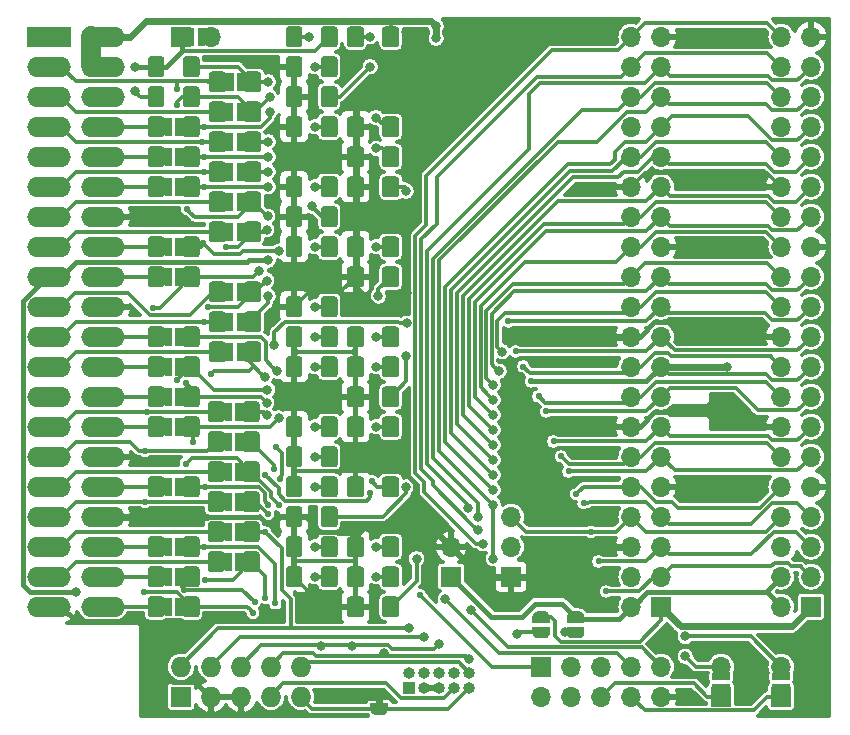
<source format=gtl>
G04 #@! TF.GenerationSoftware,KiCad,Pcbnew,(5.1.2)-2*
G04 #@! TF.CreationDate,2021-06-07T01:18:36+02:00*
G04 #@! TF.ProjectId,BeagleV Chew Toy,42656167-6c65-4562-9043-68657720546f,rev?*
G04 #@! TF.SameCoordinates,Original*
G04 #@! TF.FileFunction,Copper,L1,Top*
G04 #@! TF.FilePolarity,Positive*
%FSLAX46Y46*%
G04 Gerber Fmt 4.6, Leading zero omitted, Abs format (unit mm)*
G04 Created by KiCad (PCBNEW (5.1.2)-2) date 2021-06-07 01:18:36*
%MOMM*%
%LPD*%
G04 APERTURE LIST*
%ADD10C,0.100000*%
%ADD11O,1.700000X1.700000*%
%ADD12R,1.700000X1.700000*%
%ADD13R,3.700000X1.700000*%
%ADD14O,3.700000X1.700000*%
%ADD15C,0.500000*%
%ADD16C,1.425000*%
%ADD17O,1.000000X1.000000*%
%ADD18R,1.000000X1.000000*%
%ADD19O,1.727200X1.727200*%
%ADD20R,1.727200X1.727200*%
%ADD21C,0.800000*%
%ADD22C,0.558800*%
%ADD23C,0.304800*%
%ADD24C,0.609600*%
%ADD25C,0.457200*%
%ADD26C,1.676400*%
%ADD27C,0.300000*%
G04 APERTURE END LIST*
D10*
G36*
X156891000Y-137283000D02*
G01*
X156891000Y-136783000D01*
X156291000Y-136783000D01*
X156291000Y-137283000D01*
X156891000Y-137283000D01*
G37*
D11*
X180467000Y-136652000D03*
X180467000Y-134112000D03*
X177927000Y-136652000D03*
X177927000Y-134112000D03*
X175387000Y-136652000D03*
X175387000Y-134112000D03*
X172847000Y-136652000D03*
X172847000Y-134112000D03*
X170307000Y-136652000D03*
D12*
X170307000Y-134112000D03*
D13*
X128667000Y-80772000D03*
D14*
X133207000Y-80772000D03*
X128667000Y-83312000D03*
X133207000Y-83312000D03*
X128667000Y-85852000D03*
X133207000Y-85852000D03*
X128667000Y-88392000D03*
X133207000Y-88392000D03*
X128667000Y-90932000D03*
X133207000Y-90932000D03*
X128667000Y-93472000D03*
X133207000Y-93472000D03*
X128667000Y-96012000D03*
X133207000Y-96012000D03*
X128667000Y-98552000D03*
X133207000Y-98552000D03*
X128667000Y-101092000D03*
X133207000Y-101092000D03*
X128667000Y-103632000D03*
X133207000Y-103632000D03*
X128667000Y-106172000D03*
X133207000Y-106172000D03*
X128667000Y-108712000D03*
X133207000Y-108712000D03*
X128667000Y-111252000D03*
X133207000Y-111252000D03*
X128667000Y-113792000D03*
X133207000Y-113792000D03*
X128667000Y-116332000D03*
X133207000Y-116332000D03*
X128667000Y-118872000D03*
X133207000Y-118872000D03*
X128667000Y-121412000D03*
X133207000Y-121412000D03*
X128667000Y-123952000D03*
X133207000Y-123952000D03*
X128667000Y-126492000D03*
X133207000Y-126492000D03*
X128667000Y-129032000D03*
X133207000Y-129032000D03*
D15*
X141747000Y-80772000D03*
D10*
G36*
X141747000Y-80022602D02*
G01*
X141771534Y-80022602D01*
X141820365Y-80027412D01*
X141868490Y-80036984D01*
X141915445Y-80051228D01*
X141960778Y-80070005D01*
X142004051Y-80093136D01*
X142044850Y-80120396D01*
X142082779Y-80151524D01*
X142117476Y-80186221D01*
X142148604Y-80224150D01*
X142175864Y-80264949D01*
X142198995Y-80308222D01*
X142217772Y-80353555D01*
X142232016Y-80400510D01*
X142241588Y-80448635D01*
X142246398Y-80497466D01*
X142246398Y-80522000D01*
X142247000Y-80522000D01*
X142247000Y-81022000D01*
X142246398Y-81022000D01*
X142246398Y-81046534D01*
X142241588Y-81095365D01*
X142232016Y-81143490D01*
X142217772Y-81190445D01*
X142198995Y-81235778D01*
X142175864Y-81279051D01*
X142148604Y-81319850D01*
X142117476Y-81357779D01*
X142082779Y-81392476D01*
X142044850Y-81423604D01*
X142004051Y-81450864D01*
X141960778Y-81473995D01*
X141915445Y-81492772D01*
X141868490Y-81507016D01*
X141820365Y-81516588D01*
X141771534Y-81521398D01*
X141747000Y-81521398D01*
X141747000Y-81522000D01*
X141247000Y-81522000D01*
X141247000Y-80022000D01*
X141747000Y-80022000D01*
X141747000Y-80022602D01*
X141747000Y-80022602D01*
G37*
D15*
X140447000Y-80772000D03*
D10*
G36*
X140947000Y-81522000D02*
G01*
X140447000Y-81522000D01*
X140447000Y-81521398D01*
X140422466Y-81521398D01*
X140373635Y-81516588D01*
X140325510Y-81507016D01*
X140278555Y-81492772D01*
X140233222Y-81473995D01*
X140189949Y-81450864D01*
X140149150Y-81423604D01*
X140111221Y-81392476D01*
X140076524Y-81357779D01*
X140045396Y-81319850D01*
X140018136Y-81279051D01*
X139995005Y-81235778D01*
X139976228Y-81190445D01*
X139961984Y-81143490D01*
X139952412Y-81095365D01*
X139947602Y-81046534D01*
X139947602Y-81022000D01*
X139947000Y-81022000D01*
X139947000Y-80522000D01*
X139947602Y-80522000D01*
X139947602Y-80497466D01*
X139952412Y-80448635D01*
X139961984Y-80400510D01*
X139976228Y-80353555D01*
X139995005Y-80308222D01*
X140018136Y-80264949D01*
X140045396Y-80224150D01*
X140076524Y-80186221D01*
X140111221Y-80151524D01*
X140149150Y-80120396D01*
X140189949Y-80093136D01*
X140233222Y-80070005D01*
X140278555Y-80051228D01*
X140325510Y-80036984D01*
X140373635Y-80027412D01*
X140422466Y-80022602D01*
X140447000Y-80022602D01*
X140447000Y-80022000D01*
X140947000Y-80022000D01*
X140947000Y-81522000D01*
X140947000Y-81522000D01*
G37*
D11*
X142367000Y-80772000D03*
D12*
X139827000Y-80772000D03*
D10*
G36*
X141166504Y-84978204D02*
G01*
X141190773Y-84981804D01*
X141214571Y-84987765D01*
X141237671Y-84996030D01*
X141259849Y-85006520D01*
X141280893Y-85019133D01*
X141300598Y-85033747D01*
X141318777Y-85050223D01*
X141335253Y-85068402D01*
X141349867Y-85088107D01*
X141362480Y-85109151D01*
X141372970Y-85131329D01*
X141381235Y-85154429D01*
X141387196Y-85178227D01*
X141390796Y-85202496D01*
X141392000Y-85227000D01*
X141392000Y-86477000D01*
X141390796Y-86501504D01*
X141387196Y-86525773D01*
X141381235Y-86549571D01*
X141372970Y-86572671D01*
X141362480Y-86594849D01*
X141349867Y-86615893D01*
X141335253Y-86635598D01*
X141318777Y-86653777D01*
X141300598Y-86670253D01*
X141280893Y-86684867D01*
X141259849Y-86697480D01*
X141237671Y-86707970D01*
X141214571Y-86716235D01*
X141190773Y-86722196D01*
X141166504Y-86725796D01*
X141142000Y-86727000D01*
X140217000Y-86727000D01*
X140192496Y-86725796D01*
X140168227Y-86722196D01*
X140144429Y-86716235D01*
X140121329Y-86707970D01*
X140099151Y-86697480D01*
X140078107Y-86684867D01*
X140058402Y-86670253D01*
X140040223Y-86653777D01*
X140023747Y-86635598D01*
X140009133Y-86615893D01*
X139996520Y-86594849D01*
X139986030Y-86572671D01*
X139977765Y-86549571D01*
X139971804Y-86525773D01*
X139968204Y-86501504D01*
X139967000Y-86477000D01*
X139967000Y-85227000D01*
X139968204Y-85202496D01*
X139971804Y-85178227D01*
X139977765Y-85154429D01*
X139986030Y-85131329D01*
X139996520Y-85109151D01*
X140009133Y-85088107D01*
X140023747Y-85068402D01*
X140040223Y-85050223D01*
X140058402Y-85033747D01*
X140078107Y-85019133D01*
X140099151Y-85006520D01*
X140121329Y-84996030D01*
X140144429Y-84987765D01*
X140168227Y-84981804D01*
X140192496Y-84978204D01*
X140217000Y-84977000D01*
X141142000Y-84977000D01*
X141166504Y-84978204D01*
X141166504Y-84978204D01*
G37*
D16*
X140679500Y-85852000D03*
D10*
G36*
X138191504Y-84978204D02*
G01*
X138215773Y-84981804D01*
X138239571Y-84987765D01*
X138262671Y-84996030D01*
X138284849Y-85006520D01*
X138305893Y-85019133D01*
X138325598Y-85033747D01*
X138343777Y-85050223D01*
X138360253Y-85068402D01*
X138374867Y-85088107D01*
X138387480Y-85109151D01*
X138397970Y-85131329D01*
X138406235Y-85154429D01*
X138412196Y-85178227D01*
X138415796Y-85202496D01*
X138417000Y-85227000D01*
X138417000Y-86477000D01*
X138415796Y-86501504D01*
X138412196Y-86525773D01*
X138406235Y-86549571D01*
X138397970Y-86572671D01*
X138387480Y-86594849D01*
X138374867Y-86615893D01*
X138360253Y-86635598D01*
X138343777Y-86653777D01*
X138325598Y-86670253D01*
X138305893Y-86684867D01*
X138284849Y-86697480D01*
X138262671Y-86707970D01*
X138239571Y-86716235D01*
X138215773Y-86722196D01*
X138191504Y-86725796D01*
X138167000Y-86727000D01*
X137242000Y-86727000D01*
X137217496Y-86725796D01*
X137193227Y-86722196D01*
X137169429Y-86716235D01*
X137146329Y-86707970D01*
X137124151Y-86697480D01*
X137103107Y-86684867D01*
X137083402Y-86670253D01*
X137065223Y-86653777D01*
X137048747Y-86635598D01*
X137034133Y-86615893D01*
X137021520Y-86594849D01*
X137011030Y-86572671D01*
X137002765Y-86549571D01*
X136996804Y-86525773D01*
X136993204Y-86501504D01*
X136992000Y-86477000D01*
X136992000Y-85227000D01*
X136993204Y-85202496D01*
X136996804Y-85178227D01*
X137002765Y-85154429D01*
X137011030Y-85131329D01*
X137021520Y-85109151D01*
X137034133Y-85088107D01*
X137048747Y-85068402D01*
X137065223Y-85050223D01*
X137083402Y-85033747D01*
X137103107Y-85019133D01*
X137124151Y-85006520D01*
X137146329Y-84996030D01*
X137169429Y-84987765D01*
X137193227Y-84981804D01*
X137217496Y-84978204D01*
X137242000Y-84977000D01*
X138167000Y-84977000D01*
X138191504Y-84978204D01*
X138191504Y-84978204D01*
G37*
D16*
X137704500Y-85852000D03*
D10*
G36*
X141166504Y-82438204D02*
G01*
X141190773Y-82441804D01*
X141214571Y-82447765D01*
X141237671Y-82456030D01*
X141259849Y-82466520D01*
X141280893Y-82479133D01*
X141300598Y-82493747D01*
X141318777Y-82510223D01*
X141335253Y-82528402D01*
X141349867Y-82548107D01*
X141362480Y-82569151D01*
X141372970Y-82591329D01*
X141381235Y-82614429D01*
X141387196Y-82638227D01*
X141390796Y-82662496D01*
X141392000Y-82687000D01*
X141392000Y-83937000D01*
X141390796Y-83961504D01*
X141387196Y-83985773D01*
X141381235Y-84009571D01*
X141372970Y-84032671D01*
X141362480Y-84054849D01*
X141349867Y-84075893D01*
X141335253Y-84095598D01*
X141318777Y-84113777D01*
X141300598Y-84130253D01*
X141280893Y-84144867D01*
X141259849Y-84157480D01*
X141237671Y-84167970D01*
X141214571Y-84176235D01*
X141190773Y-84182196D01*
X141166504Y-84185796D01*
X141142000Y-84187000D01*
X140217000Y-84187000D01*
X140192496Y-84185796D01*
X140168227Y-84182196D01*
X140144429Y-84176235D01*
X140121329Y-84167970D01*
X140099151Y-84157480D01*
X140078107Y-84144867D01*
X140058402Y-84130253D01*
X140040223Y-84113777D01*
X140023747Y-84095598D01*
X140009133Y-84075893D01*
X139996520Y-84054849D01*
X139986030Y-84032671D01*
X139977765Y-84009571D01*
X139971804Y-83985773D01*
X139968204Y-83961504D01*
X139967000Y-83937000D01*
X139967000Y-82687000D01*
X139968204Y-82662496D01*
X139971804Y-82638227D01*
X139977765Y-82614429D01*
X139986030Y-82591329D01*
X139996520Y-82569151D01*
X140009133Y-82548107D01*
X140023747Y-82528402D01*
X140040223Y-82510223D01*
X140058402Y-82493747D01*
X140078107Y-82479133D01*
X140099151Y-82466520D01*
X140121329Y-82456030D01*
X140144429Y-82447765D01*
X140168227Y-82441804D01*
X140192496Y-82438204D01*
X140217000Y-82437000D01*
X141142000Y-82437000D01*
X141166504Y-82438204D01*
X141166504Y-82438204D01*
G37*
D16*
X140679500Y-83312000D03*
D10*
G36*
X138191504Y-82438204D02*
G01*
X138215773Y-82441804D01*
X138239571Y-82447765D01*
X138262671Y-82456030D01*
X138284849Y-82466520D01*
X138305893Y-82479133D01*
X138325598Y-82493747D01*
X138343777Y-82510223D01*
X138360253Y-82528402D01*
X138374867Y-82548107D01*
X138387480Y-82569151D01*
X138397970Y-82591329D01*
X138406235Y-82614429D01*
X138412196Y-82638227D01*
X138415796Y-82662496D01*
X138417000Y-82687000D01*
X138417000Y-83937000D01*
X138415796Y-83961504D01*
X138412196Y-83985773D01*
X138406235Y-84009571D01*
X138397970Y-84032671D01*
X138387480Y-84054849D01*
X138374867Y-84075893D01*
X138360253Y-84095598D01*
X138343777Y-84113777D01*
X138325598Y-84130253D01*
X138305893Y-84144867D01*
X138284849Y-84157480D01*
X138262671Y-84167970D01*
X138239571Y-84176235D01*
X138215773Y-84182196D01*
X138191504Y-84185796D01*
X138167000Y-84187000D01*
X137242000Y-84187000D01*
X137217496Y-84185796D01*
X137193227Y-84182196D01*
X137169429Y-84176235D01*
X137146329Y-84167970D01*
X137124151Y-84157480D01*
X137103107Y-84144867D01*
X137083402Y-84130253D01*
X137065223Y-84113777D01*
X137048747Y-84095598D01*
X137034133Y-84075893D01*
X137021520Y-84054849D01*
X137011030Y-84032671D01*
X137002765Y-84009571D01*
X136996804Y-83985773D01*
X136993204Y-83961504D01*
X136992000Y-83937000D01*
X136992000Y-82687000D01*
X136993204Y-82662496D01*
X136996804Y-82638227D01*
X137002765Y-82614429D01*
X137011030Y-82591329D01*
X137021520Y-82569151D01*
X137034133Y-82548107D01*
X137048747Y-82528402D01*
X137065223Y-82510223D01*
X137083402Y-82493747D01*
X137103107Y-82479133D01*
X137124151Y-82466520D01*
X137146329Y-82456030D01*
X137169429Y-82447765D01*
X137193227Y-82441804D01*
X137217496Y-82438204D01*
X137242000Y-82437000D01*
X138167000Y-82437000D01*
X138191504Y-82438204D01*
X138191504Y-82438204D01*
G37*
D16*
X137704500Y-83312000D03*
D11*
X167767000Y-121412000D03*
X167767000Y-123952000D03*
D12*
X167767000Y-126492000D03*
D11*
X190627000Y-80772000D03*
X193167000Y-80772000D03*
X190627000Y-83312000D03*
X193167000Y-83312000D03*
X190627000Y-85852000D03*
X193167000Y-85852000D03*
X190627000Y-88392000D03*
X193167000Y-88392000D03*
X190627000Y-90932000D03*
X193167000Y-90932000D03*
X190627000Y-93472000D03*
X193167000Y-93472000D03*
X190627000Y-96012000D03*
X193167000Y-96012000D03*
X190627000Y-98552000D03*
X193167000Y-98552000D03*
X190627000Y-101092000D03*
X193167000Y-101092000D03*
X190627000Y-103632000D03*
X193167000Y-103632000D03*
X190627000Y-106172000D03*
X193167000Y-106172000D03*
X190627000Y-108712000D03*
X193167000Y-108712000D03*
X190627000Y-111252000D03*
X193167000Y-111252000D03*
X190627000Y-113792000D03*
X193167000Y-113792000D03*
X190627000Y-116332000D03*
X193167000Y-116332000D03*
X190627000Y-118872000D03*
X193167000Y-118872000D03*
X190627000Y-121412000D03*
X193167000Y-121412000D03*
X190627000Y-123952000D03*
X193167000Y-123952000D03*
X190627000Y-126492000D03*
X193167000Y-126492000D03*
X190627000Y-129032000D03*
D12*
X193167000Y-129032000D03*
D15*
X185547000Y-134732000D03*
D10*
G36*
X184797602Y-134732000D02*
G01*
X184797602Y-134707466D01*
X184802412Y-134658635D01*
X184811984Y-134610510D01*
X184826228Y-134563555D01*
X184845005Y-134518222D01*
X184868136Y-134474949D01*
X184895396Y-134434150D01*
X184926524Y-134396221D01*
X184961221Y-134361524D01*
X184999150Y-134330396D01*
X185039949Y-134303136D01*
X185083222Y-134280005D01*
X185128555Y-134261228D01*
X185175510Y-134246984D01*
X185223635Y-134237412D01*
X185272466Y-134232602D01*
X185297000Y-134232602D01*
X185297000Y-134232000D01*
X185797000Y-134232000D01*
X185797000Y-134232602D01*
X185821534Y-134232602D01*
X185870365Y-134237412D01*
X185918490Y-134246984D01*
X185965445Y-134261228D01*
X186010778Y-134280005D01*
X186054051Y-134303136D01*
X186094850Y-134330396D01*
X186132779Y-134361524D01*
X186167476Y-134396221D01*
X186198604Y-134434150D01*
X186225864Y-134474949D01*
X186248995Y-134518222D01*
X186267772Y-134563555D01*
X186282016Y-134610510D01*
X186291588Y-134658635D01*
X186296398Y-134707466D01*
X186296398Y-134732000D01*
X186297000Y-134732000D01*
X186297000Y-135232000D01*
X184797000Y-135232000D01*
X184797000Y-134732000D01*
X184797602Y-134732000D01*
X184797602Y-134732000D01*
G37*
D15*
X185547000Y-136032000D03*
D10*
G36*
X186297000Y-135532000D02*
G01*
X186297000Y-136032000D01*
X186296398Y-136032000D01*
X186296398Y-136056534D01*
X186291588Y-136105365D01*
X186282016Y-136153490D01*
X186267772Y-136200445D01*
X186248995Y-136245778D01*
X186225864Y-136289051D01*
X186198604Y-136329850D01*
X186167476Y-136367779D01*
X186132779Y-136402476D01*
X186094850Y-136433604D01*
X186054051Y-136460864D01*
X186010778Y-136483995D01*
X185965445Y-136502772D01*
X185918490Y-136517016D01*
X185870365Y-136526588D01*
X185821534Y-136531398D01*
X185797000Y-136531398D01*
X185797000Y-136532000D01*
X185297000Y-136532000D01*
X185297000Y-136531398D01*
X185272466Y-136531398D01*
X185223635Y-136526588D01*
X185175510Y-136517016D01*
X185128555Y-136502772D01*
X185083222Y-136483995D01*
X185039949Y-136460864D01*
X184999150Y-136433604D01*
X184961221Y-136402476D01*
X184926524Y-136367779D01*
X184895396Y-136329850D01*
X184868136Y-136289051D01*
X184845005Y-136245778D01*
X184826228Y-136200445D01*
X184811984Y-136153490D01*
X184802412Y-136105365D01*
X184797602Y-136056534D01*
X184797602Y-136032000D01*
X184797000Y-136032000D01*
X184797000Y-135532000D01*
X186297000Y-135532000D01*
X186297000Y-135532000D01*
G37*
D11*
X185547000Y-134112000D03*
D12*
X185547000Y-136652000D03*
D15*
X190627000Y-134732000D03*
D10*
G36*
X189877602Y-134732000D02*
G01*
X189877602Y-134707466D01*
X189882412Y-134658635D01*
X189891984Y-134610510D01*
X189906228Y-134563555D01*
X189925005Y-134518222D01*
X189948136Y-134474949D01*
X189975396Y-134434150D01*
X190006524Y-134396221D01*
X190041221Y-134361524D01*
X190079150Y-134330396D01*
X190119949Y-134303136D01*
X190163222Y-134280005D01*
X190208555Y-134261228D01*
X190255510Y-134246984D01*
X190303635Y-134237412D01*
X190352466Y-134232602D01*
X190377000Y-134232602D01*
X190377000Y-134232000D01*
X190877000Y-134232000D01*
X190877000Y-134232602D01*
X190901534Y-134232602D01*
X190950365Y-134237412D01*
X190998490Y-134246984D01*
X191045445Y-134261228D01*
X191090778Y-134280005D01*
X191134051Y-134303136D01*
X191174850Y-134330396D01*
X191212779Y-134361524D01*
X191247476Y-134396221D01*
X191278604Y-134434150D01*
X191305864Y-134474949D01*
X191328995Y-134518222D01*
X191347772Y-134563555D01*
X191362016Y-134610510D01*
X191371588Y-134658635D01*
X191376398Y-134707466D01*
X191376398Y-134732000D01*
X191377000Y-134732000D01*
X191377000Y-135232000D01*
X189877000Y-135232000D01*
X189877000Y-134732000D01*
X189877602Y-134732000D01*
X189877602Y-134732000D01*
G37*
D15*
X190627000Y-136032000D03*
D10*
G36*
X191377000Y-135532000D02*
G01*
X191377000Y-136032000D01*
X191376398Y-136032000D01*
X191376398Y-136056534D01*
X191371588Y-136105365D01*
X191362016Y-136153490D01*
X191347772Y-136200445D01*
X191328995Y-136245778D01*
X191305864Y-136289051D01*
X191278604Y-136329850D01*
X191247476Y-136367779D01*
X191212779Y-136402476D01*
X191174850Y-136433604D01*
X191134051Y-136460864D01*
X191090778Y-136483995D01*
X191045445Y-136502772D01*
X190998490Y-136517016D01*
X190950365Y-136526588D01*
X190901534Y-136531398D01*
X190877000Y-136531398D01*
X190877000Y-136532000D01*
X190377000Y-136532000D01*
X190377000Y-136531398D01*
X190352466Y-136531398D01*
X190303635Y-136526588D01*
X190255510Y-136517016D01*
X190208555Y-136502772D01*
X190163222Y-136483995D01*
X190119949Y-136460864D01*
X190079150Y-136433604D01*
X190041221Y-136402476D01*
X190006524Y-136367779D01*
X189975396Y-136329850D01*
X189948136Y-136289051D01*
X189925005Y-136245778D01*
X189906228Y-136200445D01*
X189891984Y-136153490D01*
X189882412Y-136105365D01*
X189877602Y-136056534D01*
X189877602Y-136032000D01*
X189877000Y-136032000D01*
X189877000Y-135532000D01*
X191377000Y-135532000D01*
X191377000Y-135532000D01*
G37*
D11*
X190627000Y-134112000D03*
D12*
X190627000Y-136652000D03*
D15*
X173228000Y-129906000D03*
D10*
G36*
X172478602Y-129906000D02*
G01*
X172478602Y-129881466D01*
X172483412Y-129832635D01*
X172492984Y-129784510D01*
X172507228Y-129737555D01*
X172526005Y-129692222D01*
X172549136Y-129648949D01*
X172576396Y-129608150D01*
X172607524Y-129570221D01*
X172642221Y-129535524D01*
X172680150Y-129504396D01*
X172720949Y-129477136D01*
X172764222Y-129454005D01*
X172809555Y-129435228D01*
X172856510Y-129420984D01*
X172904635Y-129411412D01*
X172953466Y-129406602D01*
X172978000Y-129406602D01*
X172978000Y-129406000D01*
X173478000Y-129406000D01*
X173478000Y-129406602D01*
X173502534Y-129406602D01*
X173551365Y-129411412D01*
X173599490Y-129420984D01*
X173646445Y-129435228D01*
X173691778Y-129454005D01*
X173735051Y-129477136D01*
X173775850Y-129504396D01*
X173813779Y-129535524D01*
X173848476Y-129570221D01*
X173879604Y-129608150D01*
X173906864Y-129648949D01*
X173929995Y-129692222D01*
X173948772Y-129737555D01*
X173963016Y-129784510D01*
X173972588Y-129832635D01*
X173977398Y-129881466D01*
X173977398Y-129906000D01*
X173978000Y-129906000D01*
X173978000Y-130406000D01*
X172478000Y-130406000D01*
X172478000Y-129906000D01*
X172478602Y-129906000D01*
X172478602Y-129906000D01*
G37*
D15*
X173228000Y-131206000D03*
D10*
G36*
X173978000Y-130706000D02*
G01*
X173978000Y-131206000D01*
X173977398Y-131206000D01*
X173977398Y-131230534D01*
X173972588Y-131279365D01*
X173963016Y-131327490D01*
X173948772Y-131374445D01*
X173929995Y-131419778D01*
X173906864Y-131463051D01*
X173879604Y-131503850D01*
X173848476Y-131541779D01*
X173813779Y-131576476D01*
X173775850Y-131607604D01*
X173735051Y-131634864D01*
X173691778Y-131657995D01*
X173646445Y-131676772D01*
X173599490Y-131691016D01*
X173551365Y-131700588D01*
X173502534Y-131705398D01*
X173478000Y-131705398D01*
X173478000Y-131706000D01*
X172978000Y-131706000D01*
X172978000Y-131705398D01*
X172953466Y-131705398D01*
X172904635Y-131700588D01*
X172856510Y-131691016D01*
X172809555Y-131676772D01*
X172764222Y-131657995D01*
X172720949Y-131634864D01*
X172680150Y-131607604D01*
X172642221Y-131576476D01*
X172607524Y-131541779D01*
X172576396Y-131503850D01*
X172549136Y-131463051D01*
X172526005Y-131419778D01*
X172507228Y-131374445D01*
X172492984Y-131327490D01*
X172483412Y-131279365D01*
X172478602Y-131230534D01*
X172478602Y-131206000D01*
X172478000Y-131206000D01*
X172478000Y-130706000D01*
X173978000Y-130706000D01*
X173978000Y-130706000D01*
G37*
D15*
X170307000Y-129906000D03*
D10*
G36*
X169557602Y-129906000D02*
G01*
X169557602Y-129881466D01*
X169562412Y-129832635D01*
X169571984Y-129784510D01*
X169586228Y-129737555D01*
X169605005Y-129692222D01*
X169628136Y-129648949D01*
X169655396Y-129608150D01*
X169686524Y-129570221D01*
X169721221Y-129535524D01*
X169759150Y-129504396D01*
X169799949Y-129477136D01*
X169843222Y-129454005D01*
X169888555Y-129435228D01*
X169935510Y-129420984D01*
X169983635Y-129411412D01*
X170032466Y-129406602D01*
X170057000Y-129406602D01*
X170057000Y-129406000D01*
X170557000Y-129406000D01*
X170557000Y-129406602D01*
X170581534Y-129406602D01*
X170630365Y-129411412D01*
X170678490Y-129420984D01*
X170725445Y-129435228D01*
X170770778Y-129454005D01*
X170814051Y-129477136D01*
X170854850Y-129504396D01*
X170892779Y-129535524D01*
X170927476Y-129570221D01*
X170958604Y-129608150D01*
X170985864Y-129648949D01*
X171008995Y-129692222D01*
X171027772Y-129737555D01*
X171042016Y-129784510D01*
X171051588Y-129832635D01*
X171056398Y-129881466D01*
X171056398Y-129906000D01*
X171057000Y-129906000D01*
X171057000Y-130406000D01*
X169557000Y-130406000D01*
X169557000Y-129906000D01*
X169557602Y-129906000D01*
X169557602Y-129906000D01*
G37*
D15*
X170307000Y-131206000D03*
D10*
G36*
X171057000Y-130706000D02*
G01*
X171057000Y-131206000D01*
X171056398Y-131206000D01*
X171056398Y-131230534D01*
X171051588Y-131279365D01*
X171042016Y-131327490D01*
X171027772Y-131374445D01*
X171008995Y-131419778D01*
X170985864Y-131463051D01*
X170958604Y-131503850D01*
X170927476Y-131541779D01*
X170892779Y-131576476D01*
X170854850Y-131607604D01*
X170814051Y-131634864D01*
X170770778Y-131657995D01*
X170725445Y-131676772D01*
X170678490Y-131691016D01*
X170630365Y-131700588D01*
X170581534Y-131705398D01*
X170557000Y-131705398D01*
X170557000Y-131706000D01*
X170057000Y-131706000D01*
X170057000Y-131705398D01*
X170032466Y-131705398D01*
X169983635Y-131700588D01*
X169935510Y-131691016D01*
X169888555Y-131676772D01*
X169843222Y-131657995D01*
X169799949Y-131634864D01*
X169759150Y-131607604D01*
X169721221Y-131576476D01*
X169686524Y-131541779D01*
X169655396Y-131503850D01*
X169628136Y-131463051D01*
X169605005Y-131419778D01*
X169586228Y-131374445D01*
X169571984Y-131327490D01*
X169562412Y-131279365D01*
X169557602Y-131230534D01*
X169557602Y-131206000D01*
X169557000Y-131206000D01*
X169557000Y-130706000D01*
X171057000Y-130706000D01*
X171057000Y-130706000D01*
G37*
G36*
X158057504Y-117998204D02*
G01*
X158081773Y-118001804D01*
X158105571Y-118007765D01*
X158128671Y-118016030D01*
X158150849Y-118026520D01*
X158171893Y-118039133D01*
X158191598Y-118053747D01*
X158209777Y-118070223D01*
X158226253Y-118088402D01*
X158240867Y-118108107D01*
X158253480Y-118129151D01*
X158263970Y-118151329D01*
X158272235Y-118174429D01*
X158278196Y-118198227D01*
X158281796Y-118222496D01*
X158283000Y-118247000D01*
X158283000Y-119497000D01*
X158281796Y-119521504D01*
X158278196Y-119545773D01*
X158272235Y-119569571D01*
X158263970Y-119592671D01*
X158253480Y-119614849D01*
X158240867Y-119635893D01*
X158226253Y-119655598D01*
X158209777Y-119673777D01*
X158191598Y-119690253D01*
X158171893Y-119704867D01*
X158150849Y-119717480D01*
X158128671Y-119727970D01*
X158105571Y-119736235D01*
X158081773Y-119742196D01*
X158057504Y-119745796D01*
X158033000Y-119747000D01*
X157108000Y-119747000D01*
X157083496Y-119745796D01*
X157059227Y-119742196D01*
X157035429Y-119736235D01*
X157012329Y-119727970D01*
X156990151Y-119717480D01*
X156969107Y-119704867D01*
X156949402Y-119690253D01*
X156931223Y-119673777D01*
X156914747Y-119655598D01*
X156900133Y-119635893D01*
X156887520Y-119614849D01*
X156877030Y-119592671D01*
X156868765Y-119569571D01*
X156862804Y-119545773D01*
X156859204Y-119521504D01*
X156858000Y-119497000D01*
X156858000Y-118247000D01*
X156859204Y-118222496D01*
X156862804Y-118198227D01*
X156868765Y-118174429D01*
X156877030Y-118151329D01*
X156887520Y-118129151D01*
X156900133Y-118108107D01*
X156914747Y-118088402D01*
X156931223Y-118070223D01*
X156949402Y-118053747D01*
X156969107Y-118039133D01*
X156990151Y-118026520D01*
X157012329Y-118016030D01*
X157035429Y-118007765D01*
X157059227Y-118001804D01*
X157083496Y-117998204D01*
X157108000Y-117997000D01*
X158033000Y-117997000D01*
X158057504Y-117998204D01*
X158057504Y-117998204D01*
G37*
D16*
X157570500Y-118872000D03*
D10*
G36*
X155082504Y-117998204D02*
G01*
X155106773Y-118001804D01*
X155130571Y-118007765D01*
X155153671Y-118016030D01*
X155175849Y-118026520D01*
X155196893Y-118039133D01*
X155216598Y-118053747D01*
X155234777Y-118070223D01*
X155251253Y-118088402D01*
X155265867Y-118108107D01*
X155278480Y-118129151D01*
X155288970Y-118151329D01*
X155297235Y-118174429D01*
X155303196Y-118198227D01*
X155306796Y-118222496D01*
X155308000Y-118247000D01*
X155308000Y-119497000D01*
X155306796Y-119521504D01*
X155303196Y-119545773D01*
X155297235Y-119569571D01*
X155288970Y-119592671D01*
X155278480Y-119614849D01*
X155265867Y-119635893D01*
X155251253Y-119655598D01*
X155234777Y-119673777D01*
X155216598Y-119690253D01*
X155196893Y-119704867D01*
X155175849Y-119717480D01*
X155153671Y-119727970D01*
X155130571Y-119736235D01*
X155106773Y-119742196D01*
X155082504Y-119745796D01*
X155058000Y-119747000D01*
X154133000Y-119747000D01*
X154108496Y-119745796D01*
X154084227Y-119742196D01*
X154060429Y-119736235D01*
X154037329Y-119727970D01*
X154015151Y-119717480D01*
X153994107Y-119704867D01*
X153974402Y-119690253D01*
X153956223Y-119673777D01*
X153939747Y-119655598D01*
X153925133Y-119635893D01*
X153912520Y-119614849D01*
X153902030Y-119592671D01*
X153893765Y-119569571D01*
X153887804Y-119545773D01*
X153884204Y-119521504D01*
X153883000Y-119497000D01*
X153883000Y-118247000D01*
X153884204Y-118222496D01*
X153887804Y-118198227D01*
X153893765Y-118174429D01*
X153902030Y-118151329D01*
X153912520Y-118129151D01*
X153925133Y-118108107D01*
X153939747Y-118088402D01*
X153956223Y-118070223D01*
X153974402Y-118053747D01*
X153994107Y-118039133D01*
X154015151Y-118026520D01*
X154037329Y-118016030D01*
X154060429Y-118007765D01*
X154084227Y-118001804D01*
X154108496Y-117998204D01*
X154133000Y-117997000D01*
X155058000Y-117997000D01*
X155082504Y-117998204D01*
X155082504Y-117998204D01*
G37*
D16*
X154595500Y-118872000D03*
D10*
G36*
X152850504Y-117998204D02*
G01*
X152874773Y-118001804D01*
X152898571Y-118007765D01*
X152921671Y-118016030D01*
X152943849Y-118026520D01*
X152964893Y-118039133D01*
X152984598Y-118053747D01*
X153002777Y-118070223D01*
X153019253Y-118088402D01*
X153033867Y-118108107D01*
X153046480Y-118129151D01*
X153056970Y-118151329D01*
X153065235Y-118174429D01*
X153071196Y-118198227D01*
X153074796Y-118222496D01*
X153076000Y-118247000D01*
X153076000Y-119497000D01*
X153074796Y-119521504D01*
X153071196Y-119545773D01*
X153065235Y-119569571D01*
X153056970Y-119592671D01*
X153046480Y-119614849D01*
X153033867Y-119635893D01*
X153019253Y-119655598D01*
X153002777Y-119673777D01*
X152984598Y-119690253D01*
X152964893Y-119704867D01*
X152943849Y-119717480D01*
X152921671Y-119727970D01*
X152898571Y-119736235D01*
X152874773Y-119742196D01*
X152850504Y-119745796D01*
X152826000Y-119747000D01*
X151901000Y-119747000D01*
X151876496Y-119745796D01*
X151852227Y-119742196D01*
X151828429Y-119736235D01*
X151805329Y-119727970D01*
X151783151Y-119717480D01*
X151762107Y-119704867D01*
X151742402Y-119690253D01*
X151724223Y-119673777D01*
X151707747Y-119655598D01*
X151693133Y-119635893D01*
X151680520Y-119614849D01*
X151670030Y-119592671D01*
X151661765Y-119569571D01*
X151655804Y-119545773D01*
X151652204Y-119521504D01*
X151651000Y-119497000D01*
X151651000Y-118247000D01*
X151652204Y-118222496D01*
X151655804Y-118198227D01*
X151661765Y-118174429D01*
X151670030Y-118151329D01*
X151680520Y-118129151D01*
X151693133Y-118108107D01*
X151707747Y-118088402D01*
X151724223Y-118070223D01*
X151742402Y-118053747D01*
X151762107Y-118039133D01*
X151783151Y-118026520D01*
X151805329Y-118016030D01*
X151828429Y-118007765D01*
X151852227Y-118001804D01*
X151876496Y-117998204D01*
X151901000Y-117997000D01*
X152826000Y-117997000D01*
X152850504Y-117998204D01*
X152850504Y-117998204D01*
G37*
D16*
X152363500Y-118872000D03*
D10*
G36*
X149875504Y-117998204D02*
G01*
X149899773Y-118001804D01*
X149923571Y-118007765D01*
X149946671Y-118016030D01*
X149968849Y-118026520D01*
X149989893Y-118039133D01*
X150009598Y-118053747D01*
X150027777Y-118070223D01*
X150044253Y-118088402D01*
X150058867Y-118108107D01*
X150071480Y-118129151D01*
X150081970Y-118151329D01*
X150090235Y-118174429D01*
X150096196Y-118198227D01*
X150099796Y-118222496D01*
X150101000Y-118247000D01*
X150101000Y-119497000D01*
X150099796Y-119521504D01*
X150096196Y-119545773D01*
X150090235Y-119569571D01*
X150081970Y-119592671D01*
X150071480Y-119614849D01*
X150058867Y-119635893D01*
X150044253Y-119655598D01*
X150027777Y-119673777D01*
X150009598Y-119690253D01*
X149989893Y-119704867D01*
X149968849Y-119717480D01*
X149946671Y-119727970D01*
X149923571Y-119736235D01*
X149899773Y-119742196D01*
X149875504Y-119745796D01*
X149851000Y-119747000D01*
X148926000Y-119747000D01*
X148901496Y-119745796D01*
X148877227Y-119742196D01*
X148853429Y-119736235D01*
X148830329Y-119727970D01*
X148808151Y-119717480D01*
X148787107Y-119704867D01*
X148767402Y-119690253D01*
X148749223Y-119673777D01*
X148732747Y-119655598D01*
X148718133Y-119635893D01*
X148705520Y-119614849D01*
X148695030Y-119592671D01*
X148686765Y-119569571D01*
X148680804Y-119545773D01*
X148677204Y-119521504D01*
X148676000Y-119497000D01*
X148676000Y-118247000D01*
X148677204Y-118222496D01*
X148680804Y-118198227D01*
X148686765Y-118174429D01*
X148695030Y-118151329D01*
X148705520Y-118129151D01*
X148718133Y-118108107D01*
X148732747Y-118088402D01*
X148749223Y-118070223D01*
X148767402Y-118053747D01*
X148787107Y-118039133D01*
X148808151Y-118026520D01*
X148830329Y-118016030D01*
X148853429Y-118007765D01*
X148877227Y-118001804D01*
X148901496Y-117998204D01*
X148926000Y-117997000D01*
X149851000Y-117997000D01*
X149875504Y-117998204D01*
X149875504Y-117998204D01*
G37*
D16*
X149388500Y-118872000D03*
D10*
G36*
X152850504Y-115458204D02*
G01*
X152874773Y-115461804D01*
X152898571Y-115467765D01*
X152921671Y-115476030D01*
X152943849Y-115486520D01*
X152964893Y-115499133D01*
X152984598Y-115513747D01*
X153002777Y-115530223D01*
X153019253Y-115548402D01*
X153033867Y-115568107D01*
X153046480Y-115589151D01*
X153056970Y-115611329D01*
X153065235Y-115634429D01*
X153071196Y-115658227D01*
X153074796Y-115682496D01*
X153076000Y-115707000D01*
X153076000Y-116957000D01*
X153074796Y-116981504D01*
X153071196Y-117005773D01*
X153065235Y-117029571D01*
X153056970Y-117052671D01*
X153046480Y-117074849D01*
X153033867Y-117095893D01*
X153019253Y-117115598D01*
X153002777Y-117133777D01*
X152984598Y-117150253D01*
X152964893Y-117164867D01*
X152943849Y-117177480D01*
X152921671Y-117187970D01*
X152898571Y-117196235D01*
X152874773Y-117202196D01*
X152850504Y-117205796D01*
X152826000Y-117207000D01*
X151901000Y-117207000D01*
X151876496Y-117205796D01*
X151852227Y-117202196D01*
X151828429Y-117196235D01*
X151805329Y-117187970D01*
X151783151Y-117177480D01*
X151762107Y-117164867D01*
X151742402Y-117150253D01*
X151724223Y-117133777D01*
X151707747Y-117115598D01*
X151693133Y-117095893D01*
X151680520Y-117074849D01*
X151670030Y-117052671D01*
X151661765Y-117029571D01*
X151655804Y-117005773D01*
X151652204Y-116981504D01*
X151651000Y-116957000D01*
X151651000Y-115707000D01*
X151652204Y-115682496D01*
X151655804Y-115658227D01*
X151661765Y-115634429D01*
X151670030Y-115611329D01*
X151680520Y-115589151D01*
X151693133Y-115568107D01*
X151707747Y-115548402D01*
X151724223Y-115530223D01*
X151742402Y-115513747D01*
X151762107Y-115499133D01*
X151783151Y-115486520D01*
X151805329Y-115476030D01*
X151828429Y-115467765D01*
X151852227Y-115461804D01*
X151876496Y-115458204D01*
X151901000Y-115457000D01*
X152826000Y-115457000D01*
X152850504Y-115458204D01*
X152850504Y-115458204D01*
G37*
D16*
X152363500Y-116332000D03*
D10*
G36*
X149875504Y-115458204D02*
G01*
X149899773Y-115461804D01*
X149923571Y-115467765D01*
X149946671Y-115476030D01*
X149968849Y-115486520D01*
X149989893Y-115499133D01*
X150009598Y-115513747D01*
X150027777Y-115530223D01*
X150044253Y-115548402D01*
X150058867Y-115568107D01*
X150071480Y-115589151D01*
X150081970Y-115611329D01*
X150090235Y-115634429D01*
X150096196Y-115658227D01*
X150099796Y-115682496D01*
X150101000Y-115707000D01*
X150101000Y-116957000D01*
X150099796Y-116981504D01*
X150096196Y-117005773D01*
X150090235Y-117029571D01*
X150081970Y-117052671D01*
X150071480Y-117074849D01*
X150058867Y-117095893D01*
X150044253Y-117115598D01*
X150027777Y-117133777D01*
X150009598Y-117150253D01*
X149989893Y-117164867D01*
X149968849Y-117177480D01*
X149946671Y-117187970D01*
X149923571Y-117196235D01*
X149899773Y-117202196D01*
X149875504Y-117205796D01*
X149851000Y-117207000D01*
X148926000Y-117207000D01*
X148901496Y-117205796D01*
X148877227Y-117202196D01*
X148853429Y-117196235D01*
X148830329Y-117187970D01*
X148808151Y-117177480D01*
X148787107Y-117164867D01*
X148767402Y-117150253D01*
X148749223Y-117133777D01*
X148732747Y-117115598D01*
X148718133Y-117095893D01*
X148705520Y-117074849D01*
X148695030Y-117052671D01*
X148686765Y-117029571D01*
X148680804Y-117005773D01*
X148677204Y-116981504D01*
X148676000Y-116957000D01*
X148676000Y-115707000D01*
X148677204Y-115682496D01*
X148680804Y-115658227D01*
X148686765Y-115634429D01*
X148695030Y-115611329D01*
X148705520Y-115589151D01*
X148718133Y-115568107D01*
X148732747Y-115548402D01*
X148749223Y-115530223D01*
X148767402Y-115513747D01*
X148787107Y-115499133D01*
X148808151Y-115486520D01*
X148830329Y-115476030D01*
X148853429Y-115467765D01*
X148877227Y-115461804D01*
X148901496Y-115458204D01*
X148926000Y-115457000D01*
X149851000Y-115457000D01*
X149875504Y-115458204D01*
X149875504Y-115458204D01*
G37*
D16*
X149388500Y-116332000D03*
D10*
G36*
X158057504Y-112918204D02*
G01*
X158081773Y-112921804D01*
X158105571Y-112927765D01*
X158128671Y-112936030D01*
X158150849Y-112946520D01*
X158171893Y-112959133D01*
X158191598Y-112973747D01*
X158209777Y-112990223D01*
X158226253Y-113008402D01*
X158240867Y-113028107D01*
X158253480Y-113049151D01*
X158263970Y-113071329D01*
X158272235Y-113094429D01*
X158278196Y-113118227D01*
X158281796Y-113142496D01*
X158283000Y-113167000D01*
X158283000Y-114417000D01*
X158281796Y-114441504D01*
X158278196Y-114465773D01*
X158272235Y-114489571D01*
X158263970Y-114512671D01*
X158253480Y-114534849D01*
X158240867Y-114555893D01*
X158226253Y-114575598D01*
X158209777Y-114593777D01*
X158191598Y-114610253D01*
X158171893Y-114624867D01*
X158150849Y-114637480D01*
X158128671Y-114647970D01*
X158105571Y-114656235D01*
X158081773Y-114662196D01*
X158057504Y-114665796D01*
X158033000Y-114667000D01*
X157108000Y-114667000D01*
X157083496Y-114665796D01*
X157059227Y-114662196D01*
X157035429Y-114656235D01*
X157012329Y-114647970D01*
X156990151Y-114637480D01*
X156969107Y-114624867D01*
X156949402Y-114610253D01*
X156931223Y-114593777D01*
X156914747Y-114575598D01*
X156900133Y-114555893D01*
X156887520Y-114534849D01*
X156877030Y-114512671D01*
X156868765Y-114489571D01*
X156862804Y-114465773D01*
X156859204Y-114441504D01*
X156858000Y-114417000D01*
X156858000Y-113167000D01*
X156859204Y-113142496D01*
X156862804Y-113118227D01*
X156868765Y-113094429D01*
X156877030Y-113071329D01*
X156887520Y-113049151D01*
X156900133Y-113028107D01*
X156914747Y-113008402D01*
X156931223Y-112990223D01*
X156949402Y-112973747D01*
X156969107Y-112959133D01*
X156990151Y-112946520D01*
X157012329Y-112936030D01*
X157035429Y-112927765D01*
X157059227Y-112921804D01*
X157083496Y-112918204D01*
X157108000Y-112917000D01*
X158033000Y-112917000D01*
X158057504Y-112918204D01*
X158057504Y-112918204D01*
G37*
D16*
X157570500Y-113792000D03*
D10*
G36*
X155082504Y-112918204D02*
G01*
X155106773Y-112921804D01*
X155130571Y-112927765D01*
X155153671Y-112936030D01*
X155175849Y-112946520D01*
X155196893Y-112959133D01*
X155216598Y-112973747D01*
X155234777Y-112990223D01*
X155251253Y-113008402D01*
X155265867Y-113028107D01*
X155278480Y-113049151D01*
X155288970Y-113071329D01*
X155297235Y-113094429D01*
X155303196Y-113118227D01*
X155306796Y-113142496D01*
X155308000Y-113167000D01*
X155308000Y-114417000D01*
X155306796Y-114441504D01*
X155303196Y-114465773D01*
X155297235Y-114489571D01*
X155288970Y-114512671D01*
X155278480Y-114534849D01*
X155265867Y-114555893D01*
X155251253Y-114575598D01*
X155234777Y-114593777D01*
X155216598Y-114610253D01*
X155196893Y-114624867D01*
X155175849Y-114637480D01*
X155153671Y-114647970D01*
X155130571Y-114656235D01*
X155106773Y-114662196D01*
X155082504Y-114665796D01*
X155058000Y-114667000D01*
X154133000Y-114667000D01*
X154108496Y-114665796D01*
X154084227Y-114662196D01*
X154060429Y-114656235D01*
X154037329Y-114647970D01*
X154015151Y-114637480D01*
X153994107Y-114624867D01*
X153974402Y-114610253D01*
X153956223Y-114593777D01*
X153939747Y-114575598D01*
X153925133Y-114555893D01*
X153912520Y-114534849D01*
X153902030Y-114512671D01*
X153893765Y-114489571D01*
X153887804Y-114465773D01*
X153884204Y-114441504D01*
X153883000Y-114417000D01*
X153883000Y-113167000D01*
X153884204Y-113142496D01*
X153887804Y-113118227D01*
X153893765Y-113094429D01*
X153902030Y-113071329D01*
X153912520Y-113049151D01*
X153925133Y-113028107D01*
X153939747Y-113008402D01*
X153956223Y-112990223D01*
X153974402Y-112973747D01*
X153994107Y-112959133D01*
X154015151Y-112946520D01*
X154037329Y-112936030D01*
X154060429Y-112927765D01*
X154084227Y-112921804D01*
X154108496Y-112918204D01*
X154133000Y-112917000D01*
X155058000Y-112917000D01*
X155082504Y-112918204D01*
X155082504Y-112918204D01*
G37*
D16*
X154595500Y-113792000D03*
D10*
G36*
X152850504Y-112918204D02*
G01*
X152874773Y-112921804D01*
X152898571Y-112927765D01*
X152921671Y-112936030D01*
X152943849Y-112946520D01*
X152964893Y-112959133D01*
X152984598Y-112973747D01*
X153002777Y-112990223D01*
X153019253Y-113008402D01*
X153033867Y-113028107D01*
X153046480Y-113049151D01*
X153056970Y-113071329D01*
X153065235Y-113094429D01*
X153071196Y-113118227D01*
X153074796Y-113142496D01*
X153076000Y-113167000D01*
X153076000Y-114417000D01*
X153074796Y-114441504D01*
X153071196Y-114465773D01*
X153065235Y-114489571D01*
X153056970Y-114512671D01*
X153046480Y-114534849D01*
X153033867Y-114555893D01*
X153019253Y-114575598D01*
X153002777Y-114593777D01*
X152984598Y-114610253D01*
X152964893Y-114624867D01*
X152943849Y-114637480D01*
X152921671Y-114647970D01*
X152898571Y-114656235D01*
X152874773Y-114662196D01*
X152850504Y-114665796D01*
X152826000Y-114667000D01*
X151901000Y-114667000D01*
X151876496Y-114665796D01*
X151852227Y-114662196D01*
X151828429Y-114656235D01*
X151805329Y-114647970D01*
X151783151Y-114637480D01*
X151762107Y-114624867D01*
X151742402Y-114610253D01*
X151724223Y-114593777D01*
X151707747Y-114575598D01*
X151693133Y-114555893D01*
X151680520Y-114534849D01*
X151670030Y-114512671D01*
X151661765Y-114489571D01*
X151655804Y-114465773D01*
X151652204Y-114441504D01*
X151651000Y-114417000D01*
X151651000Y-113167000D01*
X151652204Y-113142496D01*
X151655804Y-113118227D01*
X151661765Y-113094429D01*
X151670030Y-113071329D01*
X151680520Y-113049151D01*
X151693133Y-113028107D01*
X151707747Y-113008402D01*
X151724223Y-112990223D01*
X151742402Y-112973747D01*
X151762107Y-112959133D01*
X151783151Y-112946520D01*
X151805329Y-112936030D01*
X151828429Y-112927765D01*
X151852227Y-112921804D01*
X151876496Y-112918204D01*
X151901000Y-112917000D01*
X152826000Y-112917000D01*
X152850504Y-112918204D01*
X152850504Y-112918204D01*
G37*
D16*
X152363500Y-113792000D03*
D10*
G36*
X149875504Y-112918204D02*
G01*
X149899773Y-112921804D01*
X149923571Y-112927765D01*
X149946671Y-112936030D01*
X149968849Y-112946520D01*
X149989893Y-112959133D01*
X150009598Y-112973747D01*
X150027777Y-112990223D01*
X150044253Y-113008402D01*
X150058867Y-113028107D01*
X150071480Y-113049151D01*
X150081970Y-113071329D01*
X150090235Y-113094429D01*
X150096196Y-113118227D01*
X150099796Y-113142496D01*
X150101000Y-113167000D01*
X150101000Y-114417000D01*
X150099796Y-114441504D01*
X150096196Y-114465773D01*
X150090235Y-114489571D01*
X150081970Y-114512671D01*
X150071480Y-114534849D01*
X150058867Y-114555893D01*
X150044253Y-114575598D01*
X150027777Y-114593777D01*
X150009598Y-114610253D01*
X149989893Y-114624867D01*
X149968849Y-114637480D01*
X149946671Y-114647970D01*
X149923571Y-114656235D01*
X149899773Y-114662196D01*
X149875504Y-114665796D01*
X149851000Y-114667000D01*
X148926000Y-114667000D01*
X148901496Y-114665796D01*
X148877227Y-114662196D01*
X148853429Y-114656235D01*
X148830329Y-114647970D01*
X148808151Y-114637480D01*
X148787107Y-114624867D01*
X148767402Y-114610253D01*
X148749223Y-114593777D01*
X148732747Y-114575598D01*
X148718133Y-114555893D01*
X148705520Y-114534849D01*
X148695030Y-114512671D01*
X148686765Y-114489571D01*
X148680804Y-114465773D01*
X148677204Y-114441504D01*
X148676000Y-114417000D01*
X148676000Y-113167000D01*
X148677204Y-113142496D01*
X148680804Y-113118227D01*
X148686765Y-113094429D01*
X148695030Y-113071329D01*
X148705520Y-113049151D01*
X148718133Y-113028107D01*
X148732747Y-113008402D01*
X148749223Y-112990223D01*
X148767402Y-112973747D01*
X148787107Y-112959133D01*
X148808151Y-112946520D01*
X148830329Y-112936030D01*
X148853429Y-112927765D01*
X148877227Y-112921804D01*
X148901496Y-112918204D01*
X148926000Y-112917000D01*
X149851000Y-112917000D01*
X149875504Y-112918204D01*
X149875504Y-112918204D01*
G37*
D16*
X149388500Y-113792000D03*
D10*
G36*
X158057504Y-110378204D02*
G01*
X158081773Y-110381804D01*
X158105571Y-110387765D01*
X158128671Y-110396030D01*
X158150849Y-110406520D01*
X158171893Y-110419133D01*
X158191598Y-110433747D01*
X158209777Y-110450223D01*
X158226253Y-110468402D01*
X158240867Y-110488107D01*
X158253480Y-110509151D01*
X158263970Y-110531329D01*
X158272235Y-110554429D01*
X158278196Y-110578227D01*
X158281796Y-110602496D01*
X158283000Y-110627000D01*
X158283000Y-111877000D01*
X158281796Y-111901504D01*
X158278196Y-111925773D01*
X158272235Y-111949571D01*
X158263970Y-111972671D01*
X158253480Y-111994849D01*
X158240867Y-112015893D01*
X158226253Y-112035598D01*
X158209777Y-112053777D01*
X158191598Y-112070253D01*
X158171893Y-112084867D01*
X158150849Y-112097480D01*
X158128671Y-112107970D01*
X158105571Y-112116235D01*
X158081773Y-112122196D01*
X158057504Y-112125796D01*
X158033000Y-112127000D01*
X157108000Y-112127000D01*
X157083496Y-112125796D01*
X157059227Y-112122196D01*
X157035429Y-112116235D01*
X157012329Y-112107970D01*
X156990151Y-112097480D01*
X156969107Y-112084867D01*
X156949402Y-112070253D01*
X156931223Y-112053777D01*
X156914747Y-112035598D01*
X156900133Y-112015893D01*
X156887520Y-111994849D01*
X156877030Y-111972671D01*
X156868765Y-111949571D01*
X156862804Y-111925773D01*
X156859204Y-111901504D01*
X156858000Y-111877000D01*
X156858000Y-110627000D01*
X156859204Y-110602496D01*
X156862804Y-110578227D01*
X156868765Y-110554429D01*
X156877030Y-110531329D01*
X156887520Y-110509151D01*
X156900133Y-110488107D01*
X156914747Y-110468402D01*
X156931223Y-110450223D01*
X156949402Y-110433747D01*
X156969107Y-110419133D01*
X156990151Y-110406520D01*
X157012329Y-110396030D01*
X157035429Y-110387765D01*
X157059227Y-110381804D01*
X157083496Y-110378204D01*
X157108000Y-110377000D01*
X158033000Y-110377000D01*
X158057504Y-110378204D01*
X158057504Y-110378204D01*
G37*
D16*
X157570500Y-111252000D03*
D10*
G36*
X155082504Y-110378204D02*
G01*
X155106773Y-110381804D01*
X155130571Y-110387765D01*
X155153671Y-110396030D01*
X155175849Y-110406520D01*
X155196893Y-110419133D01*
X155216598Y-110433747D01*
X155234777Y-110450223D01*
X155251253Y-110468402D01*
X155265867Y-110488107D01*
X155278480Y-110509151D01*
X155288970Y-110531329D01*
X155297235Y-110554429D01*
X155303196Y-110578227D01*
X155306796Y-110602496D01*
X155308000Y-110627000D01*
X155308000Y-111877000D01*
X155306796Y-111901504D01*
X155303196Y-111925773D01*
X155297235Y-111949571D01*
X155288970Y-111972671D01*
X155278480Y-111994849D01*
X155265867Y-112015893D01*
X155251253Y-112035598D01*
X155234777Y-112053777D01*
X155216598Y-112070253D01*
X155196893Y-112084867D01*
X155175849Y-112097480D01*
X155153671Y-112107970D01*
X155130571Y-112116235D01*
X155106773Y-112122196D01*
X155082504Y-112125796D01*
X155058000Y-112127000D01*
X154133000Y-112127000D01*
X154108496Y-112125796D01*
X154084227Y-112122196D01*
X154060429Y-112116235D01*
X154037329Y-112107970D01*
X154015151Y-112097480D01*
X153994107Y-112084867D01*
X153974402Y-112070253D01*
X153956223Y-112053777D01*
X153939747Y-112035598D01*
X153925133Y-112015893D01*
X153912520Y-111994849D01*
X153902030Y-111972671D01*
X153893765Y-111949571D01*
X153887804Y-111925773D01*
X153884204Y-111901504D01*
X153883000Y-111877000D01*
X153883000Y-110627000D01*
X153884204Y-110602496D01*
X153887804Y-110578227D01*
X153893765Y-110554429D01*
X153902030Y-110531329D01*
X153912520Y-110509151D01*
X153925133Y-110488107D01*
X153939747Y-110468402D01*
X153956223Y-110450223D01*
X153974402Y-110433747D01*
X153994107Y-110419133D01*
X154015151Y-110406520D01*
X154037329Y-110396030D01*
X154060429Y-110387765D01*
X154084227Y-110381804D01*
X154108496Y-110378204D01*
X154133000Y-110377000D01*
X155058000Y-110377000D01*
X155082504Y-110378204D01*
X155082504Y-110378204D01*
G37*
D16*
X154595500Y-111252000D03*
D10*
G36*
X152850504Y-123078204D02*
G01*
X152874773Y-123081804D01*
X152898571Y-123087765D01*
X152921671Y-123096030D01*
X152943849Y-123106520D01*
X152964893Y-123119133D01*
X152984598Y-123133747D01*
X153002777Y-123150223D01*
X153019253Y-123168402D01*
X153033867Y-123188107D01*
X153046480Y-123209151D01*
X153056970Y-123231329D01*
X153065235Y-123254429D01*
X153071196Y-123278227D01*
X153074796Y-123302496D01*
X153076000Y-123327000D01*
X153076000Y-124577000D01*
X153074796Y-124601504D01*
X153071196Y-124625773D01*
X153065235Y-124649571D01*
X153056970Y-124672671D01*
X153046480Y-124694849D01*
X153033867Y-124715893D01*
X153019253Y-124735598D01*
X153002777Y-124753777D01*
X152984598Y-124770253D01*
X152964893Y-124784867D01*
X152943849Y-124797480D01*
X152921671Y-124807970D01*
X152898571Y-124816235D01*
X152874773Y-124822196D01*
X152850504Y-124825796D01*
X152826000Y-124827000D01*
X151901000Y-124827000D01*
X151876496Y-124825796D01*
X151852227Y-124822196D01*
X151828429Y-124816235D01*
X151805329Y-124807970D01*
X151783151Y-124797480D01*
X151762107Y-124784867D01*
X151742402Y-124770253D01*
X151724223Y-124753777D01*
X151707747Y-124735598D01*
X151693133Y-124715893D01*
X151680520Y-124694849D01*
X151670030Y-124672671D01*
X151661765Y-124649571D01*
X151655804Y-124625773D01*
X151652204Y-124601504D01*
X151651000Y-124577000D01*
X151651000Y-123327000D01*
X151652204Y-123302496D01*
X151655804Y-123278227D01*
X151661765Y-123254429D01*
X151670030Y-123231329D01*
X151680520Y-123209151D01*
X151693133Y-123188107D01*
X151707747Y-123168402D01*
X151724223Y-123150223D01*
X151742402Y-123133747D01*
X151762107Y-123119133D01*
X151783151Y-123106520D01*
X151805329Y-123096030D01*
X151828429Y-123087765D01*
X151852227Y-123081804D01*
X151876496Y-123078204D01*
X151901000Y-123077000D01*
X152826000Y-123077000D01*
X152850504Y-123078204D01*
X152850504Y-123078204D01*
G37*
D16*
X152363500Y-123952000D03*
D10*
G36*
X149875504Y-123078204D02*
G01*
X149899773Y-123081804D01*
X149923571Y-123087765D01*
X149946671Y-123096030D01*
X149968849Y-123106520D01*
X149989893Y-123119133D01*
X150009598Y-123133747D01*
X150027777Y-123150223D01*
X150044253Y-123168402D01*
X150058867Y-123188107D01*
X150071480Y-123209151D01*
X150081970Y-123231329D01*
X150090235Y-123254429D01*
X150096196Y-123278227D01*
X150099796Y-123302496D01*
X150101000Y-123327000D01*
X150101000Y-124577000D01*
X150099796Y-124601504D01*
X150096196Y-124625773D01*
X150090235Y-124649571D01*
X150081970Y-124672671D01*
X150071480Y-124694849D01*
X150058867Y-124715893D01*
X150044253Y-124735598D01*
X150027777Y-124753777D01*
X150009598Y-124770253D01*
X149989893Y-124784867D01*
X149968849Y-124797480D01*
X149946671Y-124807970D01*
X149923571Y-124816235D01*
X149899773Y-124822196D01*
X149875504Y-124825796D01*
X149851000Y-124827000D01*
X148926000Y-124827000D01*
X148901496Y-124825796D01*
X148877227Y-124822196D01*
X148853429Y-124816235D01*
X148830329Y-124807970D01*
X148808151Y-124797480D01*
X148787107Y-124784867D01*
X148767402Y-124770253D01*
X148749223Y-124753777D01*
X148732747Y-124735598D01*
X148718133Y-124715893D01*
X148705520Y-124694849D01*
X148695030Y-124672671D01*
X148686765Y-124649571D01*
X148680804Y-124625773D01*
X148677204Y-124601504D01*
X148676000Y-124577000D01*
X148676000Y-123327000D01*
X148677204Y-123302496D01*
X148680804Y-123278227D01*
X148686765Y-123254429D01*
X148695030Y-123231329D01*
X148705520Y-123209151D01*
X148718133Y-123188107D01*
X148732747Y-123168402D01*
X148749223Y-123150223D01*
X148767402Y-123133747D01*
X148787107Y-123119133D01*
X148808151Y-123106520D01*
X148830329Y-123096030D01*
X148853429Y-123087765D01*
X148877227Y-123081804D01*
X148901496Y-123078204D01*
X148926000Y-123077000D01*
X149851000Y-123077000D01*
X149875504Y-123078204D01*
X149875504Y-123078204D01*
G37*
D16*
X149388500Y-123952000D03*
D10*
G36*
X158057504Y-107838204D02*
G01*
X158081773Y-107841804D01*
X158105571Y-107847765D01*
X158128671Y-107856030D01*
X158150849Y-107866520D01*
X158171893Y-107879133D01*
X158191598Y-107893747D01*
X158209777Y-107910223D01*
X158226253Y-107928402D01*
X158240867Y-107948107D01*
X158253480Y-107969151D01*
X158263970Y-107991329D01*
X158272235Y-108014429D01*
X158278196Y-108038227D01*
X158281796Y-108062496D01*
X158283000Y-108087000D01*
X158283000Y-109337000D01*
X158281796Y-109361504D01*
X158278196Y-109385773D01*
X158272235Y-109409571D01*
X158263970Y-109432671D01*
X158253480Y-109454849D01*
X158240867Y-109475893D01*
X158226253Y-109495598D01*
X158209777Y-109513777D01*
X158191598Y-109530253D01*
X158171893Y-109544867D01*
X158150849Y-109557480D01*
X158128671Y-109567970D01*
X158105571Y-109576235D01*
X158081773Y-109582196D01*
X158057504Y-109585796D01*
X158033000Y-109587000D01*
X157108000Y-109587000D01*
X157083496Y-109585796D01*
X157059227Y-109582196D01*
X157035429Y-109576235D01*
X157012329Y-109567970D01*
X156990151Y-109557480D01*
X156969107Y-109544867D01*
X156949402Y-109530253D01*
X156931223Y-109513777D01*
X156914747Y-109495598D01*
X156900133Y-109475893D01*
X156887520Y-109454849D01*
X156877030Y-109432671D01*
X156868765Y-109409571D01*
X156862804Y-109385773D01*
X156859204Y-109361504D01*
X156858000Y-109337000D01*
X156858000Y-108087000D01*
X156859204Y-108062496D01*
X156862804Y-108038227D01*
X156868765Y-108014429D01*
X156877030Y-107991329D01*
X156887520Y-107969151D01*
X156900133Y-107948107D01*
X156914747Y-107928402D01*
X156931223Y-107910223D01*
X156949402Y-107893747D01*
X156969107Y-107879133D01*
X156990151Y-107866520D01*
X157012329Y-107856030D01*
X157035429Y-107847765D01*
X157059227Y-107841804D01*
X157083496Y-107838204D01*
X157108000Y-107837000D01*
X158033000Y-107837000D01*
X158057504Y-107838204D01*
X158057504Y-107838204D01*
G37*
D16*
X157570500Y-108712000D03*
D10*
G36*
X155082504Y-107838204D02*
G01*
X155106773Y-107841804D01*
X155130571Y-107847765D01*
X155153671Y-107856030D01*
X155175849Y-107866520D01*
X155196893Y-107879133D01*
X155216598Y-107893747D01*
X155234777Y-107910223D01*
X155251253Y-107928402D01*
X155265867Y-107948107D01*
X155278480Y-107969151D01*
X155288970Y-107991329D01*
X155297235Y-108014429D01*
X155303196Y-108038227D01*
X155306796Y-108062496D01*
X155308000Y-108087000D01*
X155308000Y-109337000D01*
X155306796Y-109361504D01*
X155303196Y-109385773D01*
X155297235Y-109409571D01*
X155288970Y-109432671D01*
X155278480Y-109454849D01*
X155265867Y-109475893D01*
X155251253Y-109495598D01*
X155234777Y-109513777D01*
X155216598Y-109530253D01*
X155196893Y-109544867D01*
X155175849Y-109557480D01*
X155153671Y-109567970D01*
X155130571Y-109576235D01*
X155106773Y-109582196D01*
X155082504Y-109585796D01*
X155058000Y-109587000D01*
X154133000Y-109587000D01*
X154108496Y-109585796D01*
X154084227Y-109582196D01*
X154060429Y-109576235D01*
X154037329Y-109567970D01*
X154015151Y-109557480D01*
X153994107Y-109544867D01*
X153974402Y-109530253D01*
X153956223Y-109513777D01*
X153939747Y-109495598D01*
X153925133Y-109475893D01*
X153912520Y-109454849D01*
X153902030Y-109432671D01*
X153893765Y-109409571D01*
X153887804Y-109385773D01*
X153884204Y-109361504D01*
X153883000Y-109337000D01*
X153883000Y-108087000D01*
X153884204Y-108062496D01*
X153887804Y-108038227D01*
X153893765Y-108014429D01*
X153902030Y-107991329D01*
X153912520Y-107969151D01*
X153925133Y-107948107D01*
X153939747Y-107928402D01*
X153956223Y-107910223D01*
X153974402Y-107893747D01*
X153994107Y-107879133D01*
X154015151Y-107866520D01*
X154037329Y-107856030D01*
X154060429Y-107847765D01*
X154084227Y-107841804D01*
X154108496Y-107838204D01*
X154133000Y-107837000D01*
X155058000Y-107837000D01*
X155082504Y-107838204D01*
X155082504Y-107838204D01*
G37*
D16*
X154595500Y-108712000D03*
D10*
G36*
X152850504Y-107838204D02*
G01*
X152874773Y-107841804D01*
X152898571Y-107847765D01*
X152921671Y-107856030D01*
X152943849Y-107866520D01*
X152964893Y-107879133D01*
X152984598Y-107893747D01*
X153002777Y-107910223D01*
X153019253Y-107928402D01*
X153033867Y-107948107D01*
X153046480Y-107969151D01*
X153056970Y-107991329D01*
X153065235Y-108014429D01*
X153071196Y-108038227D01*
X153074796Y-108062496D01*
X153076000Y-108087000D01*
X153076000Y-109337000D01*
X153074796Y-109361504D01*
X153071196Y-109385773D01*
X153065235Y-109409571D01*
X153056970Y-109432671D01*
X153046480Y-109454849D01*
X153033867Y-109475893D01*
X153019253Y-109495598D01*
X153002777Y-109513777D01*
X152984598Y-109530253D01*
X152964893Y-109544867D01*
X152943849Y-109557480D01*
X152921671Y-109567970D01*
X152898571Y-109576235D01*
X152874773Y-109582196D01*
X152850504Y-109585796D01*
X152826000Y-109587000D01*
X151901000Y-109587000D01*
X151876496Y-109585796D01*
X151852227Y-109582196D01*
X151828429Y-109576235D01*
X151805329Y-109567970D01*
X151783151Y-109557480D01*
X151762107Y-109544867D01*
X151742402Y-109530253D01*
X151724223Y-109513777D01*
X151707747Y-109495598D01*
X151693133Y-109475893D01*
X151680520Y-109454849D01*
X151670030Y-109432671D01*
X151661765Y-109409571D01*
X151655804Y-109385773D01*
X151652204Y-109361504D01*
X151651000Y-109337000D01*
X151651000Y-108087000D01*
X151652204Y-108062496D01*
X151655804Y-108038227D01*
X151661765Y-108014429D01*
X151670030Y-107991329D01*
X151680520Y-107969151D01*
X151693133Y-107948107D01*
X151707747Y-107928402D01*
X151724223Y-107910223D01*
X151742402Y-107893747D01*
X151762107Y-107879133D01*
X151783151Y-107866520D01*
X151805329Y-107856030D01*
X151828429Y-107847765D01*
X151852227Y-107841804D01*
X151876496Y-107838204D01*
X151901000Y-107837000D01*
X152826000Y-107837000D01*
X152850504Y-107838204D01*
X152850504Y-107838204D01*
G37*
D16*
X152363500Y-108712000D03*
D10*
G36*
X149875504Y-107838204D02*
G01*
X149899773Y-107841804D01*
X149923571Y-107847765D01*
X149946671Y-107856030D01*
X149968849Y-107866520D01*
X149989893Y-107879133D01*
X150009598Y-107893747D01*
X150027777Y-107910223D01*
X150044253Y-107928402D01*
X150058867Y-107948107D01*
X150071480Y-107969151D01*
X150081970Y-107991329D01*
X150090235Y-108014429D01*
X150096196Y-108038227D01*
X150099796Y-108062496D01*
X150101000Y-108087000D01*
X150101000Y-109337000D01*
X150099796Y-109361504D01*
X150096196Y-109385773D01*
X150090235Y-109409571D01*
X150081970Y-109432671D01*
X150071480Y-109454849D01*
X150058867Y-109475893D01*
X150044253Y-109495598D01*
X150027777Y-109513777D01*
X150009598Y-109530253D01*
X149989893Y-109544867D01*
X149968849Y-109557480D01*
X149946671Y-109567970D01*
X149923571Y-109576235D01*
X149899773Y-109582196D01*
X149875504Y-109585796D01*
X149851000Y-109587000D01*
X148926000Y-109587000D01*
X148901496Y-109585796D01*
X148877227Y-109582196D01*
X148853429Y-109576235D01*
X148830329Y-109567970D01*
X148808151Y-109557480D01*
X148787107Y-109544867D01*
X148767402Y-109530253D01*
X148749223Y-109513777D01*
X148732747Y-109495598D01*
X148718133Y-109475893D01*
X148705520Y-109454849D01*
X148695030Y-109432671D01*
X148686765Y-109409571D01*
X148680804Y-109385773D01*
X148677204Y-109361504D01*
X148676000Y-109337000D01*
X148676000Y-108087000D01*
X148677204Y-108062496D01*
X148680804Y-108038227D01*
X148686765Y-108014429D01*
X148695030Y-107991329D01*
X148705520Y-107969151D01*
X148718133Y-107948107D01*
X148732747Y-107928402D01*
X148749223Y-107910223D01*
X148767402Y-107893747D01*
X148787107Y-107879133D01*
X148808151Y-107866520D01*
X148830329Y-107856030D01*
X148853429Y-107847765D01*
X148877227Y-107841804D01*
X148901496Y-107838204D01*
X148926000Y-107837000D01*
X149851000Y-107837000D01*
X149875504Y-107838204D01*
X149875504Y-107838204D01*
G37*
D16*
X149388500Y-108712000D03*
D10*
G36*
X158057504Y-105298204D02*
G01*
X158081773Y-105301804D01*
X158105571Y-105307765D01*
X158128671Y-105316030D01*
X158150849Y-105326520D01*
X158171893Y-105339133D01*
X158191598Y-105353747D01*
X158209777Y-105370223D01*
X158226253Y-105388402D01*
X158240867Y-105408107D01*
X158253480Y-105429151D01*
X158263970Y-105451329D01*
X158272235Y-105474429D01*
X158278196Y-105498227D01*
X158281796Y-105522496D01*
X158283000Y-105547000D01*
X158283000Y-106797000D01*
X158281796Y-106821504D01*
X158278196Y-106845773D01*
X158272235Y-106869571D01*
X158263970Y-106892671D01*
X158253480Y-106914849D01*
X158240867Y-106935893D01*
X158226253Y-106955598D01*
X158209777Y-106973777D01*
X158191598Y-106990253D01*
X158171893Y-107004867D01*
X158150849Y-107017480D01*
X158128671Y-107027970D01*
X158105571Y-107036235D01*
X158081773Y-107042196D01*
X158057504Y-107045796D01*
X158033000Y-107047000D01*
X157108000Y-107047000D01*
X157083496Y-107045796D01*
X157059227Y-107042196D01*
X157035429Y-107036235D01*
X157012329Y-107027970D01*
X156990151Y-107017480D01*
X156969107Y-107004867D01*
X156949402Y-106990253D01*
X156931223Y-106973777D01*
X156914747Y-106955598D01*
X156900133Y-106935893D01*
X156887520Y-106914849D01*
X156877030Y-106892671D01*
X156868765Y-106869571D01*
X156862804Y-106845773D01*
X156859204Y-106821504D01*
X156858000Y-106797000D01*
X156858000Y-105547000D01*
X156859204Y-105522496D01*
X156862804Y-105498227D01*
X156868765Y-105474429D01*
X156877030Y-105451329D01*
X156887520Y-105429151D01*
X156900133Y-105408107D01*
X156914747Y-105388402D01*
X156931223Y-105370223D01*
X156949402Y-105353747D01*
X156969107Y-105339133D01*
X156990151Y-105326520D01*
X157012329Y-105316030D01*
X157035429Y-105307765D01*
X157059227Y-105301804D01*
X157083496Y-105298204D01*
X157108000Y-105297000D01*
X158033000Y-105297000D01*
X158057504Y-105298204D01*
X158057504Y-105298204D01*
G37*
D16*
X157570500Y-106172000D03*
D10*
G36*
X155082504Y-105298204D02*
G01*
X155106773Y-105301804D01*
X155130571Y-105307765D01*
X155153671Y-105316030D01*
X155175849Y-105326520D01*
X155196893Y-105339133D01*
X155216598Y-105353747D01*
X155234777Y-105370223D01*
X155251253Y-105388402D01*
X155265867Y-105408107D01*
X155278480Y-105429151D01*
X155288970Y-105451329D01*
X155297235Y-105474429D01*
X155303196Y-105498227D01*
X155306796Y-105522496D01*
X155308000Y-105547000D01*
X155308000Y-106797000D01*
X155306796Y-106821504D01*
X155303196Y-106845773D01*
X155297235Y-106869571D01*
X155288970Y-106892671D01*
X155278480Y-106914849D01*
X155265867Y-106935893D01*
X155251253Y-106955598D01*
X155234777Y-106973777D01*
X155216598Y-106990253D01*
X155196893Y-107004867D01*
X155175849Y-107017480D01*
X155153671Y-107027970D01*
X155130571Y-107036235D01*
X155106773Y-107042196D01*
X155082504Y-107045796D01*
X155058000Y-107047000D01*
X154133000Y-107047000D01*
X154108496Y-107045796D01*
X154084227Y-107042196D01*
X154060429Y-107036235D01*
X154037329Y-107027970D01*
X154015151Y-107017480D01*
X153994107Y-107004867D01*
X153974402Y-106990253D01*
X153956223Y-106973777D01*
X153939747Y-106955598D01*
X153925133Y-106935893D01*
X153912520Y-106914849D01*
X153902030Y-106892671D01*
X153893765Y-106869571D01*
X153887804Y-106845773D01*
X153884204Y-106821504D01*
X153883000Y-106797000D01*
X153883000Y-105547000D01*
X153884204Y-105522496D01*
X153887804Y-105498227D01*
X153893765Y-105474429D01*
X153902030Y-105451329D01*
X153912520Y-105429151D01*
X153925133Y-105408107D01*
X153939747Y-105388402D01*
X153956223Y-105370223D01*
X153974402Y-105353747D01*
X153994107Y-105339133D01*
X154015151Y-105326520D01*
X154037329Y-105316030D01*
X154060429Y-105307765D01*
X154084227Y-105301804D01*
X154108496Y-105298204D01*
X154133000Y-105297000D01*
X155058000Y-105297000D01*
X155082504Y-105298204D01*
X155082504Y-105298204D01*
G37*
D16*
X154595500Y-106172000D03*
D10*
G36*
X152850504Y-105298204D02*
G01*
X152874773Y-105301804D01*
X152898571Y-105307765D01*
X152921671Y-105316030D01*
X152943849Y-105326520D01*
X152964893Y-105339133D01*
X152984598Y-105353747D01*
X153002777Y-105370223D01*
X153019253Y-105388402D01*
X153033867Y-105408107D01*
X153046480Y-105429151D01*
X153056970Y-105451329D01*
X153065235Y-105474429D01*
X153071196Y-105498227D01*
X153074796Y-105522496D01*
X153076000Y-105547000D01*
X153076000Y-106797000D01*
X153074796Y-106821504D01*
X153071196Y-106845773D01*
X153065235Y-106869571D01*
X153056970Y-106892671D01*
X153046480Y-106914849D01*
X153033867Y-106935893D01*
X153019253Y-106955598D01*
X153002777Y-106973777D01*
X152984598Y-106990253D01*
X152964893Y-107004867D01*
X152943849Y-107017480D01*
X152921671Y-107027970D01*
X152898571Y-107036235D01*
X152874773Y-107042196D01*
X152850504Y-107045796D01*
X152826000Y-107047000D01*
X151901000Y-107047000D01*
X151876496Y-107045796D01*
X151852227Y-107042196D01*
X151828429Y-107036235D01*
X151805329Y-107027970D01*
X151783151Y-107017480D01*
X151762107Y-107004867D01*
X151742402Y-106990253D01*
X151724223Y-106973777D01*
X151707747Y-106955598D01*
X151693133Y-106935893D01*
X151680520Y-106914849D01*
X151670030Y-106892671D01*
X151661765Y-106869571D01*
X151655804Y-106845773D01*
X151652204Y-106821504D01*
X151651000Y-106797000D01*
X151651000Y-105547000D01*
X151652204Y-105522496D01*
X151655804Y-105498227D01*
X151661765Y-105474429D01*
X151670030Y-105451329D01*
X151680520Y-105429151D01*
X151693133Y-105408107D01*
X151707747Y-105388402D01*
X151724223Y-105370223D01*
X151742402Y-105353747D01*
X151762107Y-105339133D01*
X151783151Y-105326520D01*
X151805329Y-105316030D01*
X151828429Y-105307765D01*
X151852227Y-105301804D01*
X151876496Y-105298204D01*
X151901000Y-105297000D01*
X152826000Y-105297000D01*
X152850504Y-105298204D01*
X152850504Y-105298204D01*
G37*
D16*
X152363500Y-106172000D03*
D10*
G36*
X149875504Y-105298204D02*
G01*
X149899773Y-105301804D01*
X149923571Y-105307765D01*
X149946671Y-105316030D01*
X149968849Y-105326520D01*
X149989893Y-105339133D01*
X150009598Y-105353747D01*
X150027777Y-105370223D01*
X150044253Y-105388402D01*
X150058867Y-105408107D01*
X150071480Y-105429151D01*
X150081970Y-105451329D01*
X150090235Y-105474429D01*
X150096196Y-105498227D01*
X150099796Y-105522496D01*
X150101000Y-105547000D01*
X150101000Y-106797000D01*
X150099796Y-106821504D01*
X150096196Y-106845773D01*
X150090235Y-106869571D01*
X150081970Y-106892671D01*
X150071480Y-106914849D01*
X150058867Y-106935893D01*
X150044253Y-106955598D01*
X150027777Y-106973777D01*
X150009598Y-106990253D01*
X149989893Y-107004867D01*
X149968849Y-107017480D01*
X149946671Y-107027970D01*
X149923571Y-107036235D01*
X149899773Y-107042196D01*
X149875504Y-107045796D01*
X149851000Y-107047000D01*
X148926000Y-107047000D01*
X148901496Y-107045796D01*
X148877227Y-107042196D01*
X148853429Y-107036235D01*
X148830329Y-107027970D01*
X148808151Y-107017480D01*
X148787107Y-107004867D01*
X148767402Y-106990253D01*
X148749223Y-106973777D01*
X148732747Y-106955598D01*
X148718133Y-106935893D01*
X148705520Y-106914849D01*
X148695030Y-106892671D01*
X148686765Y-106869571D01*
X148680804Y-106845773D01*
X148677204Y-106821504D01*
X148676000Y-106797000D01*
X148676000Y-105547000D01*
X148677204Y-105522496D01*
X148680804Y-105498227D01*
X148686765Y-105474429D01*
X148695030Y-105451329D01*
X148705520Y-105429151D01*
X148718133Y-105408107D01*
X148732747Y-105388402D01*
X148749223Y-105370223D01*
X148767402Y-105353747D01*
X148787107Y-105339133D01*
X148808151Y-105326520D01*
X148830329Y-105316030D01*
X148853429Y-105307765D01*
X148877227Y-105301804D01*
X148901496Y-105298204D01*
X148926000Y-105297000D01*
X149851000Y-105297000D01*
X149875504Y-105298204D01*
X149875504Y-105298204D01*
G37*
D16*
X149388500Y-106172000D03*
D10*
G36*
X158057504Y-125618204D02*
G01*
X158081773Y-125621804D01*
X158105571Y-125627765D01*
X158128671Y-125636030D01*
X158150849Y-125646520D01*
X158171893Y-125659133D01*
X158191598Y-125673747D01*
X158209777Y-125690223D01*
X158226253Y-125708402D01*
X158240867Y-125728107D01*
X158253480Y-125749151D01*
X158263970Y-125771329D01*
X158272235Y-125794429D01*
X158278196Y-125818227D01*
X158281796Y-125842496D01*
X158283000Y-125867000D01*
X158283000Y-127117000D01*
X158281796Y-127141504D01*
X158278196Y-127165773D01*
X158272235Y-127189571D01*
X158263970Y-127212671D01*
X158253480Y-127234849D01*
X158240867Y-127255893D01*
X158226253Y-127275598D01*
X158209777Y-127293777D01*
X158191598Y-127310253D01*
X158171893Y-127324867D01*
X158150849Y-127337480D01*
X158128671Y-127347970D01*
X158105571Y-127356235D01*
X158081773Y-127362196D01*
X158057504Y-127365796D01*
X158033000Y-127367000D01*
X157108000Y-127367000D01*
X157083496Y-127365796D01*
X157059227Y-127362196D01*
X157035429Y-127356235D01*
X157012329Y-127347970D01*
X156990151Y-127337480D01*
X156969107Y-127324867D01*
X156949402Y-127310253D01*
X156931223Y-127293777D01*
X156914747Y-127275598D01*
X156900133Y-127255893D01*
X156887520Y-127234849D01*
X156877030Y-127212671D01*
X156868765Y-127189571D01*
X156862804Y-127165773D01*
X156859204Y-127141504D01*
X156858000Y-127117000D01*
X156858000Y-125867000D01*
X156859204Y-125842496D01*
X156862804Y-125818227D01*
X156868765Y-125794429D01*
X156877030Y-125771329D01*
X156887520Y-125749151D01*
X156900133Y-125728107D01*
X156914747Y-125708402D01*
X156931223Y-125690223D01*
X156949402Y-125673747D01*
X156969107Y-125659133D01*
X156990151Y-125646520D01*
X157012329Y-125636030D01*
X157035429Y-125627765D01*
X157059227Y-125621804D01*
X157083496Y-125618204D01*
X157108000Y-125617000D01*
X158033000Y-125617000D01*
X158057504Y-125618204D01*
X158057504Y-125618204D01*
G37*
D16*
X157570500Y-126492000D03*
D10*
G36*
X155082504Y-125618204D02*
G01*
X155106773Y-125621804D01*
X155130571Y-125627765D01*
X155153671Y-125636030D01*
X155175849Y-125646520D01*
X155196893Y-125659133D01*
X155216598Y-125673747D01*
X155234777Y-125690223D01*
X155251253Y-125708402D01*
X155265867Y-125728107D01*
X155278480Y-125749151D01*
X155288970Y-125771329D01*
X155297235Y-125794429D01*
X155303196Y-125818227D01*
X155306796Y-125842496D01*
X155308000Y-125867000D01*
X155308000Y-127117000D01*
X155306796Y-127141504D01*
X155303196Y-127165773D01*
X155297235Y-127189571D01*
X155288970Y-127212671D01*
X155278480Y-127234849D01*
X155265867Y-127255893D01*
X155251253Y-127275598D01*
X155234777Y-127293777D01*
X155216598Y-127310253D01*
X155196893Y-127324867D01*
X155175849Y-127337480D01*
X155153671Y-127347970D01*
X155130571Y-127356235D01*
X155106773Y-127362196D01*
X155082504Y-127365796D01*
X155058000Y-127367000D01*
X154133000Y-127367000D01*
X154108496Y-127365796D01*
X154084227Y-127362196D01*
X154060429Y-127356235D01*
X154037329Y-127347970D01*
X154015151Y-127337480D01*
X153994107Y-127324867D01*
X153974402Y-127310253D01*
X153956223Y-127293777D01*
X153939747Y-127275598D01*
X153925133Y-127255893D01*
X153912520Y-127234849D01*
X153902030Y-127212671D01*
X153893765Y-127189571D01*
X153887804Y-127165773D01*
X153884204Y-127141504D01*
X153883000Y-127117000D01*
X153883000Y-125867000D01*
X153884204Y-125842496D01*
X153887804Y-125818227D01*
X153893765Y-125794429D01*
X153902030Y-125771329D01*
X153912520Y-125749151D01*
X153925133Y-125728107D01*
X153939747Y-125708402D01*
X153956223Y-125690223D01*
X153974402Y-125673747D01*
X153994107Y-125659133D01*
X154015151Y-125646520D01*
X154037329Y-125636030D01*
X154060429Y-125627765D01*
X154084227Y-125621804D01*
X154108496Y-125618204D01*
X154133000Y-125617000D01*
X155058000Y-125617000D01*
X155082504Y-125618204D01*
X155082504Y-125618204D01*
G37*
D16*
X154595500Y-126492000D03*
D10*
G36*
X152850504Y-102758204D02*
G01*
X152874773Y-102761804D01*
X152898571Y-102767765D01*
X152921671Y-102776030D01*
X152943849Y-102786520D01*
X152964893Y-102799133D01*
X152984598Y-102813747D01*
X153002777Y-102830223D01*
X153019253Y-102848402D01*
X153033867Y-102868107D01*
X153046480Y-102889151D01*
X153056970Y-102911329D01*
X153065235Y-102934429D01*
X153071196Y-102958227D01*
X153074796Y-102982496D01*
X153076000Y-103007000D01*
X153076000Y-104257000D01*
X153074796Y-104281504D01*
X153071196Y-104305773D01*
X153065235Y-104329571D01*
X153056970Y-104352671D01*
X153046480Y-104374849D01*
X153033867Y-104395893D01*
X153019253Y-104415598D01*
X153002777Y-104433777D01*
X152984598Y-104450253D01*
X152964893Y-104464867D01*
X152943849Y-104477480D01*
X152921671Y-104487970D01*
X152898571Y-104496235D01*
X152874773Y-104502196D01*
X152850504Y-104505796D01*
X152826000Y-104507000D01*
X151901000Y-104507000D01*
X151876496Y-104505796D01*
X151852227Y-104502196D01*
X151828429Y-104496235D01*
X151805329Y-104487970D01*
X151783151Y-104477480D01*
X151762107Y-104464867D01*
X151742402Y-104450253D01*
X151724223Y-104433777D01*
X151707747Y-104415598D01*
X151693133Y-104395893D01*
X151680520Y-104374849D01*
X151670030Y-104352671D01*
X151661765Y-104329571D01*
X151655804Y-104305773D01*
X151652204Y-104281504D01*
X151651000Y-104257000D01*
X151651000Y-103007000D01*
X151652204Y-102982496D01*
X151655804Y-102958227D01*
X151661765Y-102934429D01*
X151670030Y-102911329D01*
X151680520Y-102889151D01*
X151693133Y-102868107D01*
X151707747Y-102848402D01*
X151724223Y-102830223D01*
X151742402Y-102813747D01*
X151762107Y-102799133D01*
X151783151Y-102786520D01*
X151805329Y-102776030D01*
X151828429Y-102767765D01*
X151852227Y-102761804D01*
X151876496Y-102758204D01*
X151901000Y-102757000D01*
X152826000Y-102757000D01*
X152850504Y-102758204D01*
X152850504Y-102758204D01*
G37*
D16*
X152363500Y-103632000D03*
D10*
G36*
X149875504Y-102758204D02*
G01*
X149899773Y-102761804D01*
X149923571Y-102767765D01*
X149946671Y-102776030D01*
X149968849Y-102786520D01*
X149989893Y-102799133D01*
X150009598Y-102813747D01*
X150027777Y-102830223D01*
X150044253Y-102848402D01*
X150058867Y-102868107D01*
X150071480Y-102889151D01*
X150081970Y-102911329D01*
X150090235Y-102934429D01*
X150096196Y-102958227D01*
X150099796Y-102982496D01*
X150101000Y-103007000D01*
X150101000Y-104257000D01*
X150099796Y-104281504D01*
X150096196Y-104305773D01*
X150090235Y-104329571D01*
X150081970Y-104352671D01*
X150071480Y-104374849D01*
X150058867Y-104395893D01*
X150044253Y-104415598D01*
X150027777Y-104433777D01*
X150009598Y-104450253D01*
X149989893Y-104464867D01*
X149968849Y-104477480D01*
X149946671Y-104487970D01*
X149923571Y-104496235D01*
X149899773Y-104502196D01*
X149875504Y-104505796D01*
X149851000Y-104507000D01*
X148926000Y-104507000D01*
X148901496Y-104505796D01*
X148877227Y-104502196D01*
X148853429Y-104496235D01*
X148830329Y-104487970D01*
X148808151Y-104477480D01*
X148787107Y-104464867D01*
X148767402Y-104450253D01*
X148749223Y-104433777D01*
X148732747Y-104415598D01*
X148718133Y-104395893D01*
X148705520Y-104374849D01*
X148695030Y-104352671D01*
X148686765Y-104329571D01*
X148680804Y-104305773D01*
X148677204Y-104281504D01*
X148676000Y-104257000D01*
X148676000Y-103007000D01*
X148677204Y-102982496D01*
X148680804Y-102958227D01*
X148686765Y-102934429D01*
X148695030Y-102911329D01*
X148705520Y-102889151D01*
X148718133Y-102868107D01*
X148732747Y-102848402D01*
X148749223Y-102830223D01*
X148767402Y-102813747D01*
X148787107Y-102799133D01*
X148808151Y-102786520D01*
X148830329Y-102776030D01*
X148853429Y-102767765D01*
X148877227Y-102761804D01*
X148901496Y-102758204D01*
X148926000Y-102757000D01*
X149851000Y-102757000D01*
X149875504Y-102758204D01*
X149875504Y-102758204D01*
G37*
D16*
X149388500Y-103632000D03*
D10*
G36*
X158057504Y-100218204D02*
G01*
X158081773Y-100221804D01*
X158105571Y-100227765D01*
X158128671Y-100236030D01*
X158150849Y-100246520D01*
X158171893Y-100259133D01*
X158191598Y-100273747D01*
X158209777Y-100290223D01*
X158226253Y-100308402D01*
X158240867Y-100328107D01*
X158253480Y-100349151D01*
X158263970Y-100371329D01*
X158272235Y-100394429D01*
X158278196Y-100418227D01*
X158281796Y-100442496D01*
X158283000Y-100467000D01*
X158283000Y-101717000D01*
X158281796Y-101741504D01*
X158278196Y-101765773D01*
X158272235Y-101789571D01*
X158263970Y-101812671D01*
X158253480Y-101834849D01*
X158240867Y-101855893D01*
X158226253Y-101875598D01*
X158209777Y-101893777D01*
X158191598Y-101910253D01*
X158171893Y-101924867D01*
X158150849Y-101937480D01*
X158128671Y-101947970D01*
X158105571Y-101956235D01*
X158081773Y-101962196D01*
X158057504Y-101965796D01*
X158033000Y-101967000D01*
X157108000Y-101967000D01*
X157083496Y-101965796D01*
X157059227Y-101962196D01*
X157035429Y-101956235D01*
X157012329Y-101947970D01*
X156990151Y-101937480D01*
X156969107Y-101924867D01*
X156949402Y-101910253D01*
X156931223Y-101893777D01*
X156914747Y-101875598D01*
X156900133Y-101855893D01*
X156887520Y-101834849D01*
X156877030Y-101812671D01*
X156868765Y-101789571D01*
X156862804Y-101765773D01*
X156859204Y-101741504D01*
X156858000Y-101717000D01*
X156858000Y-100467000D01*
X156859204Y-100442496D01*
X156862804Y-100418227D01*
X156868765Y-100394429D01*
X156877030Y-100371329D01*
X156887520Y-100349151D01*
X156900133Y-100328107D01*
X156914747Y-100308402D01*
X156931223Y-100290223D01*
X156949402Y-100273747D01*
X156969107Y-100259133D01*
X156990151Y-100246520D01*
X157012329Y-100236030D01*
X157035429Y-100227765D01*
X157059227Y-100221804D01*
X157083496Y-100218204D01*
X157108000Y-100217000D01*
X158033000Y-100217000D01*
X158057504Y-100218204D01*
X158057504Y-100218204D01*
G37*
D16*
X157570500Y-101092000D03*
D10*
G36*
X155082504Y-100218204D02*
G01*
X155106773Y-100221804D01*
X155130571Y-100227765D01*
X155153671Y-100236030D01*
X155175849Y-100246520D01*
X155196893Y-100259133D01*
X155216598Y-100273747D01*
X155234777Y-100290223D01*
X155251253Y-100308402D01*
X155265867Y-100328107D01*
X155278480Y-100349151D01*
X155288970Y-100371329D01*
X155297235Y-100394429D01*
X155303196Y-100418227D01*
X155306796Y-100442496D01*
X155308000Y-100467000D01*
X155308000Y-101717000D01*
X155306796Y-101741504D01*
X155303196Y-101765773D01*
X155297235Y-101789571D01*
X155288970Y-101812671D01*
X155278480Y-101834849D01*
X155265867Y-101855893D01*
X155251253Y-101875598D01*
X155234777Y-101893777D01*
X155216598Y-101910253D01*
X155196893Y-101924867D01*
X155175849Y-101937480D01*
X155153671Y-101947970D01*
X155130571Y-101956235D01*
X155106773Y-101962196D01*
X155082504Y-101965796D01*
X155058000Y-101967000D01*
X154133000Y-101967000D01*
X154108496Y-101965796D01*
X154084227Y-101962196D01*
X154060429Y-101956235D01*
X154037329Y-101947970D01*
X154015151Y-101937480D01*
X153994107Y-101924867D01*
X153974402Y-101910253D01*
X153956223Y-101893777D01*
X153939747Y-101875598D01*
X153925133Y-101855893D01*
X153912520Y-101834849D01*
X153902030Y-101812671D01*
X153893765Y-101789571D01*
X153887804Y-101765773D01*
X153884204Y-101741504D01*
X153883000Y-101717000D01*
X153883000Y-100467000D01*
X153884204Y-100442496D01*
X153887804Y-100418227D01*
X153893765Y-100394429D01*
X153902030Y-100371329D01*
X153912520Y-100349151D01*
X153925133Y-100328107D01*
X153939747Y-100308402D01*
X153956223Y-100290223D01*
X153974402Y-100273747D01*
X153994107Y-100259133D01*
X154015151Y-100246520D01*
X154037329Y-100236030D01*
X154060429Y-100227765D01*
X154084227Y-100221804D01*
X154108496Y-100218204D01*
X154133000Y-100217000D01*
X155058000Y-100217000D01*
X155082504Y-100218204D01*
X155082504Y-100218204D01*
G37*
D16*
X154595500Y-101092000D03*
D10*
G36*
X152850504Y-125618204D02*
G01*
X152874773Y-125621804D01*
X152898571Y-125627765D01*
X152921671Y-125636030D01*
X152943849Y-125646520D01*
X152964893Y-125659133D01*
X152984598Y-125673747D01*
X153002777Y-125690223D01*
X153019253Y-125708402D01*
X153033867Y-125728107D01*
X153046480Y-125749151D01*
X153056970Y-125771329D01*
X153065235Y-125794429D01*
X153071196Y-125818227D01*
X153074796Y-125842496D01*
X153076000Y-125867000D01*
X153076000Y-127117000D01*
X153074796Y-127141504D01*
X153071196Y-127165773D01*
X153065235Y-127189571D01*
X153056970Y-127212671D01*
X153046480Y-127234849D01*
X153033867Y-127255893D01*
X153019253Y-127275598D01*
X153002777Y-127293777D01*
X152984598Y-127310253D01*
X152964893Y-127324867D01*
X152943849Y-127337480D01*
X152921671Y-127347970D01*
X152898571Y-127356235D01*
X152874773Y-127362196D01*
X152850504Y-127365796D01*
X152826000Y-127367000D01*
X151901000Y-127367000D01*
X151876496Y-127365796D01*
X151852227Y-127362196D01*
X151828429Y-127356235D01*
X151805329Y-127347970D01*
X151783151Y-127337480D01*
X151762107Y-127324867D01*
X151742402Y-127310253D01*
X151724223Y-127293777D01*
X151707747Y-127275598D01*
X151693133Y-127255893D01*
X151680520Y-127234849D01*
X151670030Y-127212671D01*
X151661765Y-127189571D01*
X151655804Y-127165773D01*
X151652204Y-127141504D01*
X151651000Y-127117000D01*
X151651000Y-125867000D01*
X151652204Y-125842496D01*
X151655804Y-125818227D01*
X151661765Y-125794429D01*
X151670030Y-125771329D01*
X151680520Y-125749151D01*
X151693133Y-125728107D01*
X151707747Y-125708402D01*
X151724223Y-125690223D01*
X151742402Y-125673747D01*
X151762107Y-125659133D01*
X151783151Y-125646520D01*
X151805329Y-125636030D01*
X151828429Y-125627765D01*
X151852227Y-125621804D01*
X151876496Y-125618204D01*
X151901000Y-125617000D01*
X152826000Y-125617000D01*
X152850504Y-125618204D01*
X152850504Y-125618204D01*
G37*
D16*
X152363500Y-126492000D03*
D10*
G36*
X149875504Y-125618204D02*
G01*
X149899773Y-125621804D01*
X149923571Y-125627765D01*
X149946671Y-125636030D01*
X149968849Y-125646520D01*
X149989893Y-125659133D01*
X150009598Y-125673747D01*
X150027777Y-125690223D01*
X150044253Y-125708402D01*
X150058867Y-125728107D01*
X150071480Y-125749151D01*
X150081970Y-125771329D01*
X150090235Y-125794429D01*
X150096196Y-125818227D01*
X150099796Y-125842496D01*
X150101000Y-125867000D01*
X150101000Y-127117000D01*
X150099796Y-127141504D01*
X150096196Y-127165773D01*
X150090235Y-127189571D01*
X150081970Y-127212671D01*
X150071480Y-127234849D01*
X150058867Y-127255893D01*
X150044253Y-127275598D01*
X150027777Y-127293777D01*
X150009598Y-127310253D01*
X149989893Y-127324867D01*
X149968849Y-127337480D01*
X149946671Y-127347970D01*
X149923571Y-127356235D01*
X149899773Y-127362196D01*
X149875504Y-127365796D01*
X149851000Y-127367000D01*
X148926000Y-127367000D01*
X148901496Y-127365796D01*
X148877227Y-127362196D01*
X148853429Y-127356235D01*
X148830329Y-127347970D01*
X148808151Y-127337480D01*
X148787107Y-127324867D01*
X148767402Y-127310253D01*
X148749223Y-127293777D01*
X148732747Y-127275598D01*
X148718133Y-127255893D01*
X148705520Y-127234849D01*
X148695030Y-127212671D01*
X148686765Y-127189571D01*
X148680804Y-127165773D01*
X148677204Y-127141504D01*
X148676000Y-127117000D01*
X148676000Y-125867000D01*
X148677204Y-125842496D01*
X148680804Y-125818227D01*
X148686765Y-125794429D01*
X148695030Y-125771329D01*
X148705520Y-125749151D01*
X148718133Y-125728107D01*
X148732747Y-125708402D01*
X148749223Y-125690223D01*
X148767402Y-125673747D01*
X148787107Y-125659133D01*
X148808151Y-125646520D01*
X148830329Y-125636030D01*
X148853429Y-125627765D01*
X148877227Y-125621804D01*
X148901496Y-125618204D01*
X148926000Y-125617000D01*
X149851000Y-125617000D01*
X149875504Y-125618204D01*
X149875504Y-125618204D01*
G37*
D16*
X149388500Y-126492000D03*
D10*
G36*
X158057504Y-97678204D02*
G01*
X158081773Y-97681804D01*
X158105571Y-97687765D01*
X158128671Y-97696030D01*
X158150849Y-97706520D01*
X158171893Y-97719133D01*
X158191598Y-97733747D01*
X158209777Y-97750223D01*
X158226253Y-97768402D01*
X158240867Y-97788107D01*
X158253480Y-97809151D01*
X158263970Y-97831329D01*
X158272235Y-97854429D01*
X158278196Y-97878227D01*
X158281796Y-97902496D01*
X158283000Y-97927000D01*
X158283000Y-99177000D01*
X158281796Y-99201504D01*
X158278196Y-99225773D01*
X158272235Y-99249571D01*
X158263970Y-99272671D01*
X158253480Y-99294849D01*
X158240867Y-99315893D01*
X158226253Y-99335598D01*
X158209777Y-99353777D01*
X158191598Y-99370253D01*
X158171893Y-99384867D01*
X158150849Y-99397480D01*
X158128671Y-99407970D01*
X158105571Y-99416235D01*
X158081773Y-99422196D01*
X158057504Y-99425796D01*
X158033000Y-99427000D01*
X157108000Y-99427000D01*
X157083496Y-99425796D01*
X157059227Y-99422196D01*
X157035429Y-99416235D01*
X157012329Y-99407970D01*
X156990151Y-99397480D01*
X156969107Y-99384867D01*
X156949402Y-99370253D01*
X156931223Y-99353777D01*
X156914747Y-99335598D01*
X156900133Y-99315893D01*
X156887520Y-99294849D01*
X156877030Y-99272671D01*
X156868765Y-99249571D01*
X156862804Y-99225773D01*
X156859204Y-99201504D01*
X156858000Y-99177000D01*
X156858000Y-97927000D01*
X156859204Y-97902496D01*
X156862804Y-97878227D01*
X156868765Y-97854429D01*
X156877030Y-97831329D01*
X156887520Y-97809151D01*
X156900133Y-97788107D01*
X156914747Y-97768402D01*
X156931223Y-97750223D01*
X156949402Y-97733747D01*
X156969107Y-97719133D01*
X156990151Y-97706520D01*
X157012329Y-97696030D01*
X157035429Y-97687765D01*
X157059227Y-97681804D01*
X157083496Y-97678204D01*
X157108000Y-97677000D01*
X158033000Y-97677000D01*
X158057504Y-97678204D01*
X158057504Y-97678204D01*
G37*
D16*
X157570500Y-98552000D03*
D10*
G36*
X155082504Y-97678204D02*
G01*
X155106773Y-97681804D01*
X155130571Y-97687765D01*
X155153671Y-97696030D01*
X155175849Y-97706520D01*
X155196893Y-97719133D01*
X155216598Y-97733747D01*
X155234777Y-97750223D01*
X155251253Y-97768402D01*
X155265867Y-97788107D01*
X155278480Y-97809151D01*
X155288970Y-97831329D01*
X155297235Y-97854429D01*
X155303196Y-97878227D01*
X155306796Y-97902496D01*
X155308000Y-97927000D01*
X155308000Y-99177000D01*
X155306796Y-99201504D01*
X155303196Y-99225773D01*
X155297235Y-99249571D01*
X155288970Y-99272671D01*
X155278480Y-99294849D01*
X155265867Y-99315893D01*
X155251253Y-99335598D01*
X155234777Y-99353777D01*
X155216598Y-99370253D01*
X155196893Y-99384867D01*
X155175849Y-99397480D01*
X155153671Y-99407970D01*
X155130571Y-99416235D01*
X155106773Y-99422196D01*
X155082504Y-99425796D01*
X155058000Y-99427000D01*
X154133000Y-99427000D01*
X154108496Y-99425796D01*
X154084227Y-99422196D01*
X154060429Y-99416235D01*
X154037329Y-99407970D01*
X154015151Y-99397480D01*
X153994107Y-99384867D01*
X153974402Y-99370253D01*
X153956223Y-99353777D01*
X153939747Y-99335598D01*
X153925133Y-99315893D01*
X153912520Y-99294849D01*
X153902030Y-99272671D01*
X153893765Y-99249571D01*
X153887804Y-99225773D01*
X153884204Y-99201504D01*
X153883000Y-99177000D01*
X153883000Y-97927000D01*
X153884204Y-97902496D01*
X153887804Y-97878227D01*
X153893765Y-97854429D01*
X153902030Y-97831329D01*
X153912520Y-97809151D01*
X153925133Y-97788107D01*
X153939747Y-97768402D01*
X153956223Y-97750223D01*
X153974402Y-97733747D01*
X153994107Y-97719133D01*
X154015151Y-97706520D01*
X154037329Y-97696030D01*
X154060429Y-97687765D01*
X154084227Y-97681804D01*
X154108496Y-97678204D01*
X154133000Y-97677000D01*
X155058000Y-97677000D01*
X155082504Y-97678204D01*
X155082504Y-97678204D01*
G37*
D16*
X154595500Y-98552000D03*
D10*
G36*
X152850504Y-97678204D02*
G01*
X152874773Y-97681804D01*
X152898571Y-97687765D01*
X152921671Y-97696030D01*
X152943849Y-97706520D01*
X152964893Y-97719133D01*
X152984598Y-97733747D01*
X153002777Y-97750223D01*
X153019253Y-97768402D01*
X153033867Y-97788107D01*
X153046480Y-97809151D01*
X153056970Y-97831329D01*
X153065235Y-97854429D01*
X153071196Y-97878227D01*
X153074796Y-97902496D01*
X153076000Y-97927000D01*
X153076000Y-99177000D01*
X153074796Y-99201504D01*
X153071196Y-99225773D01*
X153065235Y-99249571D01*
X153056970Y-99272671D01*
X153046480Y-99294849D01*
X153033867Y-99315893D01*
X153019253Y-99335598D01*
X153002777Y-99353777D01*
X152984598Y-99370253D01*
X152964893Y-99384867D01*
X152943849Y-99397480D01*
X152921671Y-99407970D01*
X152898571Y-99416235D01*
X152874773Y-99422196D01*
X152850504Y-99425796D01*
X152826000Y-99427000D01*
X151901000Y-99427000D01*
X151876496Y-99425796D01*
X151852227Y-99422196D01*
X151828429Y-99416235D01*
X151805329Y-99407970D01*
X151783151Y-99397480D01*
X151762107Y-99384867D01*
X151742402Y-99370253D01*
X151724223Y-99353777D01*
X151707747Y-99335598D01*
X151693133Y-99315893D01*
X151680520Y-99294849D01*
X151670030Y-99272671D01*
X151661765Y-99249571D01*
X151655804Y-99225773D01*
X151652204Y-99201504D01*
X151651000Y-99177000D01*
X151651000Y-97927000D01*
X151652204Y-97902496D01*
X151655804Y-97878227D01*
X151661765Y-97854429D01*
X151670030Y-97831329D01*
X151680520Y-97809151D01*
X151693133Y-97788107D01*
X151707747Y-97768402D01*
X151724223Y-97750223D01*
X151742402Y-97733747D01*
X151762107Y-97719133D01*
X151783151Y-97706520D01*
X151805329Y-97696030D01*
X151828429Y-97687765D01*
X151852227Y-97681804D01*
X151876496Y-97678204D01*
X151901000Y-97677000D01*
X152826000Y-97677000D01*
X152850504Y-97678204D01*
X152850504Y-97678204D01*
G37*
D16*
X152363500Y-98552000D03*
D10*
G36*
X149875504Y-97678204D02*
G01*
X149899773Y-97681804D01*
X149923571Y-97687765D01*
X149946671Y-97696030D01*
X149968849Y-97706520D01*
X149989893Y-97719133D01*
X150009598Y-97733747D01*
X150027777Y-97750223D01*
X150044253Y-97768402D01*
X150058867Y-97788107D01*
X150071480Y-97809151D01*
X150081970Y-97831329D01*
X150090235Y-97854429D01*
X150096196Y-97878227D01*
X150099796Y-97902496D01*
X150101000Y-97927000D01*
X150101000Y-99177000D01*
X150099796Y-99201504D01*
X150096196Y-99225773D01*
X150090235Y-99249571D01*
X150081970Y-99272671D01*
X150071480Y-99294849D01*
X150058867Y-99315893D01*
X150044253Y-99335598D01*
X150027777Y-99353777D01*
X150009598Y-99370253D01*
X149989893Y-99384867D01*
X149968849Y-99397480D01*
X149946671Y-99407970D01*
X149923571Y-99416235D01*
X149899773Y-99422196D01*
X149875504Y-99425796D01*
X149851000Y-99427000D01*
X148926000Y-99427000D01*
X148901496Y-99425796D01*
X148877227Y-99422196D01*
X148853429Y-99416235D01*
X148830329Y-99407970D01*
X148808151Y-99397480D01*
X148787107Y-99384867D01*
X148767402Y-99370253D01*
X148749223Y-99353777D01*
X148732747Y-99335598D01*
X148718133Y-99315893D01*
X148705520Y-99294849D01*
X148695030Y-99272671D01*
X148686765Y-99249571D01*
X148680804Y-99225773D01*
X148677204Y-99201504D01*
X148676000Y-99177000D01*
X148676000Y-97927000D01*
X148677204Y-97902496D01*
X148680804Y-97878227D01*
X148686765Y-97854429D01*
X148695030Y-97831329D01*
X148705520Y-97809151D01*
X148718133Y-97788107D01*
X148732747Y-97768402D01*
X148749223Y-97750223D01*
X148767402Y-97733747D01*
X148787107Y-97719133D01*
X148808151Y-97706520D01*
X148830329Y-97696030D01*
X148853429Y-97687765D01*
X148877227Y-97681804D01*
X148901496Y-97678204D01*
X148926000Y-97677000D01*
X149851000Y-97677000D01*
X149875504Y-97678204D01*
X149875504Y-97678204D01*
G37*
D16*
X149388500Y-98552000D03*
D10*
G36*
X158057504Y-123078204D02*
G01*
X158081773Y-123081804D01*
X158105571Y-123087765D01*
X158128671Y-123096030D01*
X158150849Y-123106520D01*
X158171893Y-123119133D01*
X158191598Y-123133747D01*
X158209777Y-123150223D01*
X158226253Y-123168402D01*
X158240867Y-123188107D01*
X158253480Y-123209151D01*
X158263970Y-123231329D01*
X158272235Y-123254429D01*
X158278196Y-123278227D01*
X158281796Y-123302496D01*
X158283000Y-123327000D01*
X158283000Y-124577000D01*
X158281796Y-124601504D01*
X158278196Y-124625773D01*
X158272235Y-124649571D01*
X158263970Y-124672671D01*
X158253480Y-124694849D01*
X158240867Y-124715893D01*
X158226253Y-124735598D01*
X158209777Y-124753777D01*
X158191598Y-124770253D01*
X158171893Y-124784867D01*
X158150849Y-124797480D01*
X158128671Y-124807970D01*
X158105571Y-124816235D01*
X158081773Y-124822196D01*
X158057504Y-124825796D01*
X158033000Y-124827000D01*
X157108000Y-124827000D01*
X157083496Y-124825796D01*
X157059227Y-124822196D01*
X157035429Y-124816235D01*
X157012329Y-124807970D01*
X156990151Y-124797480D01*
X156969107Y-124784867D01*
X156949402Y-124770253D01*
X156931223Y-124753777D01*
X156914747Y-124735598D01*
X156900133Y-124715893D01*
X156887520Y-124694849D01*
X156877030Y-124672671D01*
X156868765Y-124649571D01*
X156862804Y-124625773D01*
X156859204Y-124601504D01*
X156858000Y-124577000D01*
X156858000Y-123327000D01*
X156859204Y-123302496D01*
X156862804Y-123278227D01*
X156868765Y-123254429D01*
X156877030Y-123231329D01*
X156887520Y-123209151D01*
X156900133Y-123188107D01*
X156914747Y-123168402D01*
X156931223Y-123150223D01*
X156949402Y-123133747D01*
X156969107Y-123119133D01*
X156990151Y-123106520D01*
X157012329Y-123096030D01*
X157035429Y-123087765D01*
X157059227Y-123081804D01*
X157083496Y-123078204D01*
X157108000Y-123077000D01*
X158033000Y-123077000D01*
X158057504Y-123078204D01*
X158057504Y-123078204D01*
G37*
D16*
X157570500Y-123952000D03*
D10*
G36*
X155082504Y-123078204D02*
G01*
X155106773Y-123081804D01*
X155130571Y-123087765D01*
X155153671Y-123096030D01*
X155175849Y-123106520D01*
X155196893Y-123119133D01*
X155216598Y-123133747D01*
X155234777Y-123150223D01*
X155251253Y-123168402D01*
X155265867Y-123188107D01*
X155278480Y-123209151D01*
X155288970Y-123231329D01*
X155297235Y-123254429D01*
X155303196Y-123278227D01*
X155306796Y-123302496D01*
X155308000Y-123327000D01*
X155308000Y-124577000D01*
X155306796Y-124601504D01*
X155303196Y-124625773D01*
X155297235Y-124649571D01*
X155288970Y-124672671D01*
X155278480Y-124694849D01*
X155265867Y-124715893D01*
X155251253Y-124735598D01*
X155234777Y-124753777D01*
X155216598Y-124770253D01*
X155196893Y-124784867D01*
X155175849Y-124797480D01*
X155153671Y-124807970D01*
X155130571Y-124816235D01*
X155106773Y-124822196D01*
X155082504Y-124825796D01*
X155058000Y-124827000D01*
X154133000Y-124827000D01*
X154108496Y-124825796D01*
X154084227Y-124822196D01*
X154060429Y-124816235D01*
X154037329Y-124807970D01*
X154015151Y-124797480D01*
X153994107Y-124784867D01*
X153974402Y-124770253D01*
X153956223Y-124753777D01*
X153939747Y-124735598D01*
X153925133Y-124715893D01*
X153912520Y-124694849D01*
X153902030Y-124672671D01*
X153893765Y-124649571D01*
X153887804Y-124625773D01*
X153884204Y-124601504D01*
X153883000Y-124577000D01*
X153883000Y-123327000D01*
X153884204Y-123302496D01*
X153887804Y-123278227D01*
X153893765Y-123254429D01*
X153902030Y-123231329D01*
X153912520Y-123209151D01*
X153925133Y-123188107D01*
X153939747Y-123168402D01*
X153956223Y-123150223D01*
X153974402Y-123133747D01*
X153994107Y-123119133D01*
X154015151Y-123106520D01*
X154037329Y-123096030D01*
X154060429Y-123087765D01*
X154084227Y-123081804D01*
X154108496Y-123078204D01*
X154133000Y-123077000D01*
X155058000Y-123077000D01*
X155082504Y-123078204D01*
X155082504Y-123078204D01*
G37*
D16*
X154595500Y-123952000D03*
D10*
G36*
X152850504Y-95138204D02*
G01*
X152874773Y-95141804D01*
X152898571Y-95147765D01*
X152921671Y-95156030D01*
X152943849Y-95166520D01*
X152964893Y-95179133D01*
X152984598Y-95193747D01*
X153002777Y-95210223D01*
X153019253Y-95228402D01*
X153033867Y-95248107D01*
X153046480Y-95269151D01*
X153056970Y-95291329D01*
X153065235Y-95314429D01*
X153071196Y-95338227D01*
X153074796Y-95362496D01*
X153076000Y-95387000D01*
X153076000Y-96637000D01*
X153074796Y-96661504D01*
X153071196Y-96685773D01*
X153065235Y-96709571D01*
X153056970Y-96732671D01*
X153046480Y-96754849D01*
X153033867Y-96775893D01*
X153019253Y-96795598D01*
X153002777Y-96813777D01*
X152984598Y-96830253D01*
X152964893Y-96844867D01*
X152943849Y-96857480D01*
X152921671Y-96867970D01*
X152898571Y-96876235D01*
X152874773Y-96882196D01*
X152850504Y-96885796D01*
X152826000Y-96887000D01*
X151901000Y-96887000D01*
X151876496Y-96885796D01*
X151852227Y-96882196D01*
X151828429Y-96876235D01*
X151805329Y-96867970D01*
X151783151Y-96857480D01*
X151762107Y-96844867D01*
X151742402Y-96830253D01*
X151724223Y-96813777D01*
X151707747Y-96795598D01*
X151693133Y-96775893D01*
X151680520Y-96754849D01*
X151670030Y-96732671D01*
X151661765Y-96709571D01*
X151655804Y-96685773D01*
X151652204Y-96661504D01*
X151651000Y-96637000D01*
X151651000Y-95387000D01*
X151652204Y-95362496D01*
X151655804Y-95338227D01*
X151661765Y-95314429D01*
X151670030Y-95291329D01*
X151680520Y-95269151D01*
X151693133Y-95248107D01*
X151707747Y-95228402D01*
X151724223Y-95210223D01*
X151742402Y-95193747D01*
X151762107Y-95179133D01*
X151783151Y-95166520D01*
X151805329Y-95156030D01*
X151828429Y-95147765D01*
X151852227Y-95141804D01*
X151876496Y-95138204D01*
X151901000Y-95137000D01*
X152826000Y-95137000D01*
X152850504Y-95138204D01*
X152850504Y-95138204D01*
G37*
D16*
X152363500Y-96012000D03*
D10*
G36*
X149875504Y-95138204D02*
G01*
X149899773Y-95141804D01*
X149923571Y-95147765D01*
X149946671Y-95156030D01*
X149968849Y-95166520D01*
X149989893Y-95179133D01*
X150009598Y-95193747D01*
X150027777Y-95210223D01*
X150044253Y-95228402D01*
X150058867Y-95248107D01*
X150071480Y-95269151D01*
X150081970Y-95291329D01*
X150090235Y-95314429D01*
X150096196Y-95338227D01*
X150099796Y-95362496D01*
X150101000Y-95387000D01*
X150101000Y-96637000D01*
X150099796Y-96661504D01*
X150096196Y-96685773D01*
X150090235Y-96709571D01*
X150081970Y-96732671D01*
X150071480Y-96754849D01*
X150058867Y-96775893D01*
X150044253Y-96795598D01*
X150027777Y-96813777D01*
X150009598Y-96830253D01*
X149989893Y-96844867D01*
X149968849Y-96857480D01*
X149946671Y-96867970D01*
X149923571Y-96876235D01*
X149899773Y-96882196D01*
X149875504Y-96885796D01*
X149851000Y-96887000D01*
X148926000Y-96887000D01*
X148901496Y-96885796D01*
X148877227Y-96882196D01*
X148853429Y-96876235D01*
X148830329Y-96867970D01*
X148808151Y-96857480D01*
X148787107Y-96844867D01*
X148767402Y-96830253D01*
X148749223Y-96813777D01*
X148732747Y-96795598D01*
X148718133Y-96775893D01*
X148705520Y-96754849D01*
X148695030Y-96732671D01*
X148686765Y-96709571D01*
X148680804Y-96685773D01*
X148677204Y-96661504D01*
X148676000Y-96637000D01*
X148676000Y-95387000D01*
X148677204Y-95362496D01*
X148680804Y-95338227D01*
X148686765Y-95314429D01*
X148695030Y-95291329D01*
X148705520Y-95269151D01*
X148718133Y-95248107D01*
X148732747Y-95228402D01*
X148749223Y-95210223D01*
X148767402Y-95193747D01*
X148787107Y-95179133D01*
X148808151Y-95166520D01*
X148830329Y-95156030D01*
X148853429Y-95147765D01*
X148877227Y-95141804D01*
X148901496Y-95138204D01*
X148926000Y-95137000D01*
X149851000Y-95137000D01*
X149875504Y-95138204D01*
X149875504Y-95138204D01*
G37*
D16*
X149388500Y-96012000D03*
D10*
G36*
X158057504Y-92598204D02*
G01*
X158081773Y-92601804D01*
X158105571Y-92607765D01*
X158128671Y-92616030D01*
X158150849Y-92626520D01*
X158171893Y-92639133D01*
X158191598Y-92653747D01*
X158209777Y-92670223D01*
X158226253Y-92688402D01*
X158240867Y-92708107D01*
X158253480Y-92729151D01*
X158263970Y-92751329D01*
X158272235Y-92774429D01*
X158278196Y-92798227D01*
X158281796Y-92822496D01*
X158283000Y-92847000D01*
X158283000Y-94097000D01*
X158281796Y-94121504D01*
X158278196Y-94145773D01*
X158272235Y-94169571D01*
X158263970Y-94192671D01*
X158253480Y-94214849D01*
X158240867Y-94235893D01*
X158226253Y-94255598D01*
X158209777Y-94273777D01*
X158191598Y-94290253D01*
X158171893Y-94304867D01*
X158150849Y-94317480D01*
X158128671Y-94327970D01*
X158105571Y-94336235D01*
X158081773Y-94342196D01*
X158057504Y-94345796D01*
X158033000Y-94347000D01*
X157108000Y-94347000D01*
X157083496Y-94345796D01*
X157059227Y-94342196D01*
X157035429Y-94336235D01*
X157012329Y-94327970D01*
X156990151Y-94317480D01*
X156969107Y-94304867D01*
X156949402Y-94290253D01*
X156931223Y-94273777D01*
X156914747Y-94255598D01*
X156900133Y-94235893D01*
X156887520Y-94214849D01*
X156877030Y-94192671D01*
X156868765Y-94169571D01*
X156862804Y-94145773D01*
X156859204Y-94121504D01*
X156858000Y-94097000D01*
X156858000Y-92847000D01*
X156859204Y-92822496D01*
X156862804Y-92798227D01*
X156868765Y-92774429D01*
X156877030Y-92751329D01*
X156887520Y-92729151D01*
X156900133Y-92708107D01*
X156914747Y-92688402D01*
X156931223Y-92670223D01*
X156949402Y-92653747D01*
X156969107Y-92639133D01*
X156990151Y-92626520D01*
X157012329Y-92616030D01*
X157035429Y-92607765D01*
X157059227Y-92601804D01*
X157083496Y-92598204D01*
X157108000Y-92597000D01*
X158033000Y-92597000D01*
X158057504Y-92598204D01*
X158057504Y-92598204D01*
G37*
D16*
X157570500Y-93472000D03*
D10*
G36*
X155082504Y-92598204D02*
G01*
X155106773Y-92601804D01*
X155130571Y-92607765D01*
X155153671Y-92616030D01*
X155175849Y-92626520D01*
X155196893Y-92639133D01*
X155216598Y-92653747D01*
X155234777Y-92670223D01*
X155251253Y-92688402D01*
X155265867Y-92708107D01*
X155278480Y-92729151D01*
X155288970Y-92751329D01*
X155297235Y-92774429D01*
X155303196Y-92798227D01*
X155306796Y-92822496D01*
X155308000Y-92847000D01*
X155308000Y-94097000D01*
X155306796Y-94121504D01*
X155303196Y-94145773D01*
X155297235Y-94169571D01*
X155288970Y-94192671D01*
X155278480Y-94214849D01*
X155265867Y-94235893D01*
X155251253Y-94255598D01*
X155234777Y-94273777D01*
X155216598Y-94290253D01*
X155196893Y-94304867D01*
X155175849Y-94317480D01*
X155153671Y-94327970D01*
X155130571Y-94336235D01*
X155106773Y-94342196D01*
X155082504Y-94345796D01*
X155058000Y-94347000D01*
X154133000Y-94347000D01*
X154108496Y-94345796D01*
X154084227Y-94342196D01*
X154060429Y-94336235D01*
X154037329Y-94327970D01*
X154015151Y-94317480D01*
X153994107Y-94304867D01*
X153974402Y-94290253D01*
X153956223Y-94273777D01*
X153939747Y-94255598D01*
X153925133Y-94235893D01*
X153912520Y-94214849D01*
X153902030Y-94192671D01*
X153893765Y-94169571D01*
X153887804Y-94145773D01*
X153884204Y-94121504D01*
X153883000Y-94097000D01*
X153883000Y-92847000D01*
X153884204Y-92822496D01*
X153887804Y-92798227D01*
X153893765Y-92774429D01*
X153902030Y-92751329D01*
X153912520Y-92729151D01*
X153925133Y-92708107D01*
X153939747Y-92688402D01*
X153956223Y-92670223D01*
X153974402Y-92653747D01*
X153994107Y-92639133D01*
X154015151Y-92626520D01*
X154037329Y-92616030D01*
X154060429Y-92607765D01*
X154084227Y-92601804D01*
X154108496Y-92598204D01*
X154133000Y-92597000D01*
X155058000Y-92597000D01*
X155082504Y-92598204D01*
X155082504Y-92598204D01*
G37*
D16*
X154595500Y-93472000D03*
D10*
G36*
X152850504Y-92598204D02*
G01*
X152874773Y-92601804D01*
X152898571Y-92607765D01*
X152921671Y-92616030D01*
X152943849Y-92626520D01*
X152964893Y-92639133D01*
X152984598Y-92653747D01*
X153002777Y-92670223D01*
X153019253Y-92688402D01*
X153033867Y-92708107D01*
X153046480Y-92729151D01*
X153056970Y-92751329D01*
X153065235Y-92774429D01*
X153071196Y-92798227D01*
X153074796Y-92822496D01*
X153076000Y-92847000D01*
X153076000Y-94097000D01*
X153074796Y-94121504D01*
X153071196Y-94145773D01*
X153065235Y-94169571D01*
X153056970Y-94192671D01*
X153046480Y-94214849D01*
X153033867Y-94235893D01*
X153019253Y-94255598D01*
X153002777Y-94273777D01*
X152984598Y-94290253D01*
X152964893Y-94304867D01*
X152943849Y-94317480D01*
X152921671Y-94327970D01*
X152898571Y-94336235D01*
X152874773Y-94342196D01*
X152850504Y-94345796D01*
X152826000Y-94347000D01*
X151901000Y-94347000D01*
X151876496Y-94345796D01*
X151852227Y-94342196D01*
X151828429Y-94336235D01*
X151805329Y-94327970D01*
X151783151Y-94317480D01*
X151762107Y-94304867D01*
X151742402Y-94290253D01*
X151724223Y-94273777D01*
X151707747Y-94255598D01*
X151693133Y-94235893D01*
X151680520Y-94214849D01*
X151670030Y-94192671D01*
X151661765Y-94169571D01*
X151655804Y-94145773D01*
X151652204Y-94121504D01*
X151651000Y-94097000D01*
X151651000Y-92847000D01*
X151652204Y-92822496D01*
X151655804Y-92798227D01*
X151661765Y-92774429D01*
X151670030Y-92751329D01*
X151680520Y-92729151D01*
X151693133Y-92708107D01*
X151707747Y-92688402D01*
X151724223Y-92670223D01*
X151742402Y-92653747D01*
X151762107Y-92639133D01*
X151783151Y-92626520D01*
X151805329Y-92616030D01*
X151828429Y-92607765D01*
X151852227Y-92601804D01*
X151876496Y-92598204D01*
X151901000Y-92597000D01*
X152826000Y-92597000D01*
X152850504Y-92598204D01*
X152850504Y-92598204D01*
G37*
D16*
X152363500Y-93472000D03*
D10*
G36*
X149875504Y-92598204D02*
G01*
X149899773Y-92601804D01*
X149923571Y-92607765D01*
X149946671Y-92616030D01*
X149968849Y-92626520D01*
X149989893Y-92639133D01*
X150009598Y-92653747D01*
X150027777Y-92670223D01*
X150044253Y-92688402D01*
X150058867Y-92708107D01*
X150071480Y-92729151D01*
X150081970Y-92751329D01*
X150090235Y-92774429D01*
X150096196Y-92798227D01*
X150099796Y-92822496D01*
X150101000Y-92847000D01*
X150101000Y-94097000D01*
X150099796Y-94121504D01*
X150096196Y-94145773D01*
X150090235Y-94169571D01*
X150081970Y-94192671D01*
X150071480Y-94214849D01*
X150058867Y-94235893D01*
X150044253Y-94255598D01*
X150027777Y-94273777D01*
X150009598Y-94290253D01*
X149989893Y-94304867D01*
X149968849Y-94317480D01*
X149946671Y-94327970D01*
X149923571Y-94336235D01*
X149899773Y-94342196D01*
X149875504Y-94345796D01*
X149851000Y-94347000D01*
X148926000Y-94347000D01*
X148901496Y-94345796D01*
X148877227Y-94342196D01*
X148853429Y-94336235D01*
X148830329Y-94327970D01*
X148808151Y-94317480D01*
X148787107Y-94304867D01*
X148767402Y-94290253D01*
X148749223Y-94273777D01*
X148732747Y-94255598D01*
X148718133Y-94235893D01*
X148705520Y-94214849D01*
X148695030Y-94192671D01*
X148686765Y-94169571D01*
X148680804Y-94145773D01*
X148677204Y-94121504D01*
X148676000Y-94097000D01*
X148676000Y-92847000D01*
X148677204Y-92822496D01*
X148680804Y-92798227D01*
X148686765Y-92774429D01*
X148695030Y-92751329D01*
X148705520Y-92729151D01*
X148718133Y-92708107D01*
X148732747Y-92688402D01*
X148749223Y-92670223D01*
X148767402Y-92653747D01*
X148787107Y-92639133D01*
X148808151Y-92626520D01*
X148830329Y-92616030D01*
X148853429Y-92607765D01*
X148877227Y-92601804D01*
X148901496Y-92598204D01*
X148926000Y-92597000D01*
X149851000Y-92597000D01*
X149875504Y-92598204D01*
X149875504Y-92598204D01*
G37*
D16*
X149388500Y-93472000D03*
D10*
G36*
X158057504Y-90058204D02*
G01*
X158081773Y-90061804D01*
X158105571Y-90067765D01*
X158128671Y-90076030D01*
X158150849Y-90086520D01*
X158171893Y-90099133D01*
X158191598Y-90113747D01*
X158209777Y-90130223D01*
X158226253Y-90148402D01*
X158240867Y-90168107D01*
X158253480Y-90189151D01*
X158263970Y-90211329D01*
X158272235Y-90234429D01*
X158278196Y-90258227D01*
X158281796Y-90282496D01*
X158283000Y-90307000D01*
X158283000Y-91557000D01*
X158281796Y-91581504D01*
X158278196Y-91605773D01*
X158272235Y-91629571D01*
X158263970Y-91652671D01*
X158253480Y-91674849D01*
X158240867Y-91695893D01*
X158226253Y-91715598D01*
X158209777Y-91733777D01*
X158191598Y-91750253D01*
X158171893Y-91764867D01*
X158150849Y-91777480D01*
X158128671Y-91787970D01*
X158105571Y-91796235D01*
X158081773Y-91802196D01*
X158057504Y-91805796D01*
X158033000Y-91807000D01*
X157108000Y-91807000D01*
X157083496Y-91805796D01*
X157059227Y-91802196D01*
X157035429Y-91796235D01*
X157012329Y-91787970D01*
X156990151Y-91777480D01*
X156969107Y-91764867D01*
X156949402Y-91750253D01*
X156931223Y-91733777D01*
X156914747Y-91715598D01*
X156900133Y-91695893D01*
X156887520Y-91674849D01*
X156877030Y-91652671D01*
X156868765Y-91629571D01*
X156862804Y-91605773D01*
X156859204Y-91581504D01*
X156858000Y-91557000D01*
X156858000Y-90307000D01*
X156859204Y-90282496D01*
X156862804Y-90258227D01*
X156868765Y-90234429D01*
X156877030Y-90211329D01*
X156887520Y-90189151D01*
X156900133Y-90168107D01*
X156914747Y-90148402D01*
X156931223Y-90130223D01*
X156949402Y-90113747D01*
X156969107Y-90099133D01*
X156990151Y-90086520D01*
X157012329Y-90076030D01*
X157035429Y-90067765D01*
X157059227Y-90061804D01*
X157083496Y-90058204D01*
X157108000Y-90057000D01*
X158033000Y-90057000D01*
X158057504Y-90058204D01*
X158057504Y-90058204D01*
G37*
D16*
X157570500Y-90932000D03*
D10*
G36*
X155082504Y-90058204D02*
G01*
X155106773Y-90061804D01*
X155130571Y-90067765D01*
X155153671Y-90076030D01*
X155175849Y-90086520D01*
X155196893Y-90099133D01*
X155216598Y-90113747D01*
X155234777Y-90130223D01*
X155251253Y-90148402D01*
X155265867Y-90168107D01*
X155278480Y-90189151D01*
X155288970Y-90211329D01*
X155297235Y-90234429D01*
X155303196Y-90258227D01*
X155306796Y-90282496D01*
X155308000Y-90307000D01*
X155308000Y-91557000D01*
X155306796Y-91581504D01*
X155303196Y-91605773D01*
X155297235Y-91629571D01*
X155288970Y-91652671D01*
X155278480Y-91674849D01*
X155265867Y-91695893D01*
X155251253Y-91715598D01*
X155234777Y-91733777D01*
X155216598Y-91750253D01*
X155196893Y-91764867D01*
X155175849Y-91777480D01*
X155153671Y-91787970D01*
X155130571Y-91796235D01*
X155106773Y-91802196D01*
X155082504Y-91805796D01*
X155058000Y-91807000D01*
X154133000Y-91807000D01*
X154108496Y-91805796D01*
X154084227Y-91802196D01*
X154060429Y-91796235D01*
X154037329Y-91787970D01*
X154015151Y-91777480D01*
X153994107Y-91764867D01*
X153974402Y-91750253D01*
X153956223Y-91733777D01*
X153939747Y-91715598D01*
X153925133Y-91695893D01*
X153912520Y-91674849D01*
X153902030Y-91652671D01*
X153893765Y-91629571D01*
X153887804Y-91605773D01*
X153884204Y-91581504D01*
X153883000Y-91557000D01*
X153883000Y-90307000D01*
X153884204Y-90282496D01*
X153887804Y-90258227D01*
X153893765Y-90234429D01*
X153902030Y-90211329D01*
X153912520Y-90189151D01*
X153925133Y-90168107D01*
X153939747Y-90148402D01*
X153956223Y-90130223D01*
X153974402Y-90113747D01*
X153994107Y-90099133D01*
X154015151Y-90086520D01*
X154037329Y-90076030D01*
X154060429Y-90067765D01*
X154084227Y-90061804D01*
X154108496Y-90058204D01*
X154133000Y-90057000D01*
X155058000Y-90057000D01*
X155082504Y-90058204D01*
X155082504Y-90058204D01*
G37*
D16*
X154595500Y-90932000D03*
D10*
G36*
X152850504Y-120538204D02*
G01*
X152874773Y-120541804D01*
X152898571Y-120547765D01*
X152921671Y-120556030D01*
X152943849Y-120566520D01*
X152964893Y-120579133D01*
X152984598Y-120593747D01*
X153002777Y-120610223D01*
X153019253Y-120628402D01*
X153033867Y-120648107D01*
X153046480Y-120669151D01*
X153056970Y-120691329D01*
X153065235Y-120714429D01*
X153071196Y-120738227D01*
X153074796Y-120762496D01*
X153076000Y-120787000D01*
X153076000Y-122037000D01*
X153074796Y-122061504D01*
X153071196Y-122085773D01*
X153065235Y-122109571D01*
X153056970Y-122132671D01*
X153046480Y-122154849D01*
X153033867Y-122175893D01*
X153019253Y-122195598D01*
X153002777Y-122213777D01*
X152984598Y-122230253D01*
X152964893Y-122244867D01*
X152943849Y-122257480D01*
X152921671Y-122267970D01*
X152898571Y-122276235D01*
X152874773Y-122282196D01*
X152850504Y-122285796D01*
X152826000Y-122287000D01*
X151901000Y-122287000D01*
X151876496Y-122285796D01*
X151852227Y-122282196D01*
X151828429Y-122276235D01*
X151805329Y-122267970D01*
X151783151Y-122257480D01*
X151762107Y-122244867D01*
X151742402Y-122230253D01*
X151724223Y-122213777D01*
X151707747Y-122195598D01*
X151693133Y-122175893D01*
X151680520Y-122154849D01*
X151670030Y-122132671D01*
X151661765Y-122109571D01*
X151655804Y-122085773D01*
X151652204Y-122061504D01*
X151651000Y-122037000D01*
X151651000Y-120787000D01*
X151652204Y-120762496D01*
X151655804Y-120738227D01*
X151661765Y-120714429D01*
X151670030Y-120691329D01*
X151680520Y-120669151D01*
X151693133Y-120648107D01*
X151707747Y-120628402D01*
X151724223Y-120610223D01*
X151742402Y-120593747D01*
X151762107Y-120579133D01*
X151783151Y-120566520D01*
X151805329Y-120556030D01*
X151828429Y-120547765D01*
X151852227Y-120541804D01*
X151876496Y-120538204D01*
X151901000Y-120537000D01*
X152826000Y-120537000D01*
X152850504Y-120538204D01*
X152850504Y-120538204D01*
G37*
D16*
X152363500Y-121412000D03*
D10*
G36*
X149875504Y-120538204D02*
G01*
X149899773Y-120541804D01*
X149923571Y-120547765D01*
X149946671Y-120556030D01*
X149968849Y-120566520D01*
X149989893Y-120579133D01*
X150009598Y-120593747D01*
X150027777Y-120610223D01*
X150044253Y-120628402D01*
X150058867Y-120648107D01*
X150071480Y-120669151D01*
X150081970Y-120691329D01*
X150090235Y-120714429D01*
X150096196Y-120738227D01*
X150099796Y-120762496D01*
X150101000Y-120787000D01*
X150101000Y-122037000D01*
X150099796Y-122061504D01*
X150096196Y-122085773D01*
X150090235Y-122109571D01*
X150081970Y-122132671D01*
X150071480Y-122154849D01*
X150058867Y-122175893D01*
X150044253Y-122195598D01*
X150027777Y-122213777D01*
X150009598Y-122230253D01*
X149989893Y-122244867D01*
X149968849Y-122257480D01*
X149946671Y-122267970D01*
X149923571Y-122276235D01*
X149899773Y-122282196D01*
X149875504Y-122285796D01*
X149851000Y-122287000D01*
X148926000Y-122287000D01*
X148901496Y-122285796D01*
X148877227Y-122282196D01*
X148853429Y-122276235D01*
X148830329Y-122267970D01*
X148808151Y-122257480D01*
X148787107Y-122244867D01*
X148767402Y-122230253D01*
X148749223Y-122213777D01*
X148732747Y-122195598D01*
X148718133Y-122175893D01*
X148705520Y-122154849D01*
X148695030Y-122132671D01*
X148686765Y-122109571D01*
X148680804Y-122085773D01*
X148677204Y-122061504D01*
X148676000Y-122037000D01*
X148676000Y-120787000D01*
X148677204Y-120762496D01*
X148680804Y-120738227D01*
X148686765Y-120714429D01*
X148695030Y-120691329D01*
X148705520Y-120669151D01*
X148718133Y-120648107D01*
X148732747Y-120628402D01*
X148749223Y-120610223D01*
X148767402Y-120593747D01*
X148787107Y-120579133D01*
X148808151Y-120566520D01*
X148830329Y-120556030D01*
X148853429Y-120547765D01*
X148877227Y-120541804D01*
X148901496Y-120538204D01*
X148926000Y-120537000D01*
X149851000Y-120537000D01*
X149875504Y-120538204D01*
X149875504Y-120538204D01*
G37*
D16*
X149388500Y-121412000D03*
D10*
G36*
X158057504Y-87518204D02*
G01*
X158081773Y-87521804D01*
X158105571Y-87527765D01*
X158128671Y-87536030D01*
X158150849Y-87546520D01*
X158171893Y-87559133D01*
X158191598Y-87573747D01*
X158209777Y-87590223D01*
X158226253Y-87608402D01*
X158240867Y-87628107D01*
X158253480Y-87649151D01*
X158263970Y-87671329D01*
X158272235Y-87694429D01*
X158278196Y-87718227D01*
X158281796Y-87742496D01*
X158283000Y-87767000D01*
X158283000Y-89017000D01*
X158281796Y-89041504D01*
X158278196Y-89065773D01*
X158272235Y-89089571D01*
X158263970Y-89112671D01*
X158253480Y-89134849D01*
X158240867Y-89155893D01*
X158226253Y-89175598D01*
X158209777Y-89193777D01*
X158191598Y-89210253D01*
X158171893Y-89224867D01*
X158150849Y-89237480D01*
X158128671Y-89247970D01*
X158105571Y-89256235D01*
X158081773Y-89262196D01*
X158057504Y-89265796D01*
X158033000Y-89267000D01*
X157108000Y-89267000D01*
X157083496Y-89265796D01*
X157059227Y-89262196D01*
X157035429Y-89256235D01*
X157012329Y-89247970D01*
X156990151Y-89237480D01*
X156969107Y-89224867D01*
X156949402Y-89210253D01*
X156931223Y-89193777D01*
X156914747Y-89175598D01*
X156900133Y-89155893D01*
X156887520Y-89134849D01*
X156877030Y-89112671D01*
X156868765Y-89089571D01*
X156862804Y-89065773D01*
X156859204Y-89041504D01*
X156858000Y-89017000D01*
X156858000Y-87767000D01*
X156859204Y-87742496D01*
X156862804Y-87718227D01*
X156868765Y-87694429D01*
X156877030Y-87671329D01*
X156887520Y-87649151D01*
X156900133Y-87628107D01*
X156914747Y-87608402D01*
X156931223Y-87590223D01*
X156949402Y-87573747D01*
X156969107Y-87559133D01*
X156990151Y-87546520D01*
X157012329Y-87536030D01*
X157035429Y-87527765D01*
X157059227Y-87521804D01*
X157083496Y-87518204D01*
X157108000Y-87517000D01*
X158033000Y-87517000D01*
X158057504Y-87518204D01*
X158057504Y-87518204D01*
G37*
D16*
X157570500Y-88392000D03*
D10*
G36*
X155082504Y-87518204D02*
G01*
X155106773Y-87521804D01*
X155130571Y-87527765D01*
X155153671Y-87536030D01*
X155175849Y-87546520D01*
X155196893Y-87559133D01*
X155216598Y-87573747D01*
X155234777Y-87590223D01*
X155251253Y-87608402D01*
X155265867Y-87628107D01*
X155278480Y-87649151D01*
X155288970Y-87671329D01*
X155297235Y-87694429D01*
X155303196Y-87718227D01*
X155306796Y-87742496D01*
X155308000Y-87767000D01*
X155308000Y-89017000D01*
X155306796Y-89041504D01*
X155303196Y-89065773D01*
X155297235Y-89089571D01*
X155288970Y-89112671D01*
X155278480Y-89134849D01*
X155265867Y-89155893D01*
X155251253Y-89175598D01*
X155234777Y-89193777D01*
X155216598Y-89210253D01*
X155196893Y-89224867D01*
X155175849Y-89237480D01*
X155153671Y-89247970D01*
X155130571Y-89256235D01*
X155106773Y-89262196D01*
X155082504Y-89265796D01*
X155058000Y-89267000D01*
X154133000Y-89267000D01*
X154108496Y-89265796D01*
X154084227Y-89262196D01*
X154060429Y-89256235D01*
X154037329Y-89247970D01*
X154015151Y-89237480D01*
X153994107Y-89224867D01*
X153974402Y-89210253D01*
X153956223Y-89193777D01*
X153939747Y-89175598D01*
X153925133Y-89155893D01*
X153912520Y-89134849D01*
X153902030Y-89112671D01*
X153893765Y-89089571D01*
X153887804Y-89065773D01*
X153884204Y-89041504D01*
X153883000Y-89017000D01*
X153883000Y-87767000D01*
X153884204Y-87742496D01*
X153887804Y-87718227D01*
X153893765Y-87694429D01*
X153902030Y-87671329D01*
X153912520Y-87649151D01*
X153925133Y-87628107D01*
X153939747Y-87608402D01*
X153956223Y-87590223D01*
X153974402Y-87573747D01*
X153994107Y-87559133D01*
X154015151Y-87546520D01*
X154037329Y-87536030D01*
X154060429Y-87527765D01*
X154084227Y-87521804D01*
X154108496Y-87518204D01*
X154133000Y-87517000D01*
X155058000Y-87517000D01*
X155082504Y-87518204D01*
X155082504Y-87518204D01*
G37*
D16*
X154595500Y-88392000D03*
D10*
G36*
X152850504Y-87518204D02*
G01*
X152874773Y-87521804D01*
X152898571Y-87527765D01*
X152921671Y-87536030D01*
X152943849Y-87546520D01*
X152964893Y-87559133D01*
X152984598Y-87573747D01*
X153002777Y-87590223D01*
X153019253Y-87608402D01*
X153033867Y-87628107D01*
X153046480Y-87649151D01*
X153056970Y-87671329D01*
X153065235Y-87694429D01*
X153071196Y-87718227D01*
X153074796Y-87742496D01*
X153076000Y-87767000D01*
X153076000Y-89017000D01*
X153074796Y-89041504D01*
X153071196Y-89065773D01*
X153065235Y-89089571D01*
X153056970Y-89112671D01*
X153046480Y-89134849D01*
X153033867Y-89155893D01*
X153019253Y-89175598D01*
X153002777Y-89193777D01*
X152984598Y-89210253D01*
X152964893Y-89224867D01*
X152943849Y-89237480D01*
X152921671Y-89247970D01*
X152898571Y-89256235D01*
X152874773Y-89262196D01*
X152850504Y-89265796D01*
X152826000Y-89267000D01*
X151901000Y-89267000D01*
X151876496Y-89265796D01*
X151852227Y-89262196D01*
X151828429Y-89256235D01*
X151805329Y-89247970D01*
X151783151Y-89237480D01*
X151762107Y-89224867D01*
X151742402Y-89210253D01*
X151724223Y-89193777D01*
X151707747Y-89175598D01*
X151693133Y-89155893D01*
X151680520Y-89134849D01*
X151670030Y-89112671D01*
X151661765Y-89089571D01*
X151655804Y-89065773D01*
X151652204Y-89041504D01*
X151651000Y-89017000D01*
X151651000Y-87767000D01*
X151652204Y-87742496D01*
X151655804Y-87718227D01*
X151661765Y-87694429D01*
X151670030Y-87671329D01*
X151680520Y-87649151D01*
X151693133Y-87628107D01*
X151707747Y-87608402D01*
X151724223Y-87590223D01*
X151742402Y-87573747D01*
X151762107Y-87559133D01*
X151783151Y-87546520D01*
X151805329Y-87536030D01*
X151828429Y-87527765D01*
X151852227Y-87521804D01*
X151876496Y-87518204D01*
X151901000Y-87517000D01*
X152826000Y-87517000D01*
X152850504Y-87518204D01*
X152850504Y-87518204D01*
G37*
D16*
X152363500Y-88392000D03*
D10*
G36*
X149875504Y-87518204D02*
G01*
X149899773Y-87521804D01*
X149923571Y-87527765D01*
X149946671Y-87536030D01*
X149968849Y-87546520D01*
X149989893Y-87559133D01*
X150009598Y-87573747D01*
X150027777Y-87590223D01*
X150044253Y-87608402D01*
X150058867Y-87628107D01*
X150071480Y-87649151D01*
X150081970Y-87671329D01*
X150090235Y-87694429D01*
X150096196Y-87718227D01*
X150099796Y-87742496D01*
X150101000Y-87767000D01*
X150101000Y-89017000D01*
X150099796Y-89041504D01*
X150096196Y-89065773D01*
X150090235Y-89089571D01*
X150081970Y-89112671D01*
X150071480Y-89134849D01*
X150058867Y-89155893D01*
X150044253Y-89175598D01*
X150027777Y-89193777D01*
X150009598Y-89210253D01*
X149989893Y-89224867D01*
X149968849Y-89237480D01*
X149946671Y-89247970D01*
X149923571Y-89256235D01*
X149899773Y-89262196D01*
X149875504Y-89265796D01*
X149851000Y-89267000D01*
X148926000Y-89267000D01*
X148901496Y-89265796D01*
X148877227Y-89262196D01*
X148853429Y-89256235D01*
X148830329Y-89247970D01*
X148808151Y-89237480D01*
X148787107Y-89224867D01*
X148767402Y-89210253D01*
X148749223Y-89193777D01*
X148732747Y-89175598D01*
X148718133Y-89155893D01*
X148705520Y-89134849D01*
X148695030Y-89112671D01*
X148686765Y-89089571D01*
X148680804Y-89065773D01*
X148677204Y-89041504D01*
X148676000Y-89017000D01*
X148676000Y-87767000D01*
X148677204Y-87742496D01*
X148680804Y-87718227D01*
X148686765Y-87694429D01*
X148695030Y-87671329D01*
X148705520Y-87649151D01*
X148718133Y-87628107D01*
X148732747Y-87608402D01*
X148749223Y-87590223D01*
X148767402Y-87573747D01*
X148787107Y-87559133D01*
X148808151Y-87546520D01*
X148830329Y-87536030D01*
X148853429Y-87527765D01*
X148877227Y-87521804D01*
X148901496Y-87518204D01*
X148926000Y-87517000D01*
X149851000Y-87517000D01*
X149875504Y-87518204D01*
X149875504Y-87518204D01*
G37*
D16*
X149388500Y-88392000D03*
D10*
G36*
X152850504Y-84978204D02*
G01*
X152874773Y-84981804D01*
X152898571Y-84987765D01*
X152921671Y-84996030D01*
X152943849Y-85006520D01*
X152964893Y-85019133D01*
X152984598Y-85033747D01*
X153002777Y-85050223D01*
X153019253Y-85068402D01*
X153033867Y-85088107D01*
X153046480Y-85109151D01*
X153056970Y-85131329D01*
X153065235Y-85154429D01*
X153071196Y-85178227D01*
X153074796Y-85202496D01*
X153076000Y-85227000D01*
X153076000Y-86477000D01*
X153074796Y-86501504D01*
X153071196Y-86525773D01*
X153065235Y-86549571D01*
X153056970Y-86572671D01*
X153046480Y-86594849D01*
X153033867Y-86615893D01*
X153019253Y-86635598D01*
X153002777Y-86653777D01*
X152984598Y-86670253D01*
X152964893Y-86684867D01*
X152943849Y-86697480D01*
X152921671Y-86707970D01*
X152898571Y-86716235D01*
X152874773Y-86722196D01*
X152850504Y-86725796D01*
X152826000Y-86727000D01*
X151901000Y-86727000D01*
X151876496Y-86725796D01*
X151852227Y-86722196D01*
X151828429Y-86716235D01*
X151805329Y-86707970D01*
X151783151Y-86697480D01*
X151762107Y-86684867D01*
X151742402Y-86670253D01*
X151724223Y-86653777D01*
X151707747Y-86635598D01*
X151693133Y-86615893D01*
X151680520Y-86594849D01*
X151670030Y-86572671D01*
X151661765Y-86549571D01*
X151655804Y-86525773D01*
X151652204Y-86501504D01*
X151651000Y-86477000D01*
X151651000Y-85227000D01*
X151652204Y-85202496D01*
X151655804Y-85178227D01*
X151661765Y-85154429D01*
X151670030Y-85131329D01*
X151680520Y-85109151D01*
X151693133Y-85088107D01*
X151707747Y-85068402D01*
X151724223Y-85050223D01*
X151742402Y-85033747D01*
X151762107Y-85019133D01*
X151783151Y-85006520D01*
X151805329Y-84996030D01*
X151828429Y-84987765D01*
X151852227Y-84981804D01*
X151876496Y-84978204D01*
X151901000Y-84977000D01*
X152826000Y-84977000D01*
X152850504Y-84978204D01*
X152850504Y-84978204D01*
G37*
D16*
X152363500Y-85852000D03*
D10*
G36*
X149875504Y-84978204D02*
G01*
X149899773Y-84981804D01*
X149923571Y-84987765D01*
X149946671Y-84996030D01*
X149968849Y-85006520D01*
X149989893Y-85019133D01*
X150009598Y-85033747D01*
X150027777Y-85050223D01*
X150044253Y-85068402D01*
X150058867Y-85088107D01*
X150071480Y-85109151D01*
X150081970Y-85131329D01*
X150090235Y-85154429D01*
X150096196Y-85178227D01*
X150099796Y-85202496D01*
X150101000Y-85227000D01*
X150101000Y-86477000D01*
X150099796Y-86501504D01*
X150096196Y-86525773D01*
X150090235Y-86549571D01*
X150081970Y-86572671D01*
X150071480Y-86594849D01*
X150058867Y-86615893D01*
X150044253Y-86635598D01*
X150027777Y-86653777D01*
X150009598Y-86670253D01*
X149989893Y-86684867D01*
X149968849Y-86697480D01*
X149946671Y-86707970D01*
X149923571Y-86716235D01*
X149899773Y-86722196D01*
X149875504Y-86725796D01*
X149851000Y-86727000D01*
X148926000Y-86727000D01*
X148901496Y-86725796D01*
X148877227Y-86722196D01*
X148853429Y-86716235D01*
X148830329Y-86707970D01*
X148808151Y-86697480D01*
X148787107Y-86684867D01*
X148767402Y-86670253D01*
X148749223Y-86653777D01*
X148732747Y-86635598D01*
X148718133Y-86615893D01*
X148705520Y-86594849D01*
X148695030Y-86572671D01*
X148686765Y-86549571D01*
X148680804Y-86525773D01*
X148677204Y-86501504D01*
X148676000Y-86477000D01*
X148676000Y-85227000D01*
X148677204Y-85202496D01*
X148680804Y-85178227D01*
X148686765Y-85154429D01*
X148695030Y-85131329D01*
X148705520Y-85109151D01*
X148718133Y-85088107D01*
X148732747Y-85068402D01*
X148749223Y-85050223D01*
X148767402Y-85033747D01*
X148787107Y-85019133D01*
X148808151Y-85006520D01*
X148830329Y-84996030D01*
X148853429Y-84987765D01*
X148877227Y-84981804D01*
X148901496Y-84978204D01*
X148926000Y-84977000D01*
X149851000Y-84977000D01*
X149875504Y-84978204D01*
X149875504Y-84978204D01*
G37*
D16*
X149388500Y-85852000D03*
D10*
G36*
X158057504Y-128158204D02*
G01*
X158081773Y-128161804D01*
X158105571Y-128167765D01*
X158128671Y-128176030D01*
X158150849Y-128186520D01*
X158171893Y-128199133D01*
X158191598Y-128213747D01*
X158209777Y-128230223D01*
X158226253Y-128248402D01*
X158240867Y-128268107D01*
X158253480Y-128289151D01*
X158263970Y-128311329D01*
X158272235Y-128334429D01*
X158278196Y-128358227D01*
X158281796Y-128382496D01*
X158283000Y-128407000D01*
X158283000Y-129657000D01*
X158281796Y-129681504D01*
X158278196Y-129705773D01*
X158272235Y-129729571D01*
X158263970Y-129752671D01*
X158253480Y-129774849D01*
X158240867Y-129795893D01*
X158226253Y-129815598D01*
X158209777Y-129833777D01*
X158191598Y-129850253D01*
X158171893Y-129864867D01*
X158150849Y-129877480D01*
X158128671Y-129887970D01*
X158105571Y-129896235D01*
X158081773Y-129902196D01*
X158057504Y-129905796D01*
X158033000Y-129907000D01*
X157108000Y-129907000D01*
X157083496Y-129905796D01*
X157059227Y-129902196D01*
X157035429Y-129896235D01*
X157012329Y-129887970D01*
X156990151Y-129877480D01*
X156969107Y-129864867D01*
X156949402Y-129850253D01*
X156931223Y-129833777D01*
X156914747Y-129815598D01*
X156900133Y-129795893D01*
X156887520Y-129774849D01*
X156877030Y-129752671D01*
X156868765Y-129729571D01*
X156862804Y-129705773D01*
X156859204Y-129681504D01*
X156858000Y-129657000D01*
X156858000Y-128407000D01*
X156859204Y-128382496D01*
X156862804Y-128358227D01*
X156868765Y-128334429D01*
X156877030Y-128311329D01*
X156887520Y-128289151D01*
X156900133Y-128268107D01*
X156914747Y-128248402D01*
X156931223Y-128230223D01*
X156949402Y-128213747D01*
X156969107Y-128199133D01*
X156990151Y-128186520D01*
X157012329Y-128176030D01*
X157035429Y-128167765D01*
X157059227Y-128161804D01*
X157083496Y-128158204D01*
X157108000Y-128157000D01*
X158033000Y-128157000D01*
X158057504Y-128158204D01*
X158057504Y-128158204D01*
G37*
D16*
X157570500Y-129032000D03*
D10*
G36*
X155082504Y-128158204D02*
G01*
X155106773Y-128161804D01*
X155130571Y-128167765D01*
X155153671Y-128176030D01*
X155175849Y-128186520D01*
X155196893Y-128199133D01*
X155216598Y-128213747D01*
X155234777Y-128230223D01*
X155251253Y-128248402D01*
X155265867Y-128268107D01*
X155278480Y-128289151D01*
X155288970Y-128311329D01*
X155297235Y-128334429D01*
X155303196Y-128358227D01*
X155306796Y-128382496D01*
X155308000Y-128407000D01*
X155308000Y-129657000D01*
X155306796Y-129681504D01*
X155303196Y-129705773D01*
X155297235Y-129729571D01*
X155288970Y-129752671D01*
X155278480Y-129774849D01*
X155265867Y-129795893D01*
X155251253Y-129815598D01*
X155234777Y-129833777D01*
X155216598Y-129850253D01*
X155196893Y-129864867D01*
X155175849Y-129877480D01*
X155153671Y-129887970D01*
X155130571Y-129896235D01*
X155106773Y-129902196D01*
X155082504Y-129905796D01*
X155058000Y-129907000D01*
X154133000Y-129907000D01*
X154108496Y-129905796D01*
X154084227Y-129902196D01*
X154060429Y-129896235D01*
X154037329Y-129887970D01*
X154015151Y-129877480D01*
X153994107Y-129864867D01*
X153974402Y-129850253D01*
X153956223Y-129833777D01*
X153939747Y-129815598D01*
X153925133Y-129795893D01*
X153912520Y-129774849D01*
X153902030Y-129752671D01*
X153893765Y-129729571D01*
X153887804Y-129705773D01*
X153884204Y-129681504D01*
X153883000Y-129657000D01*
X153883000Y-128407000D01*
X153884204Y-128382496D01*
X153887804Y-128358227D01*
X153893765Y-128334429D01*
X153902030Y-128311329D01*
X153912520Y-128289151D01*
X153925133Y-128268107D01*
X153939747Y-128248402D01*
X153956223Y-128230223D01*
X153974402Y-128213747D01*
X153994107Y-128199133D01*
X154015151Y-128186520D01*
X154037329Y-128176030D01*
X154060429Y-128167765D01*
X154084227Y-128161804D01*
X154108496Y-128158204D01*
X154133000Y-128157000D01*
X155058000Y-128157000D01*
X155082504Y-128158204D01*
X155082504Y-128158204D01*
G37*
D16*
X154595500Y-129032000D03*
D10*
G36*
X152850504Y-82438204D02*
G01*
X152874773Y-82441804D01*
X152898571Y-82447765D01*
X152921671Y-82456030D01*
X152943849Y-82466520D01*
X152964893Y-82479133D01*
X152984598Y-82493747D01*
X153002777Y-82510223D01*
X153019253Y-82528402D01*
X153033867Y-82548107D01*
X153046480Y-82569151D01*
X153056970Y-82591329D01*
X153065235Y-82614429D01*
X153071196Y-82638227D01*
X153074796Y-82662496D01*
X153076000Y-82687000D01*
X153076000Y-83937000D01*
X153074796Y-83961504D01*
X153071196Y-83985773D01*
X153065235Y-84009571D01*
X153056970Y-84032671D01*
X153046480Y-84054849D01*
X153033867Y-84075893D01*
X153019253Y-84095598D01*
X153002777Y-84113777D01*
X152984598Y-84130253D01*
X152964893Y-84144867D01*
X152943849Y-84157480D01*
X152921671Y-84167970D01*
X152898571Y-84176235D01*
X152874773Y-84182196D01*
X152850504Y-84185796D01*
X152826000Y-84187000D01*
X151901000Y-84187000D01*
X151876496Y-84185796D01*
X151852227Y-84182196D01*
X151828429Y-84176235D01*
X151805329Y-84167970D01*
X151783151Y-84157480D01*
X151762107Y-84144867D01*
X151742402Y-84130253D01*
X151724223Y-84113777D01*
X151707747Y-84095598D01*
X151693133Y-84075893D01*
X151680520Y-84054849D01*
X151670030Y-84032671D01*
X151661765Y-84009571D01*
X151655804Y-83985773D01*
X151652204Y-83961504D01*
X151651000Y-83937000D01*
X151651000Y-82687000D01*
X151652204Y-82662496D01*
X151655804Y-82638227D01*
X151661765Y-82614429D01*
X151670030Y-82591329D01*
X151680520Y-82569151D01*
X151693133Y-82548107D01*
X151707747Y-82528402D01*
X151724223Y-82510223D01*
X151742402Y-82493747D01*
X151762107Y-82479133D01*
X151783151Y-82466520D01*
X151805329Y-82456030D01*
X151828429Y-82447765D01*
X151852227Y-82441804D01*
X151876496Y-82438204D01*
X151901000Y-82437000D01*
X152826000Y-82437000D01*
X152850504Y-82438204D01*
X152850504Y-82438204D01*
G37*
D16*
X152363500Y-83312000D03*
D10*
G36*
X149875504Y-82438204D02*
G01*
X149899773Y-82441804D01*
X149923571Y-82447765D01*
X149946671Y-82456030D01*
X149968849Y-82466520D01*
X149989893Y-82479133D01*
X150009598Y-82493747D01*
X150027777Y-82510223D01*
X150044253Y-82528402D01*
X150058867Y-82548107D01*
X150071480Y-82569151D01*
X150081970Y-82591329D01*
X150090235Y-82614429D01*
X150096196Y-82638227D01*
X150099796Y-82662496D01*
X150101000Y-82687000D01*
X150101000Y-83937000D01*
X150099796Y-83961504D01*
X150096196Y-83985773D01*
X150090235Y-84009571D01*
X150081970Y-84032671D01*
X150071480Y-84054849D01*
X150058867Y-84075893D01*
X150044253Y-84095598D01*
X150027777Y-84113777D01*
X150009598Y-84130253D01*
X149989893Y-84144867D01*
X149968849Y-84157480D01*
X149946671Y-84167970D01*
X149923571Y-84176235D01*
X149899773Y-84182196D01*
X149875504Y-84185796D01*
X149851000Y-84187000D01*
X148926000Y-84187000D01*
X148901496Y-84185796D01*
X148877227Y-84182196D01*
X148853429Y-84176235D01*
X148830329Y-84167970D01*
X148808151Y-84157480D01*
X148787107Y-84144867D01*
X148767402Y-84130253D01*
X148749223Y-84113777D01*
X148732747Y-84095598D01*
X148718133Y-84075893D01*
X148705520Y-84054849D01*
X148695030Y-84032671D01*
X148686765Y-84009571D01*
X148680804Y-83985773D01*
X148677204Y-83961504D01*
X148676000Y-83937000D01*
X148676000Y-82687000D01*
X148677204Y-82662496D01*
X148680804Y-82638227D01*
X148686765Y-82614429D01*
X148695030Y-82591329D01*
X148705520Y-82569151D01*
X148718133Y-82548107D01*
X148732747Y-82528402D01*
X148749223Y-82510223D01*
X148767402Y-82493747D01*
X148787107Y-82479133D01*
X148808151Y-82466520D01*
X148830329Y-82456030D01*
X148853429Y-82447765D01*
X148877227Y-82441804D01*
X148901496Y-82438204D01*
X148926000Y-82437000D01*
X149851000Y-82437000D01*
X149875504Y-82438204D01*
X149875504Y-82438204D01*
G37*
D16*
X149388500Y-83312000D03*
D10*
G36*
X158057504Y-79898204D02*
G01*
X158081773Y-79901804D01*
X158105571Y-79907765D01*
X158128671Y-79916030D01*
X158150849Y-79926520D01*
X158171893Y-79939133D01*
X158191598Y-79953747D01*
X158209777Y-79970223D01*
X158226253Y-79988402D01*
X158240867Y-80008107D01*
X158253480Y-80029151D01*
X158263970Y-80051329D01*
X158272235Y-80074429D01*
X158278196Y-80098227D01*
X158281796Y-80122496D01*
X158283000Y-80147000D01*
X158283000Y-81397000D01*
X158281796Y-81421504D01*
X158278196Y-81445773D01*
X158272235Y-81469571D01*
X158263970Y-81492671D01*
X158253480Y-81514849D01*
X158240867Y-81535893D01*
X158226253Y-81555598D01*
X158209777Y-81573777D01*
X158191598Y-81590253D01*
X158171893Y-81604867D01*
X158150849Y-81617480D01*
X158128671Y-81627970D01*
X158105571Y-81636235D01*
X158081773Y-81642196D01*
X158057504Y-81645796D01*
X158033000Y-81647000D01*
X157108000Y-81647000D01*
X157083496Y-81645796D01*
X157059227Y-81642196D01*
X157035429Y-81636235D01*
X157012329Y-81627970D01*
X156990151Y-81617480D01*
X156969107Y-81604867D01*
X156949402Y-81590253D01*
X156931223Y-81573777D01*
X156914747Y-81555598D01*
X156900133Y-81535893D01*
X156887520Y-81514849D01*
X156877030Y-81492671D01*
X156868765Y-81469571D01*
X156862804Y-81445773D01*
X156859204Y-81421504D01*
X156858000Y-81397000D01*
X156858000Y-80147000D01*
X156859204Y-80122496D01*
X156862804Y-80098227D01*
X156868765Y-80074429D01*
X156877030Y-80051329D01*
X156887520Y-80029151D01*
X156900133Y-80008107D01*
X156914747Y-79988402D01*
X156931223Y-79970223D01*
X156949402Y-79953747D01*
X156969107Y-79939133D01*
X156990151Y-79926520D01*
X157012329Y-79916030D01*
X157035429Y-79907765D01*
X157059227Y-79901804D01*
X157083496Y-79898204D01*
X157108000Y-79897000D01*
X158033000Y-79897000D01*
X158057504Y-79898204D01*
X158057504Y-79898204D01*
G37*
D16*
X157570500Y-80772000D03*
D10*
G36*
X155082504Y-79898204D02*
G01*
X155106773Y-79901804D01*
X155130571Y-79907765D01*
X155153671Y-79916030D01*
X155175849Y-79926520D01*
X155196893Y-79939133D01*
X155216598Y-79953747D01*
X155234777Y-79970223D01*
X155251253Y-79988402D01*
X155265867Y-80008107D01*
X155278480Y-80029151D01*
X155288970Y-80051329D01*
X155297235Y-80074429D01*
X155303196Y-80098227D01*
X155306796Y-80122496D01*
X155308000Y-80147000D01*
X155308000Y-81397000D01*
X155306796Y-81421504D01*
X155303196Y-81445773D01*
X155297235Y-81469571D01*
X155288970Y-81492671D01*
X155278480Y-81514849D01*
X155265867Y-81535893D01*
X155251253Y-81555598D01*
X155234777Y-81573777D01*
X155216598Y-81590253D01*
X155196893Y-81604867D01*
X155175849Y-81617480D01*
X155153671Y-81627970D01*
X155130571Y-81636235D01*
X155106773Y-81642196D01*
X155082504Y-81645796D01*
X155058000Y-81647000D01*
X154133000Y-81647000D01*
X154108496Y-81645796D01*
X154084227Y-81642196D01*
X154060429Y-81636235D01*
X154037329Y-81627970D01*
X154015151Y-81617480D01*
X153994107Y-81604867D01*
X153974402Y-81590253D01*
X153956223Y-81573777D01*
X153939747Y-81555598D01*
X153925133Y-81535893D01*
X153912520Y-81514849D01*
X153902030Y-81492671D01*
X153893765Y-81469571D01*
X153887804Y-81445773D01*
X153884204Y-81421504D01*
X153883000Y-81397000D01*
X153883000Y-80147000D01*
X153884204Y-80122496D01*
X153887804Y-80098227D01*
X153893765Y-80074429D01*
X153902030Y-80051329D01*
X153912520Y-80029151D01*
X153925133Y-80008107D01*
X153939747Y-79988402D01*
X153956223Y-79970223D01*
X153974402Y-79953747D01*
X153994107Y-79939133D01*
X154015151Y-79926520D01*
X154037329Y-79916030D01*
X154060429Y-79907765D01*
X154084227Y-79901804D01*
X154108496Y-79898204D01*
X154133000Y-79897000D01*
X155058000Y-79897000D01*
X155082504Y-79898204D01*
X155082504Y-79898204D01*
G37*
D16*
X154595500Y-80772000D03*
D10*
G36*
X152850504Y-79898204D02*
G01*
X152874773Y-79901804D01*
X152898571Y-79907765D01*
X152921671Y-79916030D01*
X152943849Y-79926520D01*
X152964893Y-79939133D01*
X152984598Y-79953747D01*
X153002777Y-79970223D01*
X153019253Y-79988402D01*
X153033867Y-80008107D01*
X153046480Y-80029151D01*
X153056970Y-80051329D01*
X153065235Y-80074429D01*
X153071196Y-80098227D01*
X153074796Y-80122496D01*
X153076000Y-80147000D01*
X153076000Y-81397000D01*
X153074796Y-81421504D01*
X153071196Y-81445773D01*
X153065235Y-81469571D01*
X153056970Y-81492671D01*
X153046480Y-81514849D01*
X153033867Y-81535893D01*
X153019253Y-81555598D01*
X153002777Y-81573777D01*
X152984598Y-81590253D01*
X152964893Y-81604867D01*
X152943849Y-81617480D01*
X152921671Y-81627970D01*
X152898571Y-81636235D01*
X152874773Y-81642196D01*
X152850504Y-81645796D01*
X152826000Y-81647000D01*
X151901000Y-81647000D01*
X151876496Y-81645796D01*
X151852227Y-81642196D01*
X151828429Y-81636235D01*
X151805329Y-81627970D01*
X151783151Y-81617480D01*
X151762107Y-81604867D01*
X151742402Y-81590253D01*
X151724223Y-81573777D01*
X151707747Y-81555598D01*
X151693133Y-81535893D01*
X151680520Y-81514849D01*
X151670030Y-81492671D01*
X151661765Y-81469571D01*
X151655804Y-81445773D01*
X151652204Y-81421504D01*
X151651000Y-81397000D01*
X151651000Y-80147000D01*
X151652204Y-80122496D01*
X151655804Y-80098227D01*
X151661765Y-80074429D01*
X151670030Y-80051329D01*
X151680520Y-80029151D01*
X151693133Y-80008107D01*
X151707747Y-79988402D01*
X151724223Y-79970223D01*
X151742402Y-79953747D01*
X151762107Y-79939133D01*
X151783151Y-79926520D01*
X151805329Y-79916030D01*
X151828429Y-79907765D01*
X151852227Y-79901804D01*
X151876496Y-79898204D01*
X151901000Y-79897000D01*
X152826000Y-79897000D01*
X152850504Y-79898204D01*
X152850504Y-79898204D01*
G37*
D16*
X152363500Y-80772000D03*
D10*
G36*
X149875504Y-79898204D02*
G01*
X149899773Y-79901804D01*
X149923571Y-79907765D01*
X149946671Y-79916030D01*
X149968849Y-79926520D01*
X149989893Y-79939133D01*
X150009598Y-79953747D01*
X150027777Y-79970223D01*
X150044253Y-79988402D01*
X150058867Y-80008107D01*
X150071480Y-80029151D01*
X150081970Y-80051329D01*
X150090235Y-80074429D01*
X150096196Y-80098227D01*
X150099796Y-80122496D01*
X150101000Y-80147000D01*
X150101000Y-81397000D01*
X150099796Y-81421504D01*
X150096196Y-81445773D01*
X150090235Y-81469571D01*
X150081970Y-81492671D01*
X150071480Y-81514849D01*
X150058867Y-81535893D01*
X150044253Y-81555598D01*
X150027777Y-81573777D01*
X150009598Y-81590253D01*
X149989893Y-81604867D01*
X149968849Y-81617480D01*
X149946671Y-81627970D01*
X149923571Y-81636235D01*
X149899773Y-81642196D01*
X149875504Y-81645796D01*
X149851000Y-81647000D01*
X148926000Y-81647000D01*
X148901496Y-81645796D01*
X148877227Y-81642196D01*
X148853429Y-81636235D01*
X148830329Y-81627970D01*
X148808151Y-81617480D01*
X148787107Y-81604867D01*
X148767402Y-81590253D01*
X148749223Y-81573777D01*
X148732747Y-81555598D01*
X148718133Y-81535893D01*
X148705520Y-81514849D01*
X148695030Y-81492671D01*
X148686765Y-81469571D01*
X148680804Y-81445773D01*
X148677204Y-81421504D01*
X148676000Y-81397000D01*
X148676000Y-80147000D01*
X148677204Y-80122496D01*
X148680804Y-80098227D01*
X148686765Y-80074429D01*
X148695030Y-80051329D01*
X148705520Y-80029151D01*
X148718133Y-80008107D01*
X148732747Y-79988402D01*
X148749223Y-79970223D01*
X148767402Y-79953747D01*
X148787107Y-79939133D01*
X148808151Y-79926520D01*
X148830329Y-79916030D01*
X148853429Y-79907765D01*
X148877227Y-79901804D01*
X148901496Y-79898204D01*
X148926000Y-79897000D01*
X149851000Y-79897000D01*
X149875504Y-79898204D01*
X149875504Y-79898204D01*
G37*
D16*
X149388500Y-80772000D03*
D17*
X164211000Y-134620000D03*
X164211000Y-135890000D03*
X162941000Y-134620000D03*
X162941000Y-135890000D03*
X161671000Y-134620000D03*
X161671000Y-135890000D03*
X160401000Y-134620000D03*
X160401000Y-135890000D03*
X159131000Y-134620000D03*
D18*
X159131000Y-135890000D03*
D19*
X149987000Y-134112000D03*
X149987000Y-136652000D03*
X147447000Y-134112000D03*
X147447000Y-136652000D03*
X144907000Y-134112000D03*
X144907000Y-136652000D03*
X142367000Y-134112000D03*
X142367000Y-136652000D03*
X139827000Y-134112000D03*
D20*
X139827000Y-136652000D03*
D10*
G36*
X138191504Y-128158204D02*
G01*
X138215773Y-128161804D01*
X138239571Y-128167765D01*
X138262671Y-128176030D01*
X138284849Y-128186520D01*
X138305893Y-128199133D01*
X138325598Y-128213747D01*
X138343777Y-128230223D01*
X138360253Y-128248402D01*
X138374867Y-128268107D01*
X138387480Y-128289151D01*
X138397970Y-128311329D01*
X138406235Y-128334429D01*
X138412196Y-128358227D01*
X138415796Y-128382496D01*
X138417000Y-128407000D01*
X138417000Y-129657000D01*
X138415796Y-129681504D01*
X138412196Y-129705773D01*
X138406235Y-129729571D01*
X138397970Y-129752671D01*
X138387480Y-129774849D01*
X138374867Y-129795893D01*
X138360253Y-129815598D01*
X138343777Y-129833777D01*
X138325598Y-129850253D01*
X138305893Y-129864867D01*
X138284849Y-129877480D01*
X138262671Y-129887970D01*
X138239571Y-129896235D01*
X138215773Y-129902196D01*
X138191504Y-129905796D01*
X138167000Y-129907000D01*
X137242000Y-129907000D01*
X137217496Y-129905796D01*
X137193227Y-129902196D01*
X137169429Y-129896235D01*
X137146329Y-129887970D01*
X137124151Y-129877480D01*
X137103107Y-129864867D01*
X137083402Y-129850253D01*
X137065223Y-129833777D01*
X137048747Y-129815598D01*
X137034133Y-129795893D01*
X137021520Y-129774849D01*
X137011030Y-129752671D01*
X137002765Y-129729571D01*
X136996804Y-129705773D01*
X136993204Y-129681504D01*
X136992000Y-129657000D01*
X136992000Y-128407000D01*
X136993204Y-128382496D01*
X136996804Y-128358227D01*
X137002765Y-128334429D01*
X137011030Y-128311329D01*
X137021520Y-128289151D01*
X137034133Y-128268107D01*
X137048747Y-128248402D01*
X137065223Y-128230223D01*
X137083402Y-128213747D01*
X137103107Y-128199133D01*
X137124151Y-128186520D01*
X137146329Y-128176030D01*
X137169429Y-128167765D01*
X137193227Y-128161804D01*
X137217496Y-128158204D01*
X137242000Y-128157000D01*
X138167000Y-128157000D01*
X138191504Y-128158204D01*
X138191504Y-128158204D01*
G37*
D16*
X137704500Y-129032000D03*
D10*
G36*
X141166504Y-128158204D02*
G01*
X141190773Y-128161804D01*
X141214571Y-128167765D01*
X141237671Y-128176030D01*
X141259849Y-128186520D01*
X141280893Y-128199133D01*
X141300598Y-128213747D01*
X141318777Y-128230223D01*
X141335253Y-128248402D01*
X141349867Y-128268107D01*
X141362480Y-128289151D01*
X141372970Y-128311329D01*
X141381235Y-128334429D01*
X141387196Y-128358227D01*
X141390796Y-128382496D01*
X141392000Y-128407000D01*
X141392000Y-129657000D01*
X141390796Y-129681504D01*
X141387196Y-129705773D01*
X141381235Y-129729571D01*
X141372970Y-129752671D01*
X141362480Y-129774849D01*
X141349867Y-129795893D01*
X141335253Y-129815598D01*
X141318777Y-129833777D01*
X141300598Y-129850253D01*
X141280893Y-129864867D01*
X141259849Y-129877480D01*
X141237671Y-129887970D01*
X141214571Y-129896235D01*
X141190773Y-129902196D01*
X141166504Y-129905796D01*
X141142000Y-129907000D01*
X140217000Y-129907000D01*
X140192496Y-129905796D01*
X140168227Y-129902196D01*
X140144429Y-129896235D01*
X140121329Y-129887970D01*
X140099151Y-129877480D01*
X140078107Y-129864867D01*
X140058402Y-129850253D01*
X140040223Y-129833777D01*
X140023747Y-129815598D01*
X140009133Y-129795893D01*
X139996520Y-129774849D01*
X139986030Y-129752671D01*
X139977765Y-129729571D01*
X139971804Y-129705773D01*
X139968204Y-129681504D01*
X139967000Y-129657000D01*
X139967000Y-128407000D01*
X139968204Y-128382496D01*
X139971804Y-128358227D01*
X139977765Y-128334429D01*
X139986030Y-128311329D01*
X139996520Y-128289151D01*
X140009133Y-128268107D01*
X140023747Y-128248402D01*
X140040223Y-128230223D01*
X140058402Y-128213747D01*
X140078107Y-128199133D01*
X140099151Y-128186520D01*
X140121329Y-128176030D01*
X140144429Y-128167765D01*
X140168227Y-128161804D01*
X140192496Y-128158204D01*
X140217000Y-128157000D01*
X141142000Y-128157000D01*
X141166504Y-128158204D01*
X141166504Y-128158204D01*
G37*
D16*
X140679500Y-129032000D03*
D10*
G36*
X138191504Y-125618204D02*
G01*
X138215773Y-125621804D01*
X138239571Y-125627765D01*
X138262671Y-125636030D01*
X138284849Y-125646520D01*
X138305893Y-125659133D01*
X138325598Y-125673747D01*
X138343777Y-125690223D01*
X138360253Y-125708402D01*
X138374867Y-125728107D01*
X138387480Y-125749151D01*
X138397970Y-125771329D01*
X138406235Y-125794429D01*
X138412196Y-125818227D01*
X138415796Y-125842496D01*
X138417000Y-125867000D01*
X138417000Y-127117000D01*
X138415796Y-127141504D01*
X138412196Y-127165773D01*
X138406235Y-127189571D01*
X138397970Y-127212671D01*
X138387480Y-127234849D01*
X138374867Y-127255893D01*
X138360253Y-127275598D01*
X138343777Y-127293777D01*
X138325598Y-127310253D01*
X138305893Y-127324867D01*
X138284849Y-127337480D01*
X138262671Y-127347970D01*
X138239571Y-127356235D01*
X138215773Y-127362196D01*
X138191504Y-127365796D01*
X138167000Y-127367000D01*
X137242000Y-127367000D01*
X137217496Y-127365796D01*
X137193227Y-127362196D01*
X137169429Y-127356235D01*
X137146329Y-127347970D01*
X137124151Y-127337480D01*
X137103107Y-127324867D01*
X137083402Y-127310253D01*
X137065223Y-127293777D01*
X137048747Y-127275598D01*
X137034133Y-127255893D01*
X137021520Y-127234849D01*
X137011030Y-127212671D01*
X137002765Y-127189571D01*
X136996804Y-127165773D01*
X136993204Y-127141504D01*
X136992000Y-127117000D01*
X136992000Y-125867000D01*
X136993204Y-125842496D01*
X136996804Y-125818227D01*
X137002765Y-125794429D01*
X137011030Y-125771329D01*
X137021520Y-125749151D01*
X137034133Y-125728107D01*
X137048747Y-125708402D01*
X137065223Y-125690223D01*
X137083402Y-125673747D01*
X137103107Y-125659133D01*
X137124151Y-125646520D01*
X137146329Y-125636030D01*
X137169429Y-125627765D01*
X137193227Y-125621804D01*
X137217496Y-125618204D01*
X137242000Y-125617000D01*
X138167000Y-125617000D01*
X138191504Y-125618204D01*
X138191504Y-125618204D01*
G37*
D16*
X137704500Y-126492000D03*
D10*
G36*
X141166504Y-125618204D02*
G01*
X141190773Y-125621804D01*
X141214571Y-125627765D01*
X141237671Y-125636030D01*
X141259849Y-125646520D01*
X141280893Y-125659133D01*
X141300598Y-125673747D01*
X141318777Y-125690223D01*
X141335253Y-125708402D01*
X141349867Y-125728107D01*
X141362480Y-125749151D01*
X141372970Y-125771329D01*
X141381235Y-125794429D01*
X141387196Y-125818227D01*
X141390796Y-125842496D01*
X141392000Y-125867000D01*
X141392000Y-127117000D01*
X141390796Y-127141504D01*
X141387196Y-127165773D01*
X141381235Y-127189571D01*
X141372970Y-127212671D01*
X141362480Y-127234849D01*
X141349867Y-127255893D01*
X141335253Y-127275598D01*
X141318777Y-127293777D01*
X141300598Y-127310253D01*
X141280893Y-127324867D01*
X141259849Y-127337480D01*
X141237671Y-127347970D01*
X141214571Y-127356235D01*
X141190773Y-127362196D01*
X141166504Y-127365796D01*
X141142000Y-127367000D01*
X140217000Y-127367000D01*
X140192496Y-127365796D01*
X140168227Y-127362196D01*
X140144429Y-127356235D01*
X140121329Y-127347970D01*
X140099151Y-127337480D01*
X140078107Y-127324867D01*
X140058402Y-127310253D01*
X140040223Y-127293777D01*
X140023747Y-127275598D01*
X140009133Y-127255893D01*
X139996520Y-127234849D01*
X139986030Y-127212671D01*
X139977765Y-127189571D01*
X139971804Y-127165773D01*
X139968204Y-127141504D01*
X139967000Y-127117000D01*
X139967000Y-125867000D01*
X139968204Y-125842496D01*
X139971804Y-125818227D01*
X139977765Y-125794429D01*
X139986030Y-125771329D01*
X139996520Y-125749151D01*
X140009133Y-125728107D01*
X140023747Y-125708402D01*
X140040223Y-125690223D01*
X140058402Y-125673747D01*
X140078107Y-125659133D01*
X140099151Y-125646520D01*
X140121329Y-125636030D01*
X140144429Y-125627765D01*
X140168227Y-125621804D01*
X140192496Y-125618204D01*
X140217000Y-125617000D01*
X141142000Y-125617000D01*
X141166504Y-125618204D01*
X141166504Y-125618204D01*
G37*
D16*
X140679500Y-126492000D03*
D10*
G36*
X138191504Y-123078204D02*
G01*
X138215773Y-123081804D01*
X138239571Y-123087765D01*
X138262671Y-123096030D01*
X138284849Y-123106520D01*
X138305893Y-123119133D01*
X138325598Y-123133747D01*
X138343777Y-123150223D01*
X138360253Y-123168402D01*
X138374867Y-123188107D01*
X138387480Y-123209151D01*
X138397970Y-123231329D01*
X138406235Y-123254429D01*
X138412196Y-123278227D01*
X138415796Y-123302496D01*
X138417000Y-123327000D01*
X138417000Y-124577000D01*
X138415796Y-124601504D01*
X138412196Y-124625773D01*
X138406235Y-124649571D01*
X138397970Y-124672671D01*
X138387480Y-124694849D01*
X138374867Y-124715893D01*
X138360253Y-124735598D01*
X138343777Y-124753777D01*
X138325598Y-124770253D01*
X138305893Y-124784867D01*
X138284849Y-124797480D01*
X138262671Y-124807970D01*
X138239571Y-124816235D01*
X138215773Y-124822196D01*
X138191504Y-124825796D01*
X138167000Y-124827000D01*
X137242000Y-124827000D01*
X137217496Y-124825796D01*
X137193227Y-124822196D01*
X137169429Y-124816235D01*
X137146329Y-124807970D01*
X137124151Y-124797480D01*
X137103107Y-124784867D01*
X137083402Y-124770253D01*
X137065223Y-124753777D01*
X137048747Y-124735598D01*
X137034133Y-124715893D01*
X137021520Y-124694849D01*
X137011030Y-124672671D01*
X137002765Y-124649571D01*
X136996804Y-124625773D01*
X136993204Y-124601504D01*
X136992000Y-124577000D01*
X136992000Y-123327000D01*
X136993204Y-123302496D01*
X136996804Y-123278227D01*
X137002765Y-123254429D01*
X137011030Y-123231329D01*
X137021520Y-123209151D01*
X137034133Y-123188107D01*
X137048747Y-123168402D01*
X137065223Y-123150223D01*
X137083402Y-123133747D01*
X137103107Y-123119133D01*
X137124151Y-123106520D01*
X137146329Y-123096030D01*
X137169429Y-123087765D01*
X137193227Y-123081804D01*
X137217496Y-123078204D01*
X137242000Y-123077000D01*
X138167000Y-123077000D01*
X138191504Y-123078204D01*
X138191504Y-123078204D01*
G37*
D16*
X137704500Y-123952000D03*
D10*
G36*
X141166504Y-123078204D02*
G01*
X141190773Y-123081804D01*
X141214571Y-123087765D01*
X141237671Y-123096030D01*
X141259849Y-123106520D01*
X141280893Y-123119133D01*
X141300598Y-123133747D01*
X141318777Y-123150223D01*
X141335253Y-123168402D01*
X141349867Y-123188107D01*
X141362480Y-123209151D01*
X141372970Y-123231329D01*
X141381235Y-123254429D01*
X141387196Y-123278227D01*
X141390796Y-123302496D01*
X141392000Y-123327000D01*
X141392000Y-124577000D01*
X141390796Y-124601504D01*
X141387196Y-124625773D01*
X141381235Y-124649571D01*
X141372970Y-124672671D01*
X141362480Y-124694849D01*
X141349867Y-124715893D01*
X141335253Y-124735598D01*
X141318777Y-124753777D01*
X141300598Y-124770253D01*
X141280893Y-124784867D01*
X141259849Y-124797480D01*
X141237671Y-124807970D01*
X141214571Y-124816235D01*
X141190773Y-124822196D01*
X141166504Y-124825796D01*
X141142000Y-124827000D01*
X140217000Y-124827000D01*
X140192496Y-124825796D01*
X140168227Y-124822196D01*
X140144429Y-124816235D01*
X140121329Y-124807970D01*
X140099151Y-124797480D01*
X140078107Y-124784867D01*
X140058402Y-124770253D01*
X140040223Y-124753777D01*
X140023747Y-124735598D01*
X140009133Y-124715893D01*
X139996520Y-124694849D01*
X139986030Y-124672671D01*
X139977765Y-124649571D01*
X139971804Y-124625773D01*
X139968204Y-124601504D01*
X139967000Y-124577000D01*
X139967000Y-123327000D01*
X139968204Y-123302496D01*
X139971804Y-123278227D01*
X139977765Y-123254429D01*
X139986030Y-123231329D01*
X139996520Y-123209151D01*
X140009133Y-123188107D01*
X140023747Y-123168402D01*
X140040223Y-123150223D01*
X140058402Y-123133747D01*
X140078107Y-123119133D01*
X140099151Y-123106520D01*
X140121329Y-123096030D01*
X140144429Y-123087765D01*
X140168227Y-123081804D01*
X140192496Y-123078204D01*
X140217000Y-123077000D01*
X141142000Y-123077000D01*
X141166504Y-123078204D01*
X141166504Y-123078204D01*
G37*
D16*
X140679500Y-123952000D03*
D10*
G36*
X138191504Y-117998204D02*
G01*
X138215773Y-118001804D01*
X138239571Y-118007765D01*
X138262671Y-118016030D01*
X138284849Y-118026520D01*
X138305893Y-118039133D01*
X138325598Y-118053747D01*
X138343777Y-118070223D01*
X138360253Y-118088402D01*
X138374867Y-118108107D01*
X138387480Y-118129151D01*
X138397970Y-118151329D01*
X138406235Y-118174429D01*
X138412196Y-118198227D01*
X138415796Y-118222496D01*
X138417000Y-118247000D01*
X138417000Y-119497000D01*
X138415796Y-119521504D01*
X138412196Y-119545773D01*
X138406235Y-119569571D01*
X138397970Y-119592671D01*
X138387480Y-119614849D01*
X138374867Y-119635893D01*
X138360253Y-119655598D01*
X138343777Y-119673777D01*
X138325598Y-119690253D01*
X138305893Y-119704867D01*
X138284849Y-119717480D01*
X138262671Y-119727970D01*
X138239571Y-119736235D01*
X138215773Y-119742196D01*
X138191504Y-119745796D01*
X138167000Y-119747000D01*
X137242000Y-119747000D01*
X137217496Y-119745796D01*
X137193227Y-119742196D01*
X137169429Y-119736235D01*
X137146329Y-119727970D01*
X137124151Y-119717480D01*
X137103107Y-119704867D01*
X137083402Y-119690253D01*
X137065223Y-119673777D01*
X137048747Y-119655598D01*
X137034133Y-119635893D01*
X137021520Y-119614849D01*
X137011030Y-119592671D01*
X137002765Y-119569571D01*
X136996804Y-119545773D01*
X136993204Y-119521504D01*
X136992000Y-119497000D01*
X136992000Y-118247000D01*
X136993204Y-118222496D01*
X136996804Y-118198227D01*
X137002765Y-118174429D01*
X137011030Y-118151329D01*
X137021520Y-118129151D01*
X137034133Y-118108107D01*
X137048747Y-118088402D01*
X137065223Y-118070223D01*
X137083402Y-118053747D01*
X137103107Y-118039133D01*
X137124151Y-118026520D01*
X137146329Y-118016030D01*
X137169429Y-118007765D01*
X137193227Y-118001804D01*
X137217496Y-117998204D01*
X137242000Y-117997000D01*
X138167000Y-117997000D01*
X138191504Y-117998204D01*
X138191504Y-117998204D01*
G37*
D16*
X137704500Y-118872000D03*
D10*
G36*
X141166504Y-117998204D02*
G01*
X141190773Y-118001804D01*
X141214571Y-118007765D01*
X141237671Y-118016030D01*
X141259849Y-118026520D01*
X141280893Y-118039133D01*
X141300598Y-118053747D01*
X141318777Y-118070223D01*
X141335253Y-118088402D01*
X141349867Y-118108107D01*
X141362480Y-118129151D01*
X141372970Y-118151329D01*
X141381235Y-118174429D01*
X141387196Y-118198227D01*
X141390796Y-118222496D01*
X141392000Y-118247000D01*
X141392000Y-119497000D01*
X141390796Y-119521504D01*
X141387196Y-119545773D01*
X141381235Y-119569571D01*
X141372970Y-119592671D01*
X141362480Y-119614849D01*
X141349867Y-119635893D01*
X141335253Y-119655598D01*
X141318777Y-119673777D01*
X141300598Y-119690253D01*
X141280893Y-119704867D01*
X141259849Y-119717480D01*
X141237671Y-119727970D01*
X141214571Y-119736235D01*
X141190773Y-119742196D01*
X141166504Y-119745796D01*
X141142000Y-119747000D01*
X140217000Y-119747000D01*
X140192496Y-119745796D01*
X140168227Y-119742196D01*
X140144429Y-119736235D01*
X140121329Y-119727970D01*
X140099151Y-119717480D01*
X140078107Y-119704867D01*
X140058402Y-119690253D01*
X140040223Y-119673777D01*
X140023747Y-119655598D01*
X140009133Y-119635893D01*
X139996520Y-119614849D01*
X139986030Y-119592671D01*
X139977765Y-119569571D01*
X139971804Y-119545773D01*
X139968204Y-119521504D01*
X139967000Y-119497000D01*
X139967000Y-118247000D01*
X139968204Y-118222496D01*
X139971804Y-118198227D01*
X139977765Y-118174429D01*
X139986030Y-118151329D01*
X139996520Y-118129151D01*
X140009133Y-118108107D01*
X140023747Y-118088402D01*
X140040223Y-118070223D01*
X140058402Y-118053747D01*
X140078107Y-118039133D01*
X140099151Y-118026520D01*
X140121329Y-118016030D01*
X140144429Y-118007765D01*
X140168227Y-118001804D01*
X140192496Y-117998204D01*
X140217000Y-117997000D01*
X141142000Y-117997000D01*
X141166504Y-117998204D01*
X141166504Y-117998204D01*
G37*
D16*
X140679500Y-118872000D03*
D10*
G36*
X138191504Y-112918204D02*
G01*
X138215773Y-112921804D01*
X138239571Y-112927765D01*
X138262671Y-112936030D01*
X138284849Y-112946520D01*
X138305893Y-112959133D01*
X138325598Y-112973747D01*
X138343777Y-112990223D01*
X138360253Y-113008402D01*
X138374867Y-113028107D01*
X138387480Y-113049151D01*
X138397970Y-113071329D01*
X138406235Y-113094429D01*
X138412196Y-113118227D01*
X138415796Y-113142496D01*
X138417000Y-113167000D01*
X138417000Y-114417000D01*
X138415796Y-114441504D01*
X138412196Y-114465773D01*
X138406235Y-114489571D01*
X138397970Y-114512671D01*
X138387480Y-114534849D01*
X138374867Y-114555893D01*
X138360253Y-114575598D01*
X138343777Y-114593777D01*
X138325598Y-114610253D01*
X138305893Y-114624867D01*
X138284849Y-114637480D01*
X138262671Y-114647970D01*
X138239571Y-114656235D01*
X138215773Y-114662196D01*
X138191504Y-114665796D01*
X138167000Y-114667000D01*
X137242000Y-114667000D01*
X137217496Y-114665796D01*
X137193227Y-114662196D01*
X137169429Y-114656235D01*
X137146329Y-114647970D01*
X137124151Y-114637480D01*
X137103107Y-114624867D01*
X137083402Y-114610253D01*
X137065223Y-114593777D01*
X137048747Y-114575598D01*
X137034133Y-114555893D01*
X137021520Y-114534849D01*
X137011030Y-114512671D01*
X137002765Y-114489571D01*
X136996804Y-114465773D01*
X136993204Y-114441504D01*
X136992000Y-114417000D01*
X136992000Y-113167000D01*
X136993204Y-113142496D01*
X136996804Y-113118227D01*
X137002765Y-113094429D01*
X137011030Y-113071329D01*
X137021520Y-113049151D01*
X137034133Y-113028107D01*
X137048747Y-113008402D01*
X137065223Y-112990223D01*
X137083402Y-112973747D01*
X137103107Y-112959133D01*
X137124151Y-112946520D01*
X137146329Y-112936030D01*
X137169429Y-112927765D01*
X137193227Y-112921804D01*
X137217496Y-112918204D01*
X137242000Y-112917000D01*
X138167000Y-112917000D01*
X138191504Y-112918204D01*
X138191504Y-112918204D01*
G37*
D16*
X137704500Y-113792000D03*
D10*
G36*
X141166504Y-112918204D02*
G01*
X141190773Y-112921804D01*
X141214571Y-112927765D01*
X141237671Y-112936030D01*
X141259849Y-112946520D01*
X141280893Y-112959133D01*
X141300598Y-112973747D01*
X141318777Y-112990223D01*
X141335253Y-113008402D01*
X141349867Y-113028107D01*
X141362480Y-113049151D01*
X141372970Y-113071329D01*
X141381235Y-113094429D01*
X141387196Y-113118227D01*
X141390796Y-113142496D01*
X141392000Y-113167000D01*
X141392000Y-114417000D01*
X141390796Y-114441504D01*
X141387196Y-114465773D01*
X141381235Y-114489571D01*
X141372970Y-114512671D01*
X141362480Y-114534849D01*
X141349867Y-114555893D01*
X141335253Y-114575598D01*
X141318777Y-114593777D01*
X141300598Y-114610253D01*
X141280893Y-114624867D01*
X141259849Y-114637480D01*
X141237671Y-114647970D01*
X141214571Y-114656235D01*
X141190773Y-114662196D01*
X141166504Y-114665796D01*
X141142000Y-114667000D01*
X140217000Y-114667000D01*
X140192496Y-114665796D01*
X140168227Y-114662196D01*
X140144429Y-114656235D01*
X140121329Y-114647970D01*
X140099151Y-114637480D01*
X140078107Y-114624867D01*
X140058402Y-114610253D01*
X140040223Y-114593777D01*
X140023747Y-114575598D01*
X140009133Y-114555893D01*
X139996520Y-114534849D01*
X139986030Y-114512671D01*
X139977765Y-114489571D01*
X139971804Y-114465773D01*
X139968204Y-114441504D01*
X139967000Y-114417000D01*
X139967000Y-113167000D01*
X139968204Y-113142496D01*
X139971804Y-113118227D01*
X139977765Y-113094429D01*
X139986030Y-113071329D01*
X139996520Y-113049151D01*
X140009133Y-113028107D01*
X140023747Y-113008402D01*
X140040223Y-112990223D01*
X140058402Y-112973747D01*
X140078107Y-112959133D01*
X140099151Y-112946520D01*
X140121329Y-112936030D01*
X140144429Y-112927765D01*
X140168227Y-112921804D01*
X140192496Y-112918204D01*
X140217000Y-112917000D01*
X141142000Y-112917000D01*
X141166504Y-112918204D01*
X141166504Y-112918204D01*
G37*
D16*
X140679500Y-113792000D03*
D10*
G36*
X138191504Y-110378204D02*
G01*
X138215773Y-110381804D01*
X138239571Y-110387765D01*
X138262671Y-110396030D01*
X138284849Y-110406520D01*
X138305893Y-110419133D01*
X138325598Y-110433747D01*
X138343777Y-110450223D01*
X138360253Y-110468402D01*
X138374867Y-110488107D01*
X138387480Y-110509151D01*
X138397970Y-110531329D01*
X138406235Y-110554429D01*
X138412196Y-110578227D01*
X138415796Y-110602496D01*
X138417000Y-110627000D01*
X138417000Y-111877000D01*
X138415796Y-111901504D01*
X138412196Y-111925773D01*
X138406235Y-111949571D01*
X138397970Y-111972671D01*
X138387480Y-111994849D01*
X138374867Y-112015893D01*
X138360253Y-112035598D01*
X138343777Y-112053777D01*
X138325598Y-112070253D01*
X138305893Y-112084867D01*
X138284849Y-112097480D01*
X138262671Y-112107970D01*
X138239571Y-112116235D01*
X138215773Y-112122196D01*
X138191504Y-112125796D01*
X138167000Y-112127000D01*
X137242000Y-112127000D01*
X137217496Y-112125796D01*
X137193227Y-112122196D01*
X137169429Y-112116235D01*
X137146329Y-112107970D01*
X137124151Y-112097480D01*
X137103107Y-112084867D01*
X137083402Y-112070253D01*
X137065223Y-112053777D01*
X137048747Y-112035598D01*
X137034133Y-112015893D01*
X137021520Y-111994849D01*
X137011030Y-111972671D01*
X137002765Y-111949571D01*
X136996804Y-111925773D01*
X136993204Y-111901504D01*
X136992000Y-111877000D01*
X136992000Y-110627000D01*
X136993204Y-110602496D01*
X136996804Y-110578227D01*
X137002765Y-110554429D01*
X137011030Y-110531329D01*
X137021520Y-110509151D01*
X137034133Y-110488107D01*
X137048747Y-110468402D01*
X137065223Y-110450223D01*
X137083402Y-110433747D01*
X137103107Y-110419133D01*
X137124151Y-110406520D01*
X137146329Y-110396030D01*
X137169429Y-110387765D01*
X137193227Y-110381804D01*
X137217496Y-110378204D01*
X137242000Y-110377000D01*
X138167000Y-110377000D01*
X138191504Y-110378204D01*
X138191504Y-110378204D01*
G37*
D16*
X137704500Y-111252000D03*
D10*
G36*
X141166504Y-110378204D02*
G01*
X141190773Y-110381804D01*
X141214571Y-110387765D01*
X141237671Y-110396030D01*
X141259849Y-110406520D01*
X141280893Y-110419133D01*
X141300598Y-110433747D01*
X141318777Y-110450223D01*
X141335253Y-110468402D01*
X141349867Y-110488107D01*
X141362480Y-110509151D01*
X141372970Y-110531329D01*
X141381235Y-110554429D01*
X141387196Y-110578227D01*
X141390796Y-110602496D01*
X141392000Y-110627000D01*
X141392000Y-111877000D01*
X141390796Y-111901504D01*
X141387196Y-111925773D01*
X141381235Y-111949571D01*
X141372970Y-111972671D01*
X141362480Y-111994849D01*
X141349867Y-112015893D01*
X141335253Y-112035598D01*
X141318777Y-112053777D01*
X141300598Y-112070253D01*
X141280893Y-112084867D01*
X141259849Y-112097480D01*
X141237671Y-112107970D01*
X141214571Y-112116235D01*
X141190773Y-112122196D01*
X141166504Y-112125796D01*
X141142000Y-112127000D01*
X140217000Y-112127000D01*
X140192496Y-112125796D01*
X140168227Y-112122196D01*
X140144429Y-112116235D01*
X140121329Y-112107970D01*
X140099151Y-112097480D01*
X140078107Y-112084867D01*
X140058402Y-112070253D01*
X140040223Y-112053777D01*
X140023747Y-112035598D01*
X140009133Y-112015893D01*
X139996520Y-111994849D01*
X139986030Y-111972671D01*
X139977765Y-111949571D01*
X139971804Y-111925773D01*
X139968204Y-111901504D01*
X139967000Y-111877000D01*
X139967000Y-110627000D01*
X139968204Y-110602496D01*
X139971804Y-110578227D01*
X139977765Y-110554429D01*
X139986030Y-110531329D01*
X139996520Y-110509151D01*
X140009133Y-110488107D01*
X140023747Y-110468402D01*
X140040223Y-110450223D01*
X140058402Y-110433747D01*
X140078107Y-110419133D01*
X140099151Y-110406520D01*
X140121329Y-110396030D01*
X140144429Y-110387765D01*
X140168227Y-110381804D01*
X140192496Y-110378204D01*
X140217000Y-110377000D01*
X141142000Y-110377000D01*
X141166504Y-110378204D01*
X141166504Y-110378204D01*
G37*
D16*
X140679500Y-111252000D03*
D10*
G36*
X138191504Y-107838204D02*
G01*
X138215773Y-107841804D01*
X138239571Y-107847765D01*
X138262671Y-107856030D01*
X138284849Y-107866520D01*
X138305893Y-107879133D01*
X138325598Y-107893747D01*
X138343777Y-107910223D01*
X138360253Y-107928402D01*
X138374867Y-107948107D01*
X138387480Y-107969151D01*
X138397970Y-107991329D01*
X138406235Y-108014429D01*
X138412196Y-108038227D01*
X138415796Y-108062496D01*
X138417000Y-108087000D01*
X138417000Y-109337000D01*
X138415796Y-109361504D01*
X138412196Y-109385773D01*
X138406235Y-109409571D01*
X138397970Y-109432671D01*
X138387480Y-109454849D01*
X138374867Y-109475893D01*
X138360253Y-109495598D01*
X138343777Y-109513777D01*
X138325598Y-109530253D01*
X138305893Y-109544867D01*
X138284849Y-109557480D01*
X138262671Y-109567970D01*
X138239571Y-109576235D01*
X138215773Y-109582196D01*
X138191504Y-109585796D01*
X138167000Y-109587000D01*
X137242000Y-109587000D01*
X137217496Y-109585796D01*
X137193227Y-109582196D01*
X137169429Y-109576235D01*
X137146329Y-109567970D01*
X137124151Y-109557480D01*
X137103107Y-109544867D01*
X137083402Y-109530253D01*
X137065223Y-109513777D01*
X137048747Y-109495598D01*
X137034133Y-109475893D01*
X137021520Y-109454849D01*
X137011030Y-109432671D01*
X137002765Y-109409571D01*
X136996804Y-109385773D01*
X136993204Y-109361504D01*
X136992000Y-109337000D01*
X136992000Y-108087000D01*
X136993204Y-108062496D01*
X136996804Y-108038227D01*
X137002765Y-108014429D01*
X137011030Y-107991329D01*
X137021520Y-107969151D01*
X137034133Y-107948107D01*
X137048747Y-107928402D01*
X137065223Y-107910223D01*
X137083402Y-107893747D01*
X137103107Y-107879133D01*
X137124151Y-107866520D01*
X137146329Y-107856030D01*
X137169429Y-107847765D01*
X137193227Y-107841804D01*
X137217496Y-107838204D01*
X137242000Y-107837000D01*
X138167000Y-107837000D01*
X138191504Y-107838204D01*
X138191504Y-107838204D01*
G37*
D16*
X137704500Y-108712000D03*
D10*
G36*
X141166504Y-107838204D02*
G01*
X141190773Y-107841804D01*
X141214571Y-107847765D01*
X141237671Y-107856030D01*
X141259849Y-107866520D01*
X141280893Y-107879133D01*
X141300598Y-107893747D01*
X141318777Y-107910223D01*
X141335253Y-107928402D01*
X141349867Y-107948107D01*
X141362480Y-107969151D01*
X141372970Y-107991329D01*
X141381235Y-108014429D01*
X141387196Y-108038227D01*
X141390796Y-108062496D01*
X141392000Y-108087000D01*
X141392000Y-109337000D01*
X141390796Y-109361504D01*
X141387196Y-109385773D01*
X141381235Y-109409571D01*
X141372970Y-109432671D01*
X141362480Y-109454849D01*
X141349867Y-109475893D01*
X141335253Y-109495598D01*
X141318777Y-109513777D01*
X141300598Y-109530253D01*
X141280893Y-109544867D01*
X141259849Y-109557480D01*
X141237671Y-109567970D01*
X141214571Y-109576235D01*
X141190773Y-109582196D01*
X141166504Y-109585796D01*
X141142000Y-109587000D01*
X140217000Y-109587000D01*
X140192496Y-109585796D01*
X140168227Y-109582196D01*
X140144429Y-109576235D01*
X140121329Y-109567970D01*
X140099151Y-109557480D01*
X140078107Y-109544867D01*
X140058402Y-109530253D01*
X140040223Y-109513777D01*
X140023747Y-109495598D01*
X140009133Y-109475893D01*
X139996520Y-109454849D01*
X139986030Y-109432671D01*
X139977765Y-109409571D01*
X139971804Y-109385773D01*
X139968204Y-109361504D01*
X139967000Y-109337000D01*
X139967000Y-108087000D01*
X139968204Y-108062496D01*
X139971804Y-108038227D01*
X139977765Y-108014429D01*
X139986030Y-107991329D01*
X139996520Y-107969151D01*
X140009133Y-107948107D01*
X140023747Y-107928402D01*
X140040223Y-107910223D01*
X140058402Y-107893747D01*
X140078107Y-107879133D01*
X140099151Y-107866520D01*
X140121329Y-107856030D01*
X140144429Y-107847765D01*
X140168227Y-107841804D01*
X140192496Y-107838204D01*
X140217000Y-107837000D01*
X141142000Y-107837000D01*
X141166504Y-107838204D01*
X141166504Y-107838204D01*
G37*
D16*
X140679500Y-108712000D03*
D10*
G36*
X138191504Y-105298204D02*
G01*
X138215773Y-105301804D01*
X138239571Y-105307765D01*
X138262671Y-105316030D01*
X138284849Y-105326520D01*
X138305893Y-105339133D01*
X138325598Y-105353747D01*
X138343777Y-105370223D01*
X138360253Y-105388402D01*
X138374867Y-105408107D01*
X138387480Y-105429151D01*
X138397970Y-105451329D01*
X138406235Y-105474429D01*
X138412196Y-105498227D01*
X138415796Y-105522496D01*
X138417000Y-105547000D01*
X138417000Y-106797000D01*
X138415796Y-106821504D01*
X138412196Y-106845773D01*
X138406235Y-106869571D01*
X138397970Y-106892671D01*
X138387480Y-106914849D01*
X138374867Y-106935893D01*
X138360253Y-106955598D01*
X138343777Y-106973777D01*
X138325598Y-106990253D01*
X138305893Y-107004867D01*
X138284849Y-107017480D01*
X138262671Y-107027970D01*
X138239571Y-107036235D01*
X138215773Y-107042196D01*
X138191504Y-107045796D01*
X138167000Y-107047000D01*
X137242000Y-107047000D01*
X137217496Y-107045796D01*
X137193227Y-107042196D01*
X137169429Y-107036235D01*
X137146329Y-107027970D01*
X137124151Y-107017480D01*
X137103107Y-107004867D01*
X137083402Y-106990253D01*
X137065223Y-106973777D01*
X137048747Y-106955598D01*
X137034133Y-106935893D01*
X137021520Y-106914849D01*
X137011030Y-106892671D01*
X137002765Y-106869571D01*
X136996804Y-106845773D01*
X136993204Y-106821504D01*
X136992000Y-106797000D01*
X136992000Y-105547000D01*
X136993204Y-105522496D01*
X136996804Y-105498227D01*
X137002765Y-105474429D01*
X137011030Y-105451329D01*
X137021520Y-105429151D01*
X137034133Y-105408107D01*
X137048747Y-105388402D01*
X137065223Y-105370223D01*
X137083402Y-105353747D01*
X137103107Y-105339133D01*
X137124151Y-105326520D01*
X137146329Y-105316030D01*
X137169429Y-105307765D01*
X137193227Y-105301804D01*
X137217496Y-105298204D01*
X137242000Y-105297000D01*
X138167000Y-105297000D01*
X138191504Y-105298204D01*
X138191504Y-105298204D01*
G37*
D16*
X137704500Y-106172000D03*
D10*
G36*
X141166504Y-105298204D02*
G01*
X141190773Y-105301804D01*
X141214571Y-105307765D01*
X141237671Y-105316030D01*
X141259849Y-105326520D01*
X141280893Y-105339133D01*
X141300598Y-105353747D01*
X141318777Y-105370223D01*
X141335253Y-105388402D01*
X141349867Y-105408107D01*
X141362480Y-105429151D01*
X141372970Y-105451329D01*
X141381235Y-105474429D01*
X141387196Y-105498227D01*
X141390796Y-105522496D01*
X141392000Y-105547000D01*
X141392000Y-106797000D01*
X141390796Y-106821504D01*
X141387196Y-106845773D01*
X141381235Y-106869571D01*
X141372970Y-106892671D01*
X141362480Y-106914849D01*
X141349867Y-106935893D01*
X141335253Y-106955598D01*
X141318777Y-106973777D01*
X141300598Y-106990253D01*
X141280893Y-107004867D01*
X141259849Y-107017480D01*
X141237671Y-107027970D01*
X141214571Y-107036235D01*
X141190773Y-107042196D01*
X141166504Y-107045796D01*
X141142000Y-107047000D01*
X140217000Y-107047000D01*
X140192496Y-107045796D01*
X140168227Y-107042196D01*
X140144429Y-107036235D01*
X140121329Y-107027970D01*
X140099151Y-107017480D01*
X140078107Y-107004867D01*
X140058402Y-106990253D01*
X140040223Y-106973777D01*
X140023747Y-106955598D01*
X140009133Y-106935893D01*
X139996520Y-106914849D01*
X139986030Y-106892671D01*
X139977765Y-106869571D01*
X139971804Y-106845773D01*
X139968204Y-106821504D01*
X139967000Y-106797000D01*
X139967000Y-105547000D01*
X139968204Y-105522496D01*
X139971804Y-105498227D01*
X139977765Y-105474429D01*
X139986030Y-105451329D01*
X139996520Y-105429151D01*
X140009133Y-105408107D01*
X140023747Y-105388402D01*
X140040223Y-105370223D01*
X140058402Y-105353747D01*
X140078107Y-105339133D01*
X140099151Y-105326520D01*
X140121329Y-105316030D01*
X140144429Y-105307765D01*
X140168227Y-105301804D01*
X140192496Y-105298204D01*
X140217000Y-105297000D01*
X141142000Y-105297000D01*
X141166504Y-105298204D01*
X141166504Y-105298204D01*
G37*
D16*
X140679500Y-106172000D03*
D10*
G36*
X138191504Y-100218204D02*
G01*
X138215773Y-100221804D01*
X138239571Y-100227765D01*
X138262671Y-100236030D01*
X138284849Y-100246520D01*
X138305893Y-100259133D01*
X138325598Y-100273747D01*
X138343777Y-100290223D01*
X138360253Y-100308402D01*
X138374867Y-100328107D01*
X138387480Y-100349151D01*
X138397970Y-100371329D01*
X138406235Y-100394429D01*
X138412196Y-100418227D01*
X138415796Y-100442496D01*
X138417000Y-100467000D01*
X138417000Y-101717000D01*
X138415796Y-101741504D01*
X138412196Y-101765773D01*
X138406235Y-101789571D01*
X138397970Y-101812671D01*
X138387480Y-101834849D01*
X138374867Y-101855893D01*
X138360253Y-101875598D01*
X138343777Y-101893777D01*
X138325598Y-101910253D01*
X138305893Y-101924867D01*
X138284849Y-101937480D01*
X138262671Y-101947970D01*
X138239571Y-101956235D01*
X138215773Y-101962196D01*
X138191504Y-101965796D01*
X138167000Y-101967000D01*
X137242000Y-101967000D01*
X137217496Y-101965796D01*
X137193227Y-101962196D01*
X137169429Y-101956235D01*
X137146329Y-101947970D01*
X137124151Y-101937480D01*
X137103107Y-101924867D01*
X137083402Y-101910253D01*
X137065223Y-101893777D01*
X137048747Y-101875598D01*
X137034133Y-101855893D01*
X137021520Y-101834849D01*
X137011030Y-101812671D01*
X137002765Y-101789571D01*
X136996804Y-101765773D01*
X136993204Y-101741504D01*
X136992000Y-101717000D01*
X136992000Y-100467000D01*
X136993204Y-100442496D01*
X136996804Y-100418227D01*
X137002765Y-100394429D01*
X137011030Y-100371329D01*
X137021520Y-100349151D01*
X137034133Y-100328107D01*
X137048747Y-100308402D01*
X137065223Y-100290223D01*
X137083402Y-100273747D01*
X137103107Y-100259133D01*
X137124151Y-100246520D01*
X137146329Y-100236030D01*
X137169429Y-100227765D01*
X137193227Y-100221804D01*
X137217496Y-100218204D01*
X137242000Y-100217000D01*
X138167000Y-100217000D01*
X138191504Y-100218204D01*
X138191504Y-100218204D01*
G37*
D16*
X137704500Y-101092000D03*
D10*
G36*
X141166504Y-100218204D02*
G01*
X141190773Y-100221804D01*
X141214571Y-100227765D01*
X141237671Y-100236030D01*
X141259849Y-100246520D01*
X141280893Y-100259133D01*
X141300598Y-100273747D01*
X141318777Y-100290223D01*
X141335253Y-100308402D01*
X141349867Y-100328107D01*
X141362480Y-100349151D01*
X141372970Y-100371329D01*
X141381235Y-100394429D01*
X141387196Y-100418227D01*
X141390796Y-100442496D01*
X141392000Y-100467000D01*
X141392000Y-101717000D01*
X141390796Y-101741504D01*
X141387196Y-101765773D01*
X141381235Y-101789571D01*
X141372970Y-101812671D01*
X141362480Y-101834849D01*
X141349867Y-101855893D01*
X141335253Y-101875598D01*
X141318777Y-101893777D01*
X141300598Y-101910253D01*
X141280893Y-101924867D01*
X141259849Y-101937480D01*
X141237671Y-101947970D01*
X141214571Y-101956235D01*
X141190773Y-101962196D01*
X141166504Y-101965796D01*
X141142000Y-101967000D01*
X140217000Y-101967000D01*
X140192496Y-101965796D01*
X140168227Y-101962196D01*
X140144429Y-101956235D01*
X140121329Y-101947970D01*
X140099151Y-101937480D01*
X140078107Y-101924867D01*
X140058402Y-101910253D01*
X140040223Y-101893777D01*
X140023747Y-101875598D01*
X140009133Y-101855893D01*
X139996520Y-101834849D01*
X139986030Y-101812671D01*
X139977765Y-101789571D01*
X139971804Y-101765773D01*
X139968204Y-101741504D01*
X139967000Y-101717000D01*
X139967000Y-100467000D01*
X139968204Y-100442496D01*
X139971804Y-100418227D01*
X139977765Y-100394429D01*
X139986030Y-100371329D01*
X139996520Y-100349151D01*
X140009133Y-100328107D01*
X140023747Y-100308402D01*
X140040223Y-100290223D01*
X140058402Y-100273747D01*
X140078107Y-100259133D01*
X140099151Y-100246520D01*
X140121329Y-100236030D01*
X140144429Y-100227765D01*
X140168227Y-100221804D01*
X140192496Y-100218204D01*
X140217000Y-100217000D01*
X141142000Y-100217000D01*
X141166504Y-100218204D01*
X141166504Y-100218204D01*
G37*
D16*
X140679500Y-101092000D03*
D10*
G36*
X138191504Y-97678204D02*
G01*
X138215773Y-97681804D01*
X138239571Y-97687765D01*
X138262671Y-97696030D01*
X138284849Y-97706520D01*
X138305893Y-97719133D01*
X138325598Y-97733747D01*
X138343777Y-97750223D01*
X138360253Y-97768402D01*
X138374867Y-97788107D01*
X138387480Y-97809151D01*
X138397970Y-97831329D01*
X138406235Y-97854429D01*
X138412196Y-97878227D01*
X138415796Y-97902496D01*
X138417000Y-97927000D01*
X138417000Y-99177000D01*
X138415796Y-99201504D01*
X138412196Y-99225773D01*
X138406235Y-99249571D01*
X138397970Y-99272671D01*
X138387480Y-99294849D01*
X138374867Y-99315893D01*
X138360253Y-99335598D01*
X138343777Y-99353777D01*
X138325598Y-99370253D01*
X138305893Y-99384867D01*
X138284849Y-99397480D01*
X138262671Y-99407970D01*
X138239571Y-99416235D01*
X138215773Y-99422196D01*
X138191504Y-99425796D01*
X138167000Y-99427000D01*
X137242000Y-99427000D01*
X137217496Y-99425796D01*
X137193227Y-99422196D01*
X137169429Y-99416235D01*
X137146329Y-99407970D01*
X137124151Y-99397480D01*
X137103107Y-99384867D01*
X137083402Y-99370253D01*
X137065223Y-99353777D01*
X137048747Y-99335598D01*
X137034133Y-99315893D01*
X137021520Y-99294849D01*
X137011030Y-99272671D01*
X137002765Y-99249571D01*
X136996804Y-99225773D01*
X136993204Y-99201504D01*
X136992000Y-99177000D01*
X136992000Y-97927000D01*
X136993204Y-97902496D01*
X136996804Y-97878227D01*
X137002765Y-97854429D01*
X137011030Y-97831329D01*
X137021520Y-97809151D01*
X137034133Y-97788107D01*
X137048747Y-97768402D01*
X137065223Y-97750223D01*
X137083402Y-97733747D01*
X137103107Y-97719133D01*
X137124151Y-97706520D01*
X137146329Y-97696030D01*
X137169429Y-97687765D01*
X137193227Y-97681804D01*
X137217496Y-97678204D01*
X137242000Y-97677000D01*
X138167000Y-97677000D01*
X138191504Y-97678204D01*
X138191504Y-97678204D01*
G37*
D16*
X137704500Y-98552000D03*
D10*
G36*
X141166504Y-97678204D02*
G01*
X141190773Y-97681804D01*
X141214571Y-97687765D01*
X141237671Y-97696030D01*
X141259849Y-97706520D01*
X141280893Y-97719133D01*
X141300598Y-97733747D01*
X141318777Y-97750223D01*
X141335253Y-97768402D01*
X141349867Y-97788107D01*
X141362480Y-97809151D01*
X141372970Y-97831329D01*
X141381235Y-97854429D01*
X141387196Y-97878227D01*
X141390796Y-97902496D01*
X141392000Y-97927000D01*
X141392000Y-99177000D01*
X141390796Y-99201504D01*
X141387196Y-99225773D01*
X141381235Y-99249571D01*
X141372970Y-99272671D01*
X141362480Y-99294849D01*
X141349867Y-99315893D01*
X141335253Y-99335598D01*
X141318777Y-99353777D01*
X141300598Y-99370253D01*
X141280893Y-99384867D01*
X141259849Y-99397480D01*
X141237671Y-99407970D01*
X141214571Y-99416235D01*
X141190773Y-99422196D01*
X141166504Y-99425796D01*
X141142000Y-99427000D01*
X140217000Y-99427000D01*
X140192496Y-99425796D01*
X140168227Y-99422196D01*
X140144429Y-99416235D01*
X140121329Y-99407970D01*
X140099151Y-99397480D01*
X140078107Y-99384867D01*
X140058402Y-99370253D01*
X140040223Y-99353777D01*
X140023747Y-99335598D01*
X140009133Y-99315893D01*
X139996520Y-99294849D01*
X139986030Y-99272671D01*
X139977765Y-99249571D01*
X139971804Y-99225773D01*
X139968204Y-99201504D01*
X139967000Y-99177000D01*
X139967000Y-97927000D01*
X139968204Y-97902496D01*
X139971804Y-97878227D01*
X139977765Y-97854429D01*
X139986030Y-97831329D01*
X139996520Y-97809151D01*
X140009133Y-97788107D01*
X140023747Y-97768402D01*
X140040223Y-97750223D01*
X140058402Y-97733747D01*
X140078107Y-97719133D01*
X140099151Y-97706520D01*
X140121329Y-97696030D01*
X140144429Y-97687765D01*
X140168227Y-97681804D01*
X140192496Y-97678204D01*
X140217000Y-97677000D01*
X141142000Y-97677000D01*
X141166504Y-97678204D01*
X141166504Y-97678204D01*
G37*
D16*
X140679500Y-98552000D03*
D10*
G36*
X138191504Y-92598204D02*
G01*
X138215773Y-92601804D01*
X138239571Y-92607765D01*
X138262671Y-92616030D01*
X138284849Y-92626520D01*
X138305893Y-92639133D01*
X138325598Y-92653747D01*
X138343777Y-92670223D01*
X138360253Y-92688402D01*
X138374867Y-92708107D01*
X138387480Y-92729151D01*
X138397970Y-92751329D01*
X138406235Y-92774429D01*
X138412196Y-92798227D01*
X138415796Y-92822496D01*
X138417000Y-92847000D01*
X138417000Y-94097000D01*
X138415796Y-94121504D01*
X138412196Y-94145773D01*
X138406235Y-94169571D01*
X138397970Y-94192671D01*
X138387480Y-94214849D01*
X138374867Y-94235893D01*
X138360253Y-94255598D01*
X138343777Y-94273777D01*
X138325598Y-94290253D01*
X138305893Y-94304867D01*
X138284849Y-94317480D01*
X138262671Y-94327970D01*
X138239571Y-94336235D01*
X138215773Y-94342196D01*
X138191504Y-94345796D01*
X138167000Y-94347000D01*
X137242000Y-94347000D01*
X137217496Y-94345796D01*
X137193227Y-94342196D01*
X137169429Y-94336235D01*
X137146329Y-94327970D01*
X137124151Y-94317480D01*
X137103107Y-94304867D01*
X137083402Y-94290253D01*
X137065223Y-94273777D01*
X137048747Y-94255598D01*
X137034133Y-94235893D01*
X137021520Y-94214849D01*
X137011030Y-94192671D01*
X137002765Y-94169571D01*
X136996804Y-94145773D01*
X136993204Y-94121504D01*
X136992000Y-94097000D01*
X136992000Y-92847000D01*
X136993204Y-92822496D01*
X136996804Y-92798227D01*
X137002765Y-92774429D01*
X137011030Y-92751329D01*
X137021520Y-92729151D01*
X137034133Y-92708107D01*
X137048747Y-92688402D01*
X137065223Y-92670223D01*
X137083402Y-92653747D01*
X137103107Y-92639133D01*
X137124151Y-92626520D01*
X137146329Y-92616030D01*
X137169429Y-92607765D01*
X137193227Y-92601804D01*
X137217496Y-92598204D01*
X137242000Y-92597000D01*
X138167000Y-92597000D01*
X138191504Y-92598204D01*
X138191504Y-92598204D01*
G37*
D16*
X137704500Y-93472000D03*
D10*
G36*
X141166504Y-92598204D02*
G01*
X141190773Y-92601804D01*
X141214571Y-92607765D01*
X141237671Y-92616030D01*
X141259849Y-92626520D01*
X141280893Y-92639133D01*
X141300598Y-92653747D01*
X141318777Y-92670223D01*
X141335253Y-92688402D01*
X141349867Y-92708107D01*
X141362480Y-92729151D01*
X141372970Y-92751329D01*
X141381235Y-92774429D01*
X141387196Y-92798227D01*
X141390796Y-92822496D01*
X141392000Y-92847000D01*
X141392000Y-94097000D01*
X141390796Y-94121504D01*
X141387196Y-94145773D01*
X141381235Y-94169571D01*
X141372970Y-94192671D01*
X141362480Y-94214849D01*
X141349867Y-94235893D01*
X141335253Y-94255598D01*
X141318777Y-94273777D01*
X141300598Y-94290253D01*
X141280893Y-94304867D01*
X141259849Y-94317480D01*
X141237671Y-94327970D01*
X141214571Y-94336235D01*
X141190773Y-94342196D01*
X141166504Y-94345796D01*
X141142000Y-94347000D01*
X140217000Y-94347000D01*
X140192496Y-94345796D01*
X140168227Y-94342196D01*
X140144429Y-94336235D01*
X140121329Y-94327970D01*
X140099151Y-94317480D01*
X140078107Y-94304867D01*
X140058402Y-94290253D01*
X140040223Y-94273777D01*
X140023747Y-94255598D01*
X140009133Y-94235893D01*
X139996520Y-94214849D01*
X139986030Y-94192671D01*
X139977765Y-94169571D01*
X139971804Y-94145773D01*
X139968204Y-94121504D01*
X139967000Y-94097000D01*
X139967000Y-92847000D01*
X139968204Y-92822496D01*
X139971804Y-92798227D01*
X139977765Y-92774429D01*
X139986030Y-92751329D01*
X139996520Y-92729151D01*
X140009133Y-92708107D01*
X140023747Y-92688402D01*
X140040223Y-92670223D01*
X140058402Y-92653747D01*
X140078107Y-92639133D01*
X140099151Y-92626520D01*
X140121329Y-92616030D01*
X140144429Y-92607765D01*
X140168227Y-92601804D01*
X140192496Y-92598204D01*
X140217000Y-92597000D01*
X141142000Y-92597000D01*
X141166504Y-92598204D01*
X141166504Y-92598204D01*
G37*
D16*
X140679500Y-93472000D03*
D10*
G36*
X138191504Y-90058204D02*
G01*
X138215773Y-90061804D01*
X138239571Y-90067765D01*
X138262671Y-90076030D01*
X138284849Y-90086520D01*
X138305893Y-90099133D01*
X138325598Y-90113747D01*
X138343777Y-90130223D01*
X138360253Y-90148402D01*
X138374867Y-90168107D01*
X138387480Y-90189151D01*
X138397970Y-90211329D01*
X138406235Y-90234429D01*
X138412196Y-90258227D01*
X138415796Y-90282496D01*
X138417000Y-90307000D01*
X138417000Y-91557000D01*
X138415796Y-91581504D01*
X138412196Y-91605773D01*
X138406235Y-91629571D01*
X138397970Y-91652671D01*
X138387480Y-91674849D01*
X138374867Y-91695893D01*
X138360253Y-91715598D01*
X138343777Y-91733777D01*
X138325598Y-91750253D01*
X138305893Y-91764867D01*
X138284849Y-91777480D01*
X138262671Y-91787970D01*
X138239571Y-91796235D01*
X138215773Y-91802196D01*
X138191504Y-91805796D01*
X138167000Y-91807000D01*
X137242000Y-91807000D01*
X137217496Y-91805796D01*
X137193227Y-91802196D01*
X137169429Y-91796235D01*
X137146329Y-91787970D01*
X137124151Y-91777480D01*
X137103107Y-91764867D01*
X137083402Y-91750253D01*
X137065223Y-91733777D01*
X137048747Y-91715598D01*
X137034133Y-91695893D01*
X137021520Y-91674849D01*
X137011030Y-91652671D01*
X137002765Y-91629571D01*
X136996804Y-91605773D01*
X136993204Y-91581504D01*
X136992000Y-91557000D01*
X136992000Y-90307000D01*
X136993204Y-90282496D01*
X136996804Y-90258227D01*
X137002765Y-90234429D01*
X137011030Y-90211329D01*
X137021520Y-90189151D01*
X137034133Y-90168107D01*
X137048747Y-90148402D01*
X137065223Y-90130223D01*
X137083402Y-90113747D01*
X137103107Y-90099133D01*
X137124151Y-90086520D01*
X137146329Y-90076030D01*
X137169429Y-90067765D01*
X137193227Y-90061804D01*
X137217496Y-90058204D01*
X137242000Y-90057000D01*
X138167000Y-90057000D01*
X138191504Y-90058204D01*
X138191504Y-90058204D01*
G37*
D16*
X137704500Y-90932000D03*
D10*
G36*
X141166504Y-90058204D02*
G01*
X141190773Y-90061804D01*
X141214571Y-90067765D01*
X141237671Y-90076030D01*
X141259849Y-90086520D01*
X141280893Y-90099133D01*
X141300598Y-90113747D01*
X141318777Y-90130223D01*
X141335253Y-90148402D01*
X141349867Y-90168107D01*
X141362480Y-90189151D01*
X141372970Y-90211329D01*
X141381235Y-90234429D01*
X141387196Y-90258227D01*
X141390796Y-90282496D01*
X141392000Y-90307000D01*
X141392000Y-91557000D01*
X141390796Y-91581504D01*
X141387196Y-91605773D01*
X141381235Y-91629571D01*
X141372970Y-91652671D01*
X141362480Y-91674849D01*
X141349867Y-91695893D01*
X141335253Y-91715598D01*
X141318777Y-91733777D01*
X141300598Y-91750253D01*
X141280893Y-91764867D01*
X141259849Y-91777480D01*
X141237671Y-91787970D01*
X141214571Y-91796235D01*
X141190773Y-91802196D01*
X141166504Y-91805796D01*
X141142000Y-91807000D01*
X140217000Y-91807000D01*
X140192496Y-91805796D01*
X140168227Y-91802196D01*
X140144429Y-91796235D01*
X140121329Y-91787970D01*
X140099151Y-91777480D01*
X140078107Y-91764867D01*
X140058402Y-91750253D01*
X140040223Y-91733777D01*
X140023747Y-91715598D01*
X140009133Y-91695893D01*
X139996520Y-91674849D01*
X139986030Y-91652671D01*
X139977765Y-91629571D01*
X139971804Y-91605773D01*
X139968204Y-91581504D01*
X139967000Y-91557000D01*
X139967000Y-90307000D01*
X139968204Y-90282496D01*
X139971804Y-90258227D01*
X139977765Y-90234429D01*
X139986030Y-90211329D01*
X139996520Y-90189151D01*
X140009133Y-90168107D01*
X140023747Y-90148402D01*
X140040223Y-90130223D01*
X140058402Y-90113747D01*
X140078107Y-90099133D01*
X140099151Y-90086520D01*
X140121329Y-90076030D01*
X140144429Y-90067765D01*
X140168227Y-90061804D01*
X140192496Y-90058204D01*
X140217000Y-90057000D01*
X141142000Y-90057000D01*
X141166504Y-90058204D01*
X141166504Y-90058204D01*
G37*
D16*
X140679500Y-90932000D03*
D10*
G36*
X138191504Y-87518204D02*
G01*
X138215773Y-87521804D01*
X138239571Y-87527765D01*
X138262671Y-87536030D01*
X138284849Y-87546520D01*
X138305893Y-87559133D01*
X138325598Y-87573747D01*
X138343777Y-87590223D01*
X138360253Y-87608402D01*
X138374867Y-87628107D01*
X138387480Y-87649151D01*
X138397970Y-87671329D01*
X138406235Y-87694429D01*
X138412196Y-87718227D01*
X138415796Y-87742496D01*
X138417000Y-87767000D01*
X138417000Y-89017000D01*
X138415796Y-89041504D01*
X138412196Y-89065773D01*
X138406235Y-89089571D01*
X138397970Y-89112671D01*
X138387480Y-89134849D01*
X138374867Y-89155893D01*
X138360253Y-89175598D01*
X138343777Y-89193777D01*
X138325598Y-89210253D01*
X138305893Y-89224867D01*
X138284849Y-89237480D01*
X138262671Y-89247970D01*
X138239571Y-89256235D01*
X138215773Y-89262196D01*
X138191504Y-89265796D01*
X138167000Y-89267000D01*
X137242000Y-89267000D01*
X137217496Y-89265796D01*
X137193227Y-89262196D01*
X137169429Y-89256235D01*
X137146329Y-89247970D01*
X137124151Y-89237480D01*
X137103107Y-89224867D01*
X137083402Y-89210253D01*
X137065223Y-89193777D01*
X137048747Y-89175598D01*
X137034133Y-89155893D01*
X137021520Y-89134849D01*
X137011030Y-89112671D01*
X137002765Y-89089571D01*
X136996804Y-89065773D01*
X136993204Y-89041504D01*
X136992000Y-89017000D01*
X136992000Y-87767000D01*
X136993204Y-87742496D01*
X136996804Y-87718227D01*
X137002765Y-87694429D01*
X137011030Y-87671329D01*
X137021520Y-87649151D01*
X137034133Y-87628107D01*
X137048747Y-87608402D01*
X137065223Y-87590223D01*
X137083402Y-87573747D01*
X137103107Y-87559133D01*
X137124151Y-87546520D01*
X137146329Y-87536030D01*
X137169429Y-87527765D01*
X137193227Y-87521804D01*
X137217496Y-87518204D01*
X137242000Y-87517000D01*
X138167000Y-87517000D01*
X138191504Y-87518204D01*
X138191504Y-87518204D01*
G37*
D16*
X137704500Y-88392000D03*
D10*
G36*
X141166504Y-87518204D02*
G01*
X141190773Y-87521804D01*
X141214571Y-87527765D01*
X141237671Y-87536030D01*
X141259849Y-87546520D01*
X141280893Y-87559133D01*
X141300598Y-87573747D01*
X141318777Y-87590223D01*
X141335253Y-87608402D01*
X141349867Y-87628107D01*
X141362480Y-87649151D01*
X141372970Y-87671329D01*
X141381235Y-87694429D01*
X141387196Y-87718227D01*
X141390796Y-87742496D01*
X141392000Y-87767000D01*
X141392000Y-89017000D01*
X141390796Y-89041504D01*
X141387196Y-89065773D01*
X141381235Y-89089571D01*
X141372970Y-89112671D01*
X141362480Y-89134849D01*
X141349867Y-89155893D01*
X141335253Y-89175598D01*
X141318777Y-89193777D01*
X141300598Y-89210253D01*
X141280893Y-89224867D01*
X141259849Y-89237480D01*
X141237671Y-89247970D01*
X141214571Y-89256235D01*
X141190773Y-89262196D01*
X141166504Y-89265796D01*
X141142000Y-89267000D01*
X140217000Y-89267000D01*
X140192496Y-89265796D01*
X140168227Y-89262196D01*
X140144429Y-89256235D01*
X140121329Y-89247970D01*
X140099151Y-89237480D01*
X140078107Y-89224867D01*
X140058402Y-89210253D01*
X140040223Y-89193777D01*
X140023747Y-89175598D01*
X140009133Y-89155893D01*
X139996520Y-89134849D01*
X139986030Y-89112671D01*
X139977765Y-89089571D01*
X139971804Y-89065773D01*
X139968204Y-89041504D01*
X139967000Y-89017000D01*
X139967000Y-87767000D01*
X139968204Y-87742496D01*
X139971804Y-87718227D01*
X139977765Y-87694429D01*
X139986030Y-87671329D01*
X139996520Y-87649151D01*
X140009133Y-87628107D01*
X140023747Y-87608402D01*
X140040223Y-87590223D01*
X140058402Y-87573747D01*
X140078107Y-87559133D01*
X140099151Y-87546520D01*
X140121329Y-87536030D01*
X140144429Y-87527765D01*
X140168227Y-87521804D01*
X140192496Y-87518204D01*
X140217000Y-87517000D01*
X141142000Y-87517000D01*
X141166504Y-87518204D01*
X141166504Y-87518204D01*
G37*
D16*
X140679500Y-88392000D03*
D10*
G36*
X146246504Y-124348204D02*
G01*
X146270773Y-124351804D01*
X146294571Y-124357765D01*
X146317671Y-124366030D01*
X146339849Y-124376520D01*
X146360893Y-124389133D01*
X146380598Y-124403747D01*
X146398777Y-124420223D01*
X146415253Y-124438402D01*
X146429867Y-124458107D01*
X146442480Y-124479151D01*
X146452970Y-124501329D01*
X146461235Y-124524429D01*
X146467196Y-124548227D01*
X146470796Y-124572496D01*
X146472000Y-124597000D01*
X146472000Y-125847000D01*
X146470796Y-125871504D01*
X146467196Y-125895773D01*
X146461235Y-125919571D01*
X146452970Y-125942671D01*
X146442480Y-125964849D01*
X146429867Y-125985893D01*
X146415253Y-126005598D01*
X146398777Y-126023777D01*
X146380598Y-126040253D01*
X146360893Y-126054867D01*
X146339849Y-126067480D01*
X146317671Y-126077970D01*
X146294571Y-126086235D01*
X146270773Y-126092196D01*
X146246504Y-126095796D01*
X146222000Y-126097000D01*
X145297000Y-126097000D01*
X145272496Y-126095796D01*
X145248227Y-126092196D01*
X145224429Y-126086235D01*
X145201329Y-126077970D01*
X145179151Y-126067480D01*
X145158107Y-126054867D01*
X145138402Y-126040253D01*
X145120223Y-126023777D01*
X145103747Y-126005598D01*
X145089133Y-125985893D01*
X145076520Y-125964849D01*
X145066030Y-125942671D01*
X145057765Y-125919571D01*
X145051804Y-125895773D01*
X145048204Y-125871504D01*
X145047000Y-125847000D01*
X145047000Y-124597000D01*
X145048204Y-124572496D01*
X145051804Y-124548227D01*
X145057765Y-124524429D01*
X145066030Y-124501329D01*
X145076520Y-124479151D01*
X145089133Y-124458107D01*
X145103747Y-124438402D01*
X145120223Y-124420223D01*
X145138402Y-124403747D01*
X145158107Y-124389133D01*
X145179151Y-124376520D01*
X145201329Y-124366030D01*
X145224429Y-124357765D01*
X145248227Y-124351804D01*
X145272496Y-124348204D01*
X145297000Y-124347000D01*
X146222000Y-124347000D01*
X146246504Y-124348204D01*
X146246504Y-124348204D01*
G37*
D16*
X145759500Y-125222000D03*
D10*
G36*
X143271504Y-124348204D02*
G01*
X143295773Y-124351804D01*
X143319571Y-124357765D01*
X143342671Y-124366030D01*
X143364849Y-124376520D01*
X143385893Y-124389133D01*
X143405598Y-124403747D01*
X143423777Y-124420223D01*
X143440253Y-124438402D01*
X143454867Y-124458107D01*
X143467480Y-124479151D01*
X143477970Y-124501329D01*
X143486235Y-124524429D01*
X143492196Y-124548227D01*
X143495796Y-124572496D01*
X143497000Y-124597000D01*
X143497000Y-125847000D01*
X143495796Y-125871504D01*
X143492196Y-125895773D01*
X143486235Y-125919571D01*
X143477970Y-125942671D01*
X143467480Y-125964849D01*
X143454867Y-125985893D01*
X143440253Y-126005598D01*
X143423777Y-126023777D01*
X143405598Y-126040253D01*
X143385893Y-126054867D01*
X143364849Y-126067480D01*
X143342671Y-126077970D01*
X143319571Y-126086235D01*
X143295773Y-126092196D01*
X143271504Y-126095796D01*
X143247000Y-126097000D01*
X142322000Y-126097000D01*
X142297496Y-126095796D01*
X142273227Y-126092196D01*
X142249429Y-126086235D01*
X142226329Y-126077970D01*
X142204151Y-126067480D01*
X142183107Y-126054867D01*
X142163402Y-126040253D01*
X142145223Y-126023777D01*
X142128747Y-126005598D01*
X142114133Y-125985893D01*
X142101520Y-125964849D01*
X142091030Y-125942671D01*
X142082765Y-125919571D01*
X142076804Y-125895773D01*
X142073204Y-125871504D01*
X142072000Y-125847000D01*
X142072000Y-124597000D01*
X142073204Y-124572496D01*
X142076804Y-124548227D01*
X142082765Y-124524429D01*
X142091030Y-124501329D01*
X142101520Y-124479151D01*
X142114133Y-124458107D01*
X142128747Y-124438402D01*
X142145223Y-124420223D01*
X142163402Y-124403747D01*
X142183107Y-124389133D01*
X142204151Y-124376520D01*
X142226329Y-124366030D01*
X142249429Y-124357765D01*
X142273227Y-124351804D01*
X142297496Y-124348204D01*
X142322000Y-124347000D01*
X143247000Y-124347000D01*
X143271504Y-124348204D01*
X143271504Y-124348204D01*
G37*
D16*
X142784500Y-125222000D03*
D10*
G36*
X146246504Y-121808204D02*
G01*
X146270773Y-121811804D01*
X146294571Y-121817765D01*
X146317671Y-121826030D01*
X146339849Y-121836520D01*
X146360893Y-121849133D01*
X146380598Y-121863747D01*
X146398777Y-121880223D01*
X146415253Y-121898402D01*
X146429867Y-121918107D01*
X146442480Y-121939151D01*
X146452970Y-121961329D01*
X146461235Y-121984429D01*
X146467196Y-122008227D01*
X146470796Y-122032496D01*
X146472000Y-122057000D01*
X146472000Y-123307000D01*
X146470796Y-123331504D01*
X146467196Y-123355773D01*
X146461235Y-123379571D01*
X146452970Y-123402671D01*
X146442480Y-123424849D01*
X146429867Y-123445893D01*
X146415253Y-123465598D01*
X146398777Y-123483777D01*
X146380598Y-123500253D01*
X146360893Y-123514867D01*
X146339849Y-123527480D01*
X146317671Y-123537970D01*
X146294571Y-123546235D01*
X146270773Y-123552196D01*
X146246504Y-123555796D01*
X146222000Y-123557000D01*
X145297000Y-123557000D01*
X145272496Y-123555796D01*
X145248227Y-123552196D01*
X145224429Y-123546235D01*
X145201329Y-123537970D01*
X145179151Y-123527480D01*
X145158107Y-123514867D01*
X145138402Y-123500253D01*
X145120223Y-123483777D01*
X145103747Y-123465598D01*
X145089133Y-123445893D01*
X145076520Y-123424849D01*
X145066030Y-123402671D01*
X145057765Y-123379571D01*
X145051804Y-123355773D01*
X145048204Y-123331504D01*
X145047000Y-123307000D01*
X145047000Y-122057000D01*
X145048204Y-122032496D01*
X145051804Y-122008227D01*
X145057765Y-121984429D01*
X145066030Y-121961329D01*
X145076520Y-121939151D01*
X145089133Y-121918107D01*
X145103747Y-121898402D01*
X145120223Y-121880223D01*
X145138402Y-121863747D01*
X145158107Y-121849133D01*
X145179151Y-121836520D01*
X145201329Y-121826030D01*
X145224429Y-121817765D01*
X145248227Y-121811804D01*
X145272496Y-121808204D01*
X145297000Y-121807000D01*
X146222000Y-121807000D01*
X146246504Y-121808204D01*
X146246504Y-121808204D01*
G37*
D16*
X145759500Y-122682000D03*
D10*
G36*
X143271504Y-121808204D02*
G01*
X143295773Y-121811804D01*
X143319571Y-121817765D01*
X143342671Y-121826030D01*
X143364849Y-121836520D01*
X143385893Y-121849133D01*
X143405598Y-121863747D01*
X143423777Y-121880223D01*
X143440253Y-121898402D01*
X143454867Y-121918107D01*
X143467480Y-121939151D01*
X143477970Y-121961329D01*
X143486235Y-121984429D01*
X143492196Y-122008227D01*
X143495796Y-122032496D01*
X143497000Y-122057000D01*
X143497000Y-123307000D01*
X143495796Y-123331504D01*
X143492196Y-123355773D01*
X143486235Y-123379571D01*
X143477970Y-123402671D01*
X143467480Y-123424849D01*
X143454867Y-123445893D01*
X143440253Y-123465598D01*
X143423777Y-123483777D01*
X143405598Y-123500253D01*
X143385893Y-123514867D01*
X143364849Y-123527480D01*
X143342671Y-123537970D01*
X143319571Y-123546235D01*
X143295773Y-123552196D01*
X143271504Y-123555796D01*
X143247000Y-123557000D01*
X142322000Y-123557000D01*
X142297496Y-123555796D01*
X142273227Y-123552196D01*
X142249429Y-123546235D01*
X142226329Y-123537970D01*
X142204151Y-123527480D01*
X142183107Y-123514867D01*
X142163402Y-123500253D01*
X142145223Y-123483777D01*
X142128747Y-123465598D01*
X142114133Y-123445893D01*
X142101520Y-123424849D01*
X142091030Y-123402671D01*
X142082765Y-123379571D01*
X142076804Y-123355773D01*
X142073204Y-123331504D01*
X142072000Y-123307000D01*
X142072000Y-122057000D01*
X142073204Y-122032496D01*
X142076804Y-122008227D01*
X142082765Y-121984429D01*
X142091030Y-121961329D01*
X142101520Y-121939151D01*
X142114133Y-121918107D01*
X142128747Y-121898402D01*
X142145223Y-121880223D01*
X142163402Y-121863747D01*
X142183107Y-121849133D01*
X142204151Y-121836520D01*
X142226329Y-121826030D01*
X142249429Y-121817765D01*
X142273227Y-121811804D01*
X142297496Y-121808204D01*
X142322000Y-121807000D01*
X143247000Y-121807000D01*
X143271504Y-121808204D01*
X143271504Y-121808204D01*
G37*
D16*
X142784500Y-122682000D03*
D10*
G36*
X146246504Y-119268204D02*
G01*
X146270773Y-119271804D01*
X146294571Y-119277765D01*
X146317671Y-119286030D01*
X146339849Y-119296520D01*
X146360893Y-119309133D01*
X146380598Y-119323747D01*
X146398777Y-119340223D01*
X146415253Y-119358402D01*
X146429867Y-119378107D01*
X146442480Y-119399151D01*
X146452970Y-119421329D01*
X146461235Y-119444429D01*
X146467196Y-119468227D01*
X146470796Y-119492496D01*
X146472000Y-119517000D01*
X146472000Y-120767000D01*
X146470796Y-120791504D01*
X146467196Y-120815773D01*
X146461235Y-120839571D01*
X146452970Y-120862671D01*
X146442480Y-120884849D01*
X146429867Y-120905893D01*
X146415253Y-120925598D01*
X146398777Y-120943777D01*
X146380598Y-120960253D01*
X146360893Y-120974867D01*
X146339849Y-120987480D01*
X146317671Y-120997970D01*
X146294571Y-121006235D01*
X146270773Y-121012196D01*
X146246504Y-121015796D01*
X146222000Y-121017000D01*
X145297000Y-121017000D01*
X145272496Y-121015796D01*
X145248227Y-121012196D01*
X145224429Y-121006235D01*
X145201329Y-120997970D01*
X145179151Y-120987480D01*
X145158107Y-120974867D01*
X145138402Y-120960253D01*
X145120223Y-120943777D01*
X145103747Y-120925598D01*
X145089133Y-120905893D01*
X145076520Y-120884849D01*
X145066030Y-120862671D01*
X145057765Y-120839571D01*
X145051804Y-120815773D01*
X145048204Y-120791504D01*
X145047000Y-120767000D01*
X145047000Y-119517000D01*
X145048204Y-119492496D01*
X145051804Y-119468227D01*
X145057765Y-119444429D01*
X145066030Y-119421329D01*
X145076520Y-119399151D01*
X145089133Y-119378107D01*
X145103747Y-119358402D01*
X145120223Y-119340223D01*
X145138402Y-119323747D01*
X145158107Y-119309133D01*
X145179151Y-119296520D01*
X145201329Y-119286030D01*
X145224429Y-119277765D01*
X145248227Y-119271804D01*
X145272496Y-119268204D01*
X145297000Y-119267000D01*
X146222000Y-119267000D01*
X146246504Y-119268204D01*
X146246504Y-119268204D01*
G37*
D16*
X145759500Y-120142000D03*
D10*
G36*
X143271504Y-119268204D02*
G01*
X143295773Y-119271804D01*
X143319571Y-119277765D01*
X143342671Y-119286030D01*
X143364849Y-119296520D01*
X143385893Y-119309133D01*
X143405598Y-119323747D01*
X143423777Y-119340223D01*
X143440253Y-119358402D01*
X143454867Y-119378107D01*
X143467480Y-119399151D01*
X143477970Y-119421329D01*
X143486235Y-119444429D01*
X143492196Y-119468227D01*
X143495796Y-119492496D01*
X143497000Y-119517000D01*
X143497000Y-120767000D01*
X143495796Y-120791504D01*
X143492196Y-120815773D01*
X143486235Y-120839571D01*
X143477970Y-120862671D01*
X143467480Y-120884849D01*
X143454867Y-120905893D01*
X143440253Y-120925598D01*
X143423777Y-120943777D01*
X143405598Y-120960253D01*
X143385893Y-120974867D01*
X143364849Y-120987480D01*
X143342671Y-120997970D01*
X143319571Y-121006235D01*
X143295773Y-121012196
... [412499 chars truncated]
</source>
